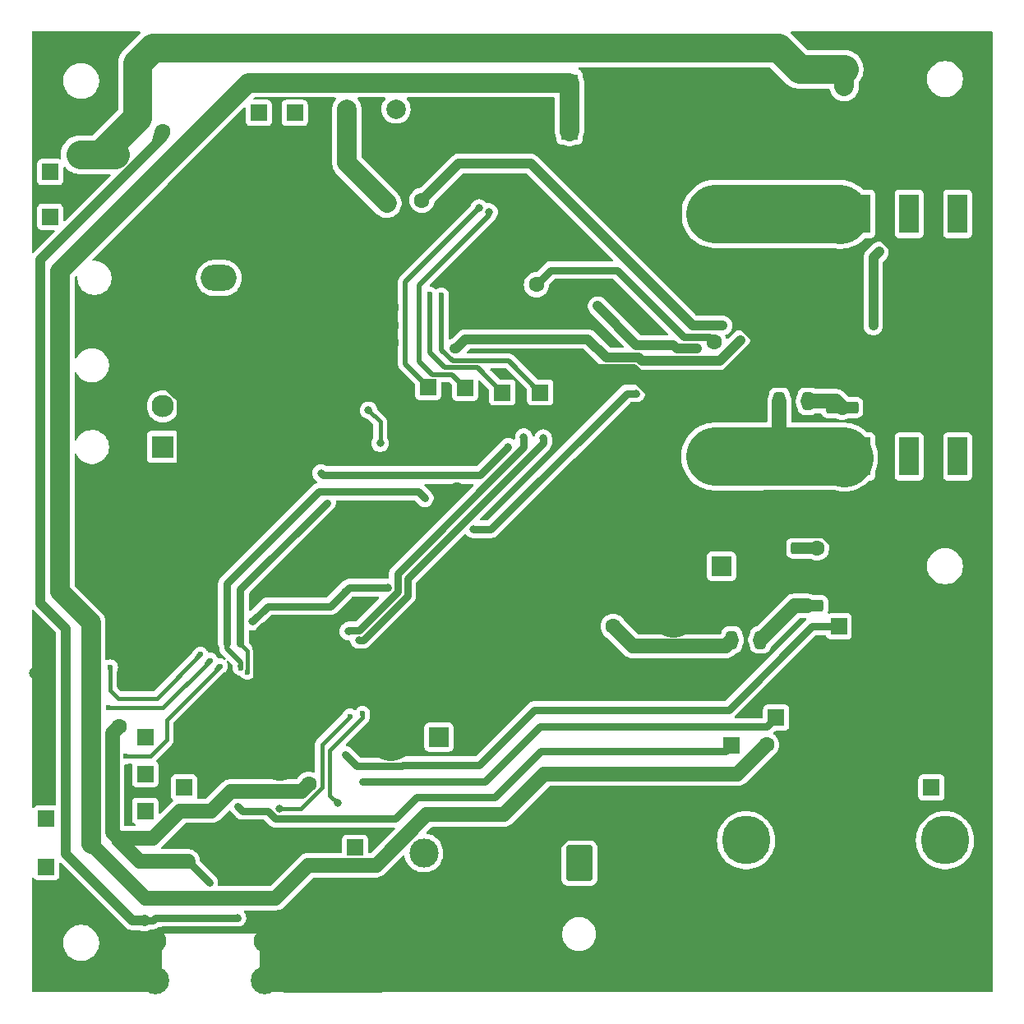
<source format=gbr>
%TF.GenerationSoftware,KiCad,Pcbnew,8.0.0*%
%TF.CreationDate,2024-03-30T16:18:17+01:00*%
%TF.ProjectId,schematic-main,73636865-6d61-4746-9963-2d6d61696e2e,rev?*%
%TF.SameCoordinates,Original*%
%TF.FileFunction,Copper,L2,Bot*%
%TF.FilePolarity,Positive*%
%FSLAX46Y46*%
G04 Gerber Fmt 4.6, Leading zero omitted, Abs format (unit mm)*
G04 Created by KiCad (PCBNEW 8.0.0) date 2024-03-30 16:18:17*
%MOMM*%
%LPD*%
G01*
G04 APERTURE LIST*
G04 Aperture macros list*
%AMRoundRect*
0 Rectangle with rounded corners*
0 $1 Rounding radius*
0 $2 $3 $4 $5 $6 $7 $8 $9 X,Y pos of 4 corners*
0 Add a 4 corners polygon primitive as box body*
4,1,4,$2,$3,$4,$5,$6,$7,$8,$9,$2,$3,0*
0 Add four circle primitives for the rounded corners*
1,1,$1+$1,$2,$3*
1,1,$1+$1,$4,$5*
1,1,$1+$1,$6,$7*
1,1,$1+$1,$8,$9*
0 Add four rect primitives between the rounded corners*
20,1,$1+$1,$2,$3,$4,$5,0*
20,1,$1+$1,$4,$5,$6,$7,0*
20,1,$1+$1,$6,$7,$8,$9,0*
20,1,$1+$1,$8,$9,$2,$3,0*%
G04 Aperture macros list end*
%TA.AperFunction,ComponentPad*%
%ADD10R,1.700000X1.700000*%
%TD*%
%TA.AperFunction,ComponentPad*%
%ADD11R,2.000000X2.000000*%
%TD*%
%TA.AperFunction,ComponentPad*%
%ADD12C,2.000000*%
%TD*%
%TA.AperFunction,ComponentPad*%
%ADD13C,5.000000*%
%TD*%
%TA.AperFunction,ComponentPad*%
%ADD14C,2.700000*%
%TD*%
%TA.AperFunction,ComponentPad*%
%ADD15R,2.300000X2.300000*%
%TD*%
%TA.AperFunction,ComponentPad*%
%ADD16C,2.300000*%
%TD*%
%TA.AperFunction,SMDPad,CuDef*%
%ADD17RoundRect,0.250000X-1.425000X0.362500X-1.425000X-0.362500X1.425000X-0.362500X1.425000X0.362500X0*%
%TD*%
%TA.AperFunction,ComponentPad*%
%ADD18C,2.280000*%
%TD*%
%TA.AperFunction,ComponentPad*%
%ADD19C,2.850000*%
%TD*%
%TA.AperFunction,ComponentPad*%
%ADD20RoundRect,0.250001X1.599999X-1.099999X1.599999X1.099999X-1.599999X1.099999X-1.599999X-1.099999X0*%
%TD*%
%TA.AperFunction,ComponentPad*%
%ADD21O,3.700000X2.700000*%
%TD*%
%TA.AperFunction,ComponentPad*%
%ADD22R,2.000000X4.000000*%
%TD*%
%TA.AperFunction,ComponentPad*%
%ADD23R,4.000000X4.000000*%
%TD*%
%TA.AperFunction,ComponentPad*%
%ADD24C,1.500000*%
%TD*%
%TA.AperFunction,ComponentPad*%
%ADD25C,3.000000*%
%TD*%
%TA.AperFunction,ComponentPad*%
%ADD26RoundRect,0.250001X1.099999X1.599999X-1.099999X1.599999X-1.099999X-1.599999X1.099999X-1.599999X0*%
%TD*%
%TA.AperFunction,ComponentPad*%
%ADD27O,2.700000X3.700000*%
%TD*%
%TA.AperFunction,SMDPad,CuDef*%
%ADD28RoundRect,0.250000X-0.325000X-0.650000X0.325000X-0.650000X0.325000X0.650000X-0.325000X0.650000X0*%
%TD*%
%TA.AperFunction,ViaPad*%
%ADD29C,1.600000*%
%TD*%
%TA.AperFunction,ViaPad*%
%ADD30C,1.200000*%
%TD*%
%TA.AperFunction,ViaPad*%
%ADD31C,0.800000*%
%TD*%
%TA.AperFunction,ViaPad*%
%ADD32C,0.600000*%
%TD*%
%TA.AperFunction,Conductor*%
%ADD33C,0.800000*%
%TD*%
%TA.AperFunction,Conductor*%
%ADD34C,1.500000*%
%TD*%
%TA.AperFunction,Conductor*%
%ADD35C,1.000000*%
%TD*%
%TA.AperFunction,Conductor*%
%ADD36C,5.000000*%
%TD*%
%TA.AperFunction,Conductor*%
%ADD37C,2.000000*%
%TD*%
%TA.AperFunction,Conductor*%
%ADD38C,3.000000*%
%TD*%
%TA.AperFunction,Conductor*%
%ADD39C,0.400000*%
%TD*%
%TA.AperFunction,Conductor*%
%ADD40C,0.500000*%
%TD*%
%TA.AperFunction,Conductor*%
%ADD41C,6.000000*%
%TD*%
G04 APERTURE END LIST*
D10*
%TO.P,TP3,1,1*%
%TO.N,+12V*%
X112600000Y-58900000D03*
%TD*%
%TO.P,D_P_W,1,1*%
%TO.N,Net-(R43-Pad1)*%
X87000000Y-131600000D03*
%TD*%
%TO.P,D_Pot_A,1,1*%
%TO.N,Net-(R52-Pad1)*%
X87000000Y-136600000D03*
%TD*%
D11*
%TO.P,C45,1*%
%TO.N,/Converter/SC_c1*%
X156567677Y-105600000D03*
D12*
%TO.P,C45,2*%
%TO.N,GND*%
X151567677Y-105600000D03*
%TD*%
D10*
%TO.P,TP5,1,1*%
%TO.N,+5V*%
X140900000Y-60800000D03*
%TD*%
%TO.P,I/O3,1,1*%
%TO.N,Net-(R22-Pad1)*%
X97200000Y-130800000D03*
%TD*%
%TO.P,TP_SC,1,1*%
%TO.N,/Converter/MC_c1*%
X178200000Y-128400000D03*
%TD*%
D13*
%TO.P,J6,1,Pin_1*%
%TO.N,/Converter/MC_c1*%
X179600000Y-133837500D03*
D14*
%TO.P,J6,2,Pin_2*%
%TO.N,GND*%
X182750000Y-139837500D03*
D13*
X172400000Y-133837500D03*
D14*
X169250000Y-139837500D03*
%TD*%
D12*
%TO.P,PS1,1,VIN+*%
%TO.N,+12V*%
X117960000Y-58500000D03*
%TO.P,PS1,2,GND*%
%TO.N,GND*%
X120500000Y-58500000D03*
%TO.P,PS1,3,VOUT+*%
%TO.N,+5V*%
X123040000Y-58500000D03*
%TD*%
D10*
%TO.P,TP22,1,1*%
%TO.N,Net-(IC7-IN)*%
X137900000Y-87700000D03*
%TD*%
%TO.P,I/O4,1,1*%
%TO.N,Net-(R23-Pad1)*%
X101200000Y-128400000D03*
%TD*%
%TO.P,TP17,1,1*%
%TO.N,Net-(IC6-EN)*%
X126350000Y-87150000D03*
%TD*%
D13*
%TO.P,J5,1,Pin_1*%
%TO.N,/Converter/MC_c2*%
X159100000Y-133837500D03*
D14*
%TO.P,J5,2,Pin_2*%
%TO.N,GND*%
X162250000Y-139837500D03*
D13*
X151900000Y-133837500D03*
D14*
X148750000Y-139837500D03*
%TD*%
D10*
%TO.P,5V,1,1*%
%TO.N,+5V*%
X140900000Y-55800000D03*
%TD*%
D15*
%TO.P,J2,1,Pin_1*%
%TO.N,/IO/CANH*%
X99012900Y-93315750D03*
D16*
%TO.P,J2,2,Pin_2*%
%TO.N,/IO/CANL*%
X99012900Y-89115750D03*
%TO.P,J2,3,Pin_3*%
%TO.N,GND*%
X99012900Y-84915750D03*
%TD*%
D10*
%TO.P,FC_C,1,1*%
%TO.N,/Converter/FC_c_MCU*%
X157600000Y-124075000D03*
%TD*%
%TO.P,TP1,1,1*%
%TO.N,GND*%
X97600000Y-102600000D03*
%TD*%
D17*
%TO.P,R35,1*%
%TO.N,/Converter/Bootstrap_B*%
X165400000Y-103737500D03*
%TO.P,R35,2*%
%TO.N,Net-(C43-Pad2)*%
X165400000Y-109662500D03*
%TD*%
D11*
%TO.P,C32,1*%
%TO.N,/Converter/FC_c1*%
X127467677Y-123200000D03*
D12*
%TO.P,C32,2*%
%TO.N,GND*%
X122467677Y-123200000D03*
%TD*%
D18*
%TO.P,P1,A1,GND*%
%TO.N,GND*%
X98280000Y-144240000D03*
D19*
X98280000Y-148240000D03*
D18*
X109520000Y-144240000D03*
D19*
X109520000Y-148240000D03*
%TD*%
D10*
%TO.P,TP8,1,1*%
%TO.N,+3.3V*%
X87400000Y-69600000D03*
%TD*%
%TO.P,TP18,1,1*%
%TO.N,Net-(IC6-IN)*%
X130150000Y-87200000D03*
%TD*%
%TO.P,MC_C,1,1*%
%TO.N,/Converter/MC_c_MCU*%
X168700000Y-111800000D03*
%TD*%
D20*
%TO.P,J1,1,Pin_1*%
%TO.N,GND*%
X99275000Y-75900000D03*
D21*
%TO.P,J1,2,Pin_2*%
%TO.N,/Power /Vin*%
X104775000Y-75900000D03*
%TD*%
D10*
%TO.P,3.3V,1,1*%
%TO.N,+3.3V*%
X87400000Y-65000000D03*
%TD*%
%TO.P,I/O2,1,1*%
%TO.N,Net-(R21-Pad1)*%
X97200000Y-127000000D03*
%TD*%
%TO.P,TP_FC,1,1*%
%TO.N,/Converter/FC+*%
X118800000Y-134600000D03*
%TD*%
D22*
%TO.P,L3,1,1*%
%TO.N,/Converter/Bootstrap_A*%
X180900000Y-69300000D03*
X175900000Y-69300000D03*
X170900000Y-69300000D03*
D23*
X165900000Y-69300000D03*
X160900000Y-69300000D03*
X155900000Y-69300000D03*
D22*
%TO.P,L3,2,2*%
%TO.N,/Converter/Bootstrap_B*%
X180900000Y-94300000D03*
X175900000Y-94300000D03*
X170900000Y-94300000D03*
D23*
X165900000Y-94300000D03*
X160900000Y-94300000D03*
X155900000Y-94300000D03*
%TD*%
D10*
%TO.P,12V,1,1*%
%TO.N,+12V*%
X108900000Y-58900000D03*
%TD*%
D24*
%TO.P,J3,1,Pin_1*%
%TO.N,GND*%
X133900000Y-140137500D03*
D25*
X130900000Y-135137500D03*
D24*
X122900000Y-140137500D03*
D25*
%TO.P,J3,2,Pin_2*%
%TO.N,/Converter/FC+*%
X125900000Y-135137500D03*
%TD*%
D10*
%TO.P,SC_C,1,1*%
%TO.N,/Converter/SC_c_MCU*%
X162200000Y-121200000D03*
%TD*%
D26*
%TO.P,J4,1,Pin_1*%
%TO.N,/Converter/MC_c1*%
X141912500Y-136200000D03*
D27*
%TO.P,J4,2,Pin_2*%
%TO.N,GND*%
X141912500Y-130700000D03*
%TD*%
D10*
%TO.P,TP21,1,1*%
%TO.N,Net-(IC7-EN)*%
X134000000Y-87700000D03*
%TD*%
%TO.P,I/O1,1,1*%
%TO.N,Net-(R20-Pad1)*%
X97200000Y-123200000D03*
%TD*%
%TO.P,TP2,1,1*%
%TO.N,GND*%
X101400000Y-102600000D03*
%TD*%
D28*
%TO.P,C43,1*%
%TO.N,/Converter/FC_c2*%
X157625000Y-113200000D03*
%TO.P,C43,2*%
%TO.N,Net-(C43-Pad2)*%
X160575000Y-113200000D03*
%TD*%
D17*
%TO.P,R36,1*%
%TO.N,GND*%
X169000000Y-83337500D03*
%TO.P,R36,2*%
%TO.N,Net-(C44-Pad2)*%
X169000000Y-89262500D03*
%TD*%
D28*
%TO.P,C44,1*%
%TO.N,/Converter/Bootstrap_B*%
X162525000Y-88600000D03*
%TO.P,C44,2*%
%TO.N,Net-(C44-Pad2)*%
X165475000Y-88600000D03*
%TD*%
D29*
%TO.N,GND*%
X137000000Y-61800000D03*
X131800000Y-61800000D03*
D30*
X87200000Y-127500000D03*
X86400000Y-122200000D03*
D29*
X129800000Y-139700000D03*
X128000000Y-139700000D03*
X182800000Y-148200000D03*
X182800000Y-146400000D03*
X156300000Y-115900000D03*
X154500000Y-115900000D03*
%TO.N,/Converter/FC_c2*%
X145400000Y-111800000D03*
%TO.N,/Converter/Bootstrap_B*%
X166389554Y-103710446D03*
%TO.N,/VBUS*%
X99000000Y-60800000D03*
D30*
X97100000Y-142100000D03*
D31*
X106700000Y-141840000D03*
D30*
%TO.N,GND*%
X119300000Y-139000000D03*
X108800000Y-135100000D03*
D29*
X156000000Y-139300000D03*
X179500000Y-98900000D03*
X177600000Y-77000000D03*
X158800000Y-63300000D03*
X175900000Y-100700000D03*
X87000000Y-148200000D03*
X177600000Y-84400000D03*
D30*
X108800000Y-136600000D03*
D29*
X170000000Y-61500000D03*
X110800000Y-126200000D03*
X98600000Y-79800000D03*
D30*
X115900000Y-139200000D03*
D29*
X122500000Y-80800000D03*
X91900000Y-51300000D03*
X181200000Y-86200000D03*
X133200000Y-108000000D03*
X136000000Y-136300000D03*
D31*
X104800000Y-119100000D03*
D29*
X123400000Y-62400000D03*
D30*
X113900000Y-115300000D03*
D29*
X137800000Y-138100000D03*
X96800000Y-81600000D03*
X86400000Y-51300000D03*
X91000000Y-148600000D03*
D31*
X104800000Y-120000000D03*
D29*
X145800000Y-131500000D03*
X93200000Y-81600000D03*
X95200000Y-112700000D03*
X86900000Y-146200000D03*
X174100000Y-98900000D03*
X91900000Y-53100000D03*
D30*
X110800000Y-116900000D03*
D29*
X181300000Y-100700000D03*
X131400000Y-106200000D03*
X172200000Y-59200000D03*
X98500000Y-99100000D03*
X181200000Y-78800000D03*
X179400000Y-75200000D03*
X164600000Y-61500000D03*
X183100000Y-98900000D03*
X172200000Y-57400000D03*
X122500000Y-82600000D03*
X176200000Y-63000000D03*
X179400000Y-78800000D03*
X160600000Y-61500000D03*
X102100000Y-97300000D03*
X94900000Y-97300000D03*
X86400000Y-59900000D03*
X105300000Y-105200000D03*
X149800000Y-110400000D03*
X133200000Y-109800000D03*
X102100000Y-99100000D03*
X179400000Y-88000000D03*
D30*
X110300000Y-135200000D03*
D29*
X121600000Y-62400000D03*
X105300000Y-103200000D03*
X164600000Y-63300000D03*
X103600000Y-72500000D03*
X93700000Y-51300000D03*
X131400000Y-108000000D03*
X137800000Y-136300000D03*
X174000000Y-55200000D03*
X100000000Y-70700000D03*
X172200000Y-61000000D03*
X94900000Y-99100000D03*
X174000000Y-61000000D03*
D31*
X104800000Y-118100000D03*
D29*
X172300000Y-100700000D03*
X179500000Y-100700000D03*
X86900000Y-144400000D03*
X101800000Y-72500000D03*
D30*
X87300000Y-117200000D03*
X110700000Y-115200000D03*
D29*
X162800000Y-61500000D03*
X183400000Y-63000000D03*
D30*
X114000000Y-117000000D03*
D32*
X143800000Y-81200000D03*
D29*
X99100000Y-115700000D03*
X114100000Y-70800000D03*
X100400000Y-81600000D03*
X121600000Y-64200000D03*
X181200000Y-82600000D03*
X158800000Y-61500000D03*
X181200000Y-75200000D03*
X179800000Y-61200000D03*
X97100000Y-115700000D03*
X179400000Y-80800000D03*
X181300000Y-98900000D03*
X120700000Y-80800000D03*
X177600000Y-88000000D03*
X136000000Y-138100000D03*
X100300000Y-97300000D03*
X94900000Y-148400000D03*
X123400000Y-87100000D03*
X178000000Y-63000000D03*
D31*
X101737500Y-132737500D03*
D29*
X125200000Y-64200000D03*
D30*
X117600000Y-139100000D03*
D29*
X162800000Y-63300000D03*
X98600000Y-81600000D03*
X96700000Y-97300000D03*
X87000000Y-142600000D03*
X88200000Y-58100000D03*
X122500000Y-78900000D03*
X103600000Y-70700000D03*
X96700000Y-99100000D03*
X177600000Y-86200000D03*
X123400000Y-64200000D03*
X174400000Y-121800000D03*
D30*
X112300000Y-115200000D03*
D29*
X101800000Y-70700000D03*
X115600000Y-104500000D03*
X168200000Y-63300000D03*
X96400000Y-72500000D03*
X155200000Y-61500000D03*
X179400000Y-84400000D03*
X147600000Y-129700000D03*
X172300000Y-98900000D03*
X136200000Y-66400000D03*
X181200000Y-84400000D03*
X96800000Y-79800000D03*
D30*
X110600000Y-113500000D03*
D29*
X110500000Y-70800000D03*
X174000000Y-57400000D03*
X125200000Y-62400000D03*
X100000000Y-72500000D03*
D30*
X113800000Y-113600000D03*
D29*
X115900000Y-70800000D03*
X181600000Y-63000000D03*
X174000000Y-59200000D03*
D30*
X112200000Y-113500000D03*
D29*
X179400000Y-82600000D03*
X181200000Y-88000000D03*
X174100000Y-100700000D03*
X174000000Y-51600000D03*
X95000000Y-79800000D03*
X157000000Y-63300000D03*
D30*
X85800000Y-116600000D03*
D29*
X177600000Y-80800000D03*
X181200000Y-80800000D03*
X136000000Y-134500000D03*
X166400000Y-61500000D03*
X98500000Y-97300000D03*
X121600000Y-85300000D03*
X112300000Y-70800000D03*
X172200000Y-51600000D03*
X183100000Y-100700000D03*
X138700000Y-85000000D03*
X160600000Y-63300000D03*
X177600000Y-75200000D03*
X181600000Y-61200000D03*
X88200000Y-59900000D03*
X97200000Y-112700000D03*
X154200000Y-139300000D03*
X115600000Y-102700000D03*
X88200000Y-53100000D03*
X133200000Y-106200000D03*
X166400000Y-63300000D03*
X95000000Y-81600000D03*
X179800000Y-63000000D03*
X93100000Y-148400000D03*
X100300000Y-99100000D03*
X177700000Y-100700000D03*
X151600000Y-108600000D03*
X86400000Y-53100000D03*
X86400000Y-58100000D03*
X147600000Y-131500000D03*
X177600000Y-82600000D03*
D30*
X112400000Y-116900000D03*
D29*
X177700000Y-98900000D03*
X174000000Y-53400000D03*
X151600000Y-110400000D03*
X89200000Y-148600000D03*
D31*
X105700000Y-119100000D03*
D29*
X129300000Y-97700000D03*
X170000000Y-63300000D03*
X176200000Y-61200000D03*
X178000000Y-61200000D03*
X93200000Y-79800000D03*
X177600000Y-78800000D03*
X179400000Y-77000000D03*
X120700000Y-79000000D03*
D31*
X105700000Y-120000000D03*
D29*
X121600000Y-87100000D03*
X130300000Y-80000000D03*
X155200000Y-63300000D03*
X108700000Y-70800000D03*
X175900000Y-98900000D03*
X98200000Y-72500000D03*
X181200000Y-77000000D03*
X137800000Y-134500000D03*
X172200000Y-53400000D03*
X96400000Y-70700000D03*
X88200000Y-51300000D03*
X179400000Y-86200000D03*
X149800000Y-108600000D03*
X93700000Y-53100000D03*
X183400000Y-61200000D03*
X172200000Y-55200000D03*
D31*
X105700000Y-118100000D03*
D29*
X157000000Y-61500000D03*
X100400000Y-79800000D03*
X145800000Y-129700000D03*
X131400000Y-109800000D03*
X168200000Y-61500000D03*
X98200000Y-70700000D03*
%TO.N,+12V*%
X122100000Y-68200000D03*
D31*
%TO.N,/Converter/SC_c1*%
X147800000Y-87800000D03*
X131000000Y-101800000D03*
%TO.N,+3.3V*%
X122200000Y-107800000D03*
D29*
X90500000Y-63200000D03*
D31*
X101600000Y-136000000D03*
X108207107Y-111307107D03*
D29*
X94100000Y-63200000D03*
X167200000Y-54400000D03*
X114051471Y-128051471D03*
D31*
X117800000Y-108200000D03*
D29*
X169200000Y-56200000D03*
D32*
X103800000Y-138200000D03*
D29*
X169200000Y-54400000D03*
X94500000Y-122100000D03*
D31*
X121400000Y-92930000D03*
X120200000Y-89530000D03*
D29*
X92300000Y-63200000D03*
D32*
%TO.N,/IO/SC_Voltage_MCU*%
X107014870Y-116094483D03*
X126000000Y-98600000D03*
%TO.N,/IO/FC_Voltage_MCU*%
X115950000Y-99050000D03*
X107714870Y-116516678D03*
%TO.N,/MCU/RESET*%
X102900000Y-114700000D03*
X93600000Y-116000000D03*
%TO.N,/MCU/BOOT*%
X93400000Y-120200000D03*
X103900000Y-115300000D03*
%TO.N,/MCU/MCU_TEST*%
X95200000Y-125200000D03*
X104900000Y-115900000D03*
D31*
%TO.N,/Converter/Low_mosfet_A*%
X156700000Y-80800000D03*
D29*
X125700000Y-67900000D03*
D31*
X172200000Y-80800000D03*
X172800000Y-73200000D03*
%TO.N,/Converter/FC_c2*%
X115300000Y-96000000D03*
X134600000Y-93300000D03*
%TO.N,/Converter/Converter_PWM_B_MCU*%
X138200000Y-92400000D03*
X119200000Y-113200000D03*
%TO.N,Net-(IC6-EN)*%
X131600000Y-68700000D03*
%TO.N,Net-(IC6-IN)*%
X132617902Y-69100000D03*
D29*
%TO.N,+5V*%
X161200000Y-124000000D03*
D31*
%TO.N,/Converter/High_mosfet_B*%
X143800000Y-78800000D03*
X154045406Y-83154594D03*
%TO.N,/Converter/Low_mosfet_B*%
X158500000Y-82300000D03*
X129050000Y-83150000D03*
D32*
%TO.N,Net-(IC7-EN)*%
X126500000Y-77600000D03*
%TO.N,Net-(IC7-IN)*%
X127700000Y-77700000D03*
D29*
%TO.N,/Converter/Bootstrap_B*%
X137500000Y-76600000D03*
X155800000Y-82500000D03*
D32*
%TO.N,/Converter/MC_c_MCU*%
X117800000Y-125000000D03*
D31*
%TO.N,/IO/SDA_D_Pot_i2c_MCU*%
X111000000Y-130600000D03*
D32*
X118283665Y-121073616D03*
D31*
%TO.N,/IO/SCL_D_Pot_i2c_MCU*%
X117000000Y-130000000D03*
D32*
X119600000Y-120800000D03*
%TO.N,/Converter/SC_c_MCU*%
X119600000Y-127800000D03*
%TO.N,/Converter/FC_c_MCU*%
X106700000Y-130300000D03*
D31*
%TO.N,/Converter/Converter_ON_B_MCU*%
X136200000Y-92300000D03*
X118100000Y-112300000D03*
%TD*%
D33*
%TO.N,/Converter/Bootstrap_B*%
X155300000Y-82000000D02*
X155800000Y-82500000D01*
X152700000Y-82000000D02*
X155300000Y-82000000D01*
X137500000Y-76600000D02*
X139000000Y-75100000D01*
X139000000Y-75100000D02*
X145800000Y-75100000D01*
X145800000Y-75100000D02*
X152700000Y-82000000D01*
D34*
%TO.N,+5V*%
X138300000Y-127000000D02*
X158200000Y-127000000D01*
X114000000Y-136400000D02*
X121000000Y-136400000D01*
X158200000Y-127000000D02*
X161200000Y-124000000D01*
X134100000Y-131200000D02*
X138300000Y-127000000D01*
X126200000Y-131200000D02*
X134100000Y-131200000D01*
X121000000Y-136400000D02*
X126200000Y-131200000D01*
X110600000Y-139800000D02*
X114000000Y-136400000D01*
X97200000Y-139800000D02*
X110600000Y-139800000D01*
X91600000Y-134200000D02*
X97200000Y-139800000D01*
D35*
%TO.N,/VBUS*%
X99000000Y-61425000D02*
X99000000Y-60800000D01*
X86400000Y-74025000D02*
X99000000Y-61425000D01*
X86400000Y-109400000D02*
X86400000Y-74025000D01*
X89000000Y-135200000D02*
X89000000Y-112000000D01*
X95900000Y-142100000D02*
X89000000Y-135200000D01*
X97100000Y-142100000D02*
X95900000Y-142100000D01*
D33*
X97959268Y-142100000D02*
X98219268Y-141840000D01*
X97100000Y-142100000D02*
X97959268Y-142100000D01*
D35*
X89000000Y-112000000D02*
X86400000Y-109400000D01*
D33*
X98219268Y-141840000D02*
X106700000Y-141840000D01*
D36*
%TO.N,GND*%
X172400000Y-104700000D02*
X172400000Y-133837500D01*
X167910446Y-100210446D02*
X172400000Y-104700000D01*
X161189554Y-100210446D02*
X167910446Y-100210446D01*
X160800000Y-100600000D02*
X161189554Y-100210446D01*
X151600000Y-100600000D02*
X160800000Y-100600000D01*
D34*
%TO.N,/Converter/FC_c2*%
X156975000Y-113850000D02*
X157625000Y-113200000D01*
X147450000Y-113850000D02*
X156975000Y-113850000D01*
X145400000Y-111800000D02*
X147450000Y-113850000D01*
%TO.N,Net-(C43-Pad2)*%
X164112500Y-109662500D02*
X160575000Y-113200000D01*
X165400000Y-109662500D02*
X164112500Y-109662500D01*
D33*
%TO.N,/Converter/Bootstrap_B*%
X166362500Y-103737500D02*
X166389554Y-103710446D01*
X165400000Y-103737500D02*
X166362500Y-103737500D01*
D36*
%TO.N,GND*%
X151567677Y-110367677D02*
X151600000Y-110400000D01*
X151567677Y-105600000D02*
X151567677Y-110367677D01*
D37*
X110000000Y-147200000D02*
X110000000Y-148240000D01*
D36*
X176000000Y-84600000D02*
X179400000Y-88000000D01*
X130900000Y-135137500D02*
X135862500Y-135137500D01*
X173600000Y-63000000D02*
X178400000Y-63000000D01*
X148800000Y-97800000D02*
X148800000Y-91800000D01*
X112300000Y-118550252D02*
X109850252Y-121000000D01*
X157800000Y-77000000D02*
X165400000Y-84600000D01*
X151600000Y-101600000D02*
X151567677Y-101632323D01*
X122800000Y-122767677D02*
X122467677Y-123100000D01*
D33*
X109520000Y-143787208D02*
X108772792Y-143040000D01*
D34*
X173400000Y-63200000D02*
X173600000Y-63000000D01*
D35*
X105700000Y-120000000D02*
X104800000Y-120000000D01*
X104800000Y-120000000D02*
X104800000Y-118100000D01*
D36*
X134400000Y-106200000D02*
X149000000Y-91600000D01*
X123600000Y-117000000D02*
X122800000Y-117800000D01*
X122800000Y-117800000D02*
X122800000Y-122767677D01*
X157500000Y-88000000D02*
X163150000Y-82350000D01*
D33*
X108772792Y-143040000D02*
X99027208Y-143040000D01*
D36*
X131400000Y-109200000D02*
X131400000Y-106200000D01*
X154800000Y-77000000D02*
X157800000Y-77000000D01*
D35*
X104800000Y-119100000D02*
X105700000Y-119100000D01*
D36*
X97428650Y-102600000D02*
X102862900Y-97165750D01*
D34*
X147459189Y-85550000D02*
X151150000Y-89240811D01*
D36*
X109850252Y-121000000D02*
X107000000Y-121000000D01*
X173300000Y-134737500D02*
X172400000Y-133837500D01*
X97100000Y-115700000D02*
X97100000Y-103100000D01*
X151600000Y-100600000D02*
X148800000Y-97800000D01*
D35*
X105600000Y-136600000D02*
X101737500Y-132737500D01*
D36*
X123600000Y-117000000D02*
X131400000Y-109200000D01*
X109850252Y-121000000D02*
X109850252Y-124050252D01*
X151900000Y-135215065D02*
X160572435Y-143887500D01*
X97100000Y-103100000D02*
X97600000Y-102600000D01*
X99275000Y-83933127D02*
X99275000Y-75900000D01*
D33*
X98280000Y-143787208D02*
X98280000Y-148240000D01*
D36*
X112300000Y-115200000D02*
X112300000Y-118550252D01*
X139775000Y-131225000D02*
X141500000Y-131225000D01*
X101400000Y-102600000D02*
X97428650Y-102600000D01*
D34*
X177050000Y-75200000D02*
X173400000Y-71550000D01*
D36*
X110600000Y-113500000D02*
X110800000Y-113700000D01*
X110800000Y-113700000D02*
X110800000Y-116900000D01*
X173600000Y-63000000D02*
X153800000Y-63000000D01*
X141500000Y-131225000D02*
X149287500Y-131225000D01*
X149287500Y-131225000D02*
X151900000Y-133837500D01*
X165400000Y-84600000D02*
X176000000Y-84600000D01*
X109850252Y-124050252D02*
X111000000Y-125200000D01*
D35*
X108800000Y-136600000D02*
X105600000Y-136600000D01*
D33*
X99027208Y-143040000D02*
X98280000Y-143787208D01*
D34*
X139250000Y-85550000D02*
X147459189Y-85550000D01*
X151150000Y-89240811D02*
X151150000Y-89450000D01*
D36*
X102862900Y-87521027D02*
X99275000Y-83933127D01*
X114000000Y-117000000D02*
X114000000Y-113800000D01*
X150000000Y-66800000D02*
X150000000Y-72200000D01*
D35*
X105700000Y-120000000D02*
X105700000Y-118100000D01*
D36*
X97600000Y-102600000D02*
X101400000Y-102600000D01*
X160572435Y-143887500D02*
X170927565Y-143887500D01*
X151900000Y-133837500D02*
X151900000Y-135215065D01*
X153800000Y-63000000D02*
X150000000Y-66800000D01*
X130900000Y-137258820D02*
X121158820Y-147000000D01*
X102862900Y-97165750D02*
X102862900Y-87521027D01*
X114000000Y-117000000D02*
X123600000Y-117000000D01*
X152600000Y-88000000D02*
X157500000Y-88000000D01*
D33*
X109520000Y-148240000D02*
X109520000Y-143787208D01*
D36*
X135862500Y-135137500D02*
X139775000Y-131225000D01*
X173300000Y-141515065D02*
X173300000Y-134737500D01*
X130900000Y-135137500D02*
X130900000Y-137258820D01*
D37*
X110200000Y-147000000D02*
X110000000Y-147200000D01*
D34*
X177600000Y-75200000D02*
X177050000Y-75200000D01*
D36*
X150000000Y-72200000D02*
X154800000Y-77000000D01*
D34*
X173400000Y-71550000D02*
X173400000Y-63200000D01*
D36*
X151567677Y-101632323D02*
X151567677Y-105600000D01*
X170927565Y-143887500D02*
X173300000Y-141515065D01*
D34*
X138700000Y-85000000D02*
X139250000Y-85550000D01*
D36*
X121158820Y-147000000D02*
X111800000Y-147000000D01*
X149000000Y-91600000D02*
X152600000Y-88000000D01*
D37*
X111800000Y-147000000D02*
X110200000Y-147000000D01*
D34*
X179400000Y-75200000D02*
X179400000Y-75000000D01*
D36*
X131400000Y-106200000D02*
X134400000Y-106200000D01*
X151600000Y-100600000D02*
X151600000Y-101600000D01*
D35*
X105700000Y-119100000D02*
X105700000Y-120000000D01*
D36*
X178400000Y-63000000D02*
X181600000Y-63000000D01*
X148800000Y-91800000D02*
X149000000Y-91600000D01*
D37*
%TO.N,+12V*%
X117960000Y-64060000D02*
X117960000Y-58500000D01*
X122100000Y-68200000D02*
X117960000Y-64060000D01*
D33*
%TO.N,/Converter/SC_c1*%
X146800000Y-87800000D02*
X147800000Y-87800000D01*
X132800000Y-101800000D02*
X146800000Y-87800000D01*
X131000000Y-101800000D02*
X132800000Y-101800000D01*
D34*
%TO.N,+3.3V*%
X94400000Y-133800000D02*
X96600000Y-136000000D01*
D38*
X164600000Y-54400000D02*
X162420000Y-52220000D01*
D34*
X114051471Y-128051471D02*
X113302942Y-128800000D01*
D33*
X109799894Y-109714320D02*
X108207107Y-111307107D01*
D34*
X93800000Y-133000000D02*
X94400000Y-133600000D01*
D38*
X167200000Y-54400000D02*
X164600000Y-54400000D01*
D34*
X98000000Y-133600000D02*
X94400000Y-133600000D01*
D38*
X94100000Y-63200000D02*
X90500000Y-63200000D01*
D39*
X121400000Y-92930000D02*
X121400000Y-90730000D01*
D33*
X117800000Y-108200000D02*
X116285680Y-109714320D01*
D34*
X94400000Y-133600000D02*
X94400000Y-133800000D01*
X100800000Y-130800000D02*
X98000000Y-133600000D01*
X104000000Y-130800000D02*
X100800000Y-130800000D01*
D37*
X169200000Y-56200000D02*
X169200000Y-54400000D01*
D38*
X91700000Y-63200000D02*
X91100000Y-63200000D01*
D33*
X118200000Y-107800000D02*
X117800000Y-108200000D01*
X122200000Y-107800000D02*
X118200000Y-107800000D01*
D39*
X121400000Y-90730000D02*
X120200000Y-89530000D01*
D38*
X97980000Y-52220000D02*
X96400000Y-53800000D01*
X162420000Y-52220000D02*
X97980000Y-52220000D01*
D34*
X96600000Y-136000000D02*
X101600000Y-136000000D01*
D38*
X169200000Y-54400000D02*
X167200000Y-54400000D01*
D33*
X116285680Y-109714320D02*
X109799894Y-109714320D01*
D34*
X106000000Y-128800000D02*
X104000000Y-130800000D01*
D38*
X96400000Y-53800000D02*
X96400000Y-59400000D01*
X96400000Y-59400000D02*
X92600000Y-63200000D01*
D34*
X94500000Y-122100000D02*
X93800000Y-122800000D01*
X113302942Y-128800000D02*
X106000000Y-128800000D01*
D38*
X92600000Y-63200000D02*
X92300000Y-63200000D01*
D33*
X101600000Y-136000000D02*
X103800000Y-138200000D01*
D34*
X93800000Y-122800000D02*
X93800000Y-133000000D01*
D40*
%TO.N,/IO/SC_Voltage_MCU*%
X107014870Y-115514870D02*
X105600000Y-114100000D01*
D33*
X115100000Y-97900000D02*
X125300000Y-97900000D01*
D40*
X107014870Y-116094483D02*
X107014870Y-115514870D01*
D33*
X105600000Y-107400000D02*
X115100000Y-97900000D01*
D40*
X105600000Y-114100000D02*
X105600000Y-113585786D01*
D33*
X125300000Y-97900000D02*
X126000000Y-98600000D01*
X105600000Y-113585786D02*
X105600000Y-107400000D01*
D39*
%TO.N,/IO/FC_Voltage_MCU*%
X107714870Y-114314870D02*
X107000000Y-113600000D01*
X107714870Y-116516678D02*
X107714870Y-114314870D01*
D33*
X115950000Y-99050000D02*
X107000000Y-108000000D01*
X107000000Y-108000000D02*
X107000000Y-113600000D01*
D39*
%TO.N,/MCU/RESET*%
X93600000Y-116000000D02*
X93600000Y-118400000D01*
X94400000Y-119200000D02*
X98400000Y-119200000D01*
X98400000Y-119200000D02*
X102900000Y-114700000D01*
X93600000Y-118400000D02*
X94400000Y-119200000D01*
%TO.N,/MCU/BOOT*%
X103900000Y-115300000D02*
X99000000Y-120200000D01*
X99000000Y-120200000D02*
X93400000Y-120200000D01*
%TO.N,/MCU/MCU_TEST*%
X95200000Y-125200000D02*
X97700000Y-125200000D01*
X97700000Y-125200000D02*
X99400000Y-123500000D01*
X99400000Y-123500000D02*
X99400000Y-121400000D01*
X99400000Y-121400000D02*
X104900000Y-115900000D01*
D35*
%TO.N,/Converter/Low_mosfet_A*%
X129500000Y-64100000D02*
X136900000Y-64100000D01*
X172800000Y-73200000D02*
X172200000Y-73800000D01*
X172200000Y-73800000D02*
X172200000Y-80800000D01*
X153600000Y-80800000D02*
X156700000Y-80800000D01*
X136900000Y-64100000D02*
X153600000Y-80800000D01*
X125700000Y-67900000D02*
X129500000Y-64100000D01*
D33*
%TO.N,/Converter/FC_c2*%
X134600000Y-93300000D02*
X131700000Y-96200000D01*
X115500000Y-96200000D02*
X115300000Y-96000000D01*
X131700000Y-96200000D02*
X115500000Y-96200000D01*
%TO.N,/Converter/Converter_PWM_B_MCU*%
X124200001Y-108628427D02*
X119628428Y-113200000D01*
X124200001Y-106899999D02*
X124200001Y-108628427D01*
X138200000Y-92900000D02*
X124200001Y-106899999D01*
X138200000Y-92400000D02*
X138200000Y-92900000D01*
X119628428Y-113200000D02*
X119200000Y-113200000D01*
D40*
%TO.N,Net-(IC6-EN)*%
X126350000Y-87150000D02*
X126400000Y-87100000D01*
X124000000Y-76300000D02*
X124000000Y-84800000D01*
X131600000Y-68700000D02*
X124000000Y-76300000D01*
X126400000Y-87100000D02*
X126400000Y-86900000D01*
X124000000Y-84800000D02*
X126350000Y-87150000D01*
%TO.N,Net-(IC6-IN)*%
X132617902Y-69100000D02*
X132617902Y-69442806D01*
X132617902Y-69442806D02*
X125400000Y-76660708D01*
X128800000Y-85850000D02*
X130150000Y-87200000D01*
X125400000Y-76660708D02*
X125400000Y-84500000D01*
X126750000Y-85850000D02*
X128800000Y-85850000D01*
X125400000Y-84500000D02*
X126750000Y-85850000D01*
D37*
%TO.N,+5V*%
X107800000Y-55800000D02*
X140900000Y-55800000D01*
X88400000Y-75200000D02*
X107800000Y-55800000D01*
X91600000Y-134200000D02*
X91600000Y-111400000D01*
X88400000Y-108200000D02*
X88400000Y-75200000D01*
X91600000Y-111400000D02*
X88400000Y-108200000D01*
X140900000Y-55800000D02*
X140900000Y-60800000D01*
D35*
%TO.N,/Converter/High_mosfet_B*%
X151600000Y-82800000D02*
X152000000Y-83200000D01*
X147800000Y-82800000D02*
X151600000Y-82800000D01*
X143800000Y-78800000D02*
X147800000Y-82800000D01*
X154000000Y-83200000D02*
X154045406Y-83154594D01*
X152000000Y-83200000D02*
X154000000Y-83200000D01*
%TO.N,/Converter/Low_mosfet_B*%
X130200000Y-82200000D02*
X142800000Y-82200000D01*
X129050000Y-83150000D02*
X129250000Y-83150000D01*
X144700000Y-84100000D02*
X148059799Y-84100000D01*
X142800000Y-82200000D02*
X144700000Y-84100000D01*
X148059799Y-84100000D02*
X148359799Y-84400000D01*
X156400000Y-84400000D02*
X158500000Y-82300000D01*
X129250000Y-83150000D02*
X130200000Y-82200000D01*
X148359799Y-84400000D02*
X156400000Y-84400000D01*
D40*
%TO.N,Net-(IC7-EN)*%
X126500000Y-83600000D02*
X128050000Y-85150000D01*
X128050000Y-85150000D02*
X131450000Y-85150000D01*
X131450000Y-85150000D02*
X134000000Y-87700000D01*
X126500000Y-77600000D02*
X126500000Y-83600000D01*
%TO.N,Net-(IC7-IN)*%
X134650000Y-84450000D02*
X128850000Y-84450000D01*
X137900000Y-87700000D02*
X134650000Y-84450000D01*
X128850000Y-84450000D02*
X127700000Y-83300000D01*
X127700000Y-83300000D02*
X127700000Y-77700000D01*
D34*
%TO.N,/Converter/Bootstrap_B*%
X162525000Y-88600000D02*
X162525000Y-92675000D01*
D41*
X155900000Y-94300000D02*
X169100000Y-94300000D01*
X169100000Y-94300000D02*
X169200000Y-94400000D01*
D34*
X162525000Y-92675000D02*
X160900000Y-94300000D01*
D41*
%TO.N,/Converter/Bootstrap_A*%
X155900000Y-69300000D02*
X168700000Y-69300000D01*
X168700000Y-69300000D02*
X168800000Y-69400000D01*
D33*
%TO.N,/Converter/MC_c_MCU*%
X117800000Y-125000000D02*
X119000000Y-126200000D01*
X123600000Y-126200000D02*
X123700000Y-126100000D01*
X137300000Y-120400000D02*
X157300000Y-120400000D01*
X157300000Y-120400000D02*
X165900000Y-111800000D01*
X119000000Y-126200000D02*
X123600000Y-126200000D01*
X131600000Y-126100000D02*
X137300000Y-120400000D01*
X165900000Y-111800000D02*
X168700000Y-111800000D01*
X123700000Y-126100000D02*
X131600000Y-126100000D01*
D39*
%TO.N,/IO/SDA_D_Pot_i2c_MCU*%
X118283665Y-121073616D02*
X115400000Y-123957281D01*
X115400000Y-123957281D02*
X115400000Y-128400000D01*
X115400000Y-128400000D02*
X113200000Y-130600000D01*
X113200000Y-130600000D02*
X111000000Y-130600000D01*
%TO.N,/IO/SCL_D_Pot_i2c_MCU*%
X119600000Y-120800000D02*
X119600000Y-121200000D01*
X116200000Y-124600000D02*
X116200000Y-129200000D01*
X116200000Y-129200000D02*
X117000000Y-130000000D01*
X119600000Y-121200000D02*
X116200000Y-124600000D01*
D33*
%TO.N,/Converter/SC_c_MCU*%
X161250000Y-122150000D02*
X162200000Y-121200000D01*
X137850000Y-122150000D02*
X161250000Y-122150000D01*
X119600000Y-127800000D02*
X132200000Y-127800000D01*
X132200000Y-127800000D02*
X137850000Y-122150000D01*
%TO.N,/Converter/FC_c_MCU*%
X133200000Y-129400000D02*
X137925000Y-124675000D01*
X106700000Y-130300000D02*
X107214214Y-130814214D01*
X125200000Y-129400000D02*
X133200000Y-129400000D01*
X107214214Y-130814214D02*
X109800000Y-130814214D01*
X157000000Y-124675000D02*
X157600000Y-124075000D01*
X110585786Y-131600000D02*
X123000000Y-131600000D01*
X137925000Y-124675000D02*
X157000000Y-124675000D01*
X123000000Y-131600000D02*
X125200000Y-129400000D01*
X109800000Y-130814214D02*
X110585786Y-131600000D01*
%TO.N,/Converter/Converter_ON_B_MCU*%
X119214214Y-112200000D02*
X118200000Y-112200000D01*
X136200000Y-93350000D02*
X123200000Y-106350000D01*
X136200000Y-92300000D02*
X136200000Y-93350000D01*
X118200000Y-112200000D02*
X118100000Y-112300000D01*
X123200000Y-108214214D02*
X119214214Y-112200000D01*
X123200000Y-106350000D02*
X123200000Y-108214214D01*
D34*
%TO.N,Net-(C44-Pad2)*%
X165475000Y-88600000D02*
X168337500Y-88600000D01*
X168337500Y-88600000D02*
X169000000Y-89262500D01*
%TD*%
%TA.AperFunction,Conductor*%
%TO.N,GND*%
G36*
X184442539Y-50520185D02*
G01*
X184488294Y-50572989D01*
X184499500Y-50624500D01*
X184499500Y-149375500D01*
X184479815Y-149442539D01*
X184427011Y-149488294D01*
X184375500Y-149499500D01*
X109124500Y-149499500D01*
X109057461Y-149479815D01*
X109011706Y-149427011D01*
X109000500Y-149375500D01*
X109000500Y-143834110D01*
X109000500Y-143834108D01*
X108966392Y-143706814D01*
X108913233Y-143614741D01*
X140162000Y-143614741D01*
X140186904Y-143803895D01*
X140191952Y-143842238D01*
X140191953Y-143842240D01*
X140251342Y-144063887D01*
X140339150Y-144275876D01*
X140339157Y-144275890D01*
X140453892Y-144474617D01*
X140593581Y-144656661D01*
X140593589Y-144656670D01*
X140755830Y-144818911D01*
X140755838Y-144818918D01*
X140937882Y-144958607D01*
X140937885Y-144958608D01*
X140937888Y-144958611D01*
X141136612Y-145073344D01*
X141136617Y-145073346D01*
X141136623Y-145073349D01*
X141227980Y-145111190D01*
X141348613Y-145161158D01*
X141570262Y-145220548D01*
X141797766Y-145250500D01*
X141797773Y-145250500D01*
X142027227Y-145250500D01*
X142027234Y-145250500D01*
X142254738Y-145220548D01*
X142476387Y-145161158D01*
X142688388Y-145073344D01*
X142887112Y-144958611D01*
X143069161Y-144818919D01*
X143069165Y-144818914D01*
X143069170Y-144818911D01*
X143231411Y-144656670D01*
X143231414Y-144656665D01*
X143231419Y-144656661D01*
X143371111Y-144474612D01*
X143485844Y-144275888D01*
X143573658Y-144063887D01*
X143633048Y-143842238D01*
X143663000Y-143614734D01*
X143663000Y-143385266D01*
X143633048Y-143157762D01*
X143573658Y-142936113D01*
X143493806Y-142743334D01*
X143485849Y-142724123D01*
X143485846Y-142724117D01*
X143485844Y-142724112D01*
X143371111Y-142525388D01*
X143371108Y-142525385D01*
X143371107Y-142525382D01*
X143231418Y-142343338D01*
X143231411Y-142343330D01*
X143069170Y-142181089D01*
X143069161Y-142181081D01*
X142887117Y-142041392D01*
X142688390Y-141926657D01*
X142688376Y-141926650D01*
X142476387Y-141838842D01*
X142254738Y-141779452D01*
X142216715Y-141774446D01*
X142027241Y-141749500D01*
X142027234Y-141749500D01*
X141797766Y-141749500D01*
X141797758Y-141749500D01*
X141581215Y-141778009D01*
X141570262Y-141779452D01*
X141520420Y-141792807D01*
X141348612Y-141838842D01*
X141136623Y-141926650D01*
X141136609Y-141926657D01*
X140937882Y-142041392D01*
X140755838Y-142181081D01*
X140593581Y-142343338D01*
X140453892Y-142525382D01*
X140339157Y-142724109D01*
X140339150Y-142724123D01*
X140251342Y-142936112D01*
X140232687Y-143005735D01*
X140191952Y-143157762D01*
X140191259Y-143163024D01*
X140162000Y-143385258D01*
X140162000Y-143614741D01*
X108913233Y-143614741D01*
X108900500Y-143592686D01*
X108807314Y-143499500D01*
X108750250Y-143466554D01*
X108693187Y-143433608D01*
X108629539Y-143416554D01*
X108565892Y-143399500D01*
X99465892Y-143399500D01*
X99334108Y-143399500D01*
X99206812Y-143433608D01*
X99092686Y-143499500D01*
X99092683Y-143499502D01*
X98999502Y-143592683D01*
X98999500Y-143592686D01*
X98933608Y-143706812D01*
X98899500Y-143834108D01*
X98899500Y-149375500D01*
X98879815Y-149442539D01*
X98827011Y-149488294D01*
X98775500Y-149499500D01*
X85624500Y-149499500D01*
X85557461Y-149479815D01*
X85511706Y-149427011D01*
X85500500Y-149375500D01*
X85500500Y-144521288D01*
X88749500Y-144521288D01*
X88781161Y-144761785D01*
X88843947Y-144996104D01*
X88912315Y-145161158D01*
X88936776Y-145220212D01*
X89058064Y-145430289D01*
X89058066Y-145430292D01*
X89058067Y-145430293D01*
X89205733Y-145622736D01*
X89205739Y-145622743D01*
X89377256Y-145794260D01*
X89377262Y-145794265D01*
X89569711Y-145941936D01*
X89779788Y-146063224D01*
X90003900Y-146156054D01*
X90238211Y-146218838D01*
X90418586Y-146242584D01*
X90478711Y-146250500D01*
X90478712Y-146250500D01*
X90721289Y-146250500D01*
X90769388Y-146244167D01*
X90961789Y-146218838D01*
X91196100Y-146156054D01*
X91420212Y-146063224D01*
X91630289Y-145941936D01*
X91822738Y-145794265D01*
X91994265Y-145622738D01*
X92141936Y-145430289D01*
X92263224Y-145220212D01*
X92356054Y-144996100D01*
X92418838Y-144761789D01*
X92450500Y-144521288D01*
X92450500Y-144278712D01*
X92450128Y-144275890D01*
X92418838Y-144038214D01*
X92418838Y-144038211D01*
X92356054Y-143803900D01*
X92263224Y-143579788D01*
X92141936Y-143369711D01*
X91994265Y-143177262D01*
X91994260Y-143177256D01*
X91822743Y-143005739D01*
X91822736Y-143005733D01*
X91630293Y-142858067D01*
X91630292Y-142858066D01*
X91630289Y-142858064D01*
X91420212Y-142736776D01*
X91389665Y-142724123D01*
X91196104Y-142643947D01*
X90961785Y-142581161D01*
X90721289Y-142549500D01*
X90721288Y-142549500D01*
X90478712Y-142549500D01*
X90478711Y-142549500D01*
X90238214Y-142581161D01*
X90003895Y-142643947D01*
X89779794Y-142736773D01*
X89779785Y-142736777D01*
X89569706Y-142858067D01*
X89377263Y-143005733D01*
X89377256Y-143005739D01*
X89205739Y-143177256D01*
X89205733Y-143177263D01*
X89058067Y-143369706D01*
X88936777Y-143579785D01*
X88936773Y-143579794D01*
X88843947Y-143803895D01*
X88781161Y-144038214D01*
X88749500Y-144278711D01*
X88749500Y-144521288D01*
X85500500Y-144521288D01*
X85500500Y-137790102D01*
X85520185Y-137723063D01*
X85572989Y-137677308D01*
X85642147Y-137667364D01*
X85705703Y-137696389D01*
X85723762Y-137715786D01*
X85792454Y-137807546D01*
X85838643Y-137842123D01*
X85907664Y-137893793D01*
X85907671Y-137893797D01*
X86042517Y-137944091D01*
X86042516Y-137944091D01*
X86049444Y-137944835D01*
X86102127Y-137950500D01*
X87897872Y-137950499D01*
X87957483Y-137944091D01*
X88092331Y-137893796D01*
X88207546Y-137807546D01*
X88293796Y-137692331D01*
X88344091Y-137557483D01*
X88350500Y-137497873D01*
X88350499Y-136264780D01*
X88370184Y-136197742D01*
X88422987Y-136151987D01*
X88492146Y-136142043D01*
X88555702Y-136171068D01*
X88562180Y-136177100D01*
X95262215Y-142877137D01*
X95262219Y-142877140D01*
X95426079Y-142986628D01*
X95426085Y-142986631D01*
X95426086Y-142986632D01*
X95608165Y-143062052D01*
X95801455Y-143100500D01*
X95801458Y-143100501D01*
X95801460Y-143100501D01*
X96004655Y-143100501D01*
X96004675Y-143100500D01*
X96612969Y-143100500D01*
X96657763Y-143108873D01*
X96797544Y-143163024D01*
X96998024Y-143200500D01*
X96998026Y-143200500D01*
X97201974Y-143200500D01*
X97201976Y-143200500D01*
X97402456Y-143163024D01*
X97592637Y-143089348D01*
X97675473Y-143038057D01*
X97706136Y-143019073D01*
X97771413Y-143000500D01*
X98047961Y-143000500D01*
X98047962Y-143000499D01*
X98221934Y-142965895D01*
X98303874Y-142931953D01*
X98385815Y-142898013D01*
X98493905Y-142825789D01*
X98533304Y-142799464D01*
X98533309Y-142799459D01*
X98555950Y-142776819D01*
X98617273Y-142743334D01*
X98643631Y-142740500D01*
X106794645Y-142740500D01*
X106794646Y-142740500D01*
X106880746Y-142722198D01*
X106882180Y-142721902D01*
X106962666Y-142705894D01*
X106962669Y-142705892D01*
X106962672Y-142705892D01*
X106968496Y-142704126D01*
X106968631Y-142704573D01*
X106979315Y-142701247D01*
X106979803Y-142701144D01*
X107054057Y-142668082D01*
X107056955Y-142666837D01*
X107126547Y-142638013D01*
X107127633Y-142637287D01*
X107146095Y-142627104D01*
X107152730Y-142624151D01*
X107213054Y-142580322D01*
X107216952Y-142577605D01*
X107274035Y-142539464D01*
X107279739Y-142533758D01*
X107294531Y-142521126D01*
X107305871Y-142512888D01*
X107351274Y-142462461D01*
X107355687Y-142457810D01*
X107399464Y-142414035D01*
X107407687Y-142401727D01*
X107418642Y-142387643D01*
X107432531Y-142372218D01*
X107432530Y-142372218D01*
X107432533Y-142372216D01*
X107463091Y-142319284D01*
X107467368Y-142312408D01*
X107498012Y-142266548D01*
X107498013Y-142266547D01*
X107506259Y-142246637D01*
X107513433Y-142232091D01*
X107527177Y-142208287D01*
X107527178Y-142208286D01*
X107527179Y-142208284D01*
X107543995Y-142156528D01*
X107547351Y-142147431D01*
X107565894Y-142102666D01*
X107571411Y-142074927D01*
X107575094Y-142060813D01*
X107585674Y-142028256D01*
X107590656Y-141980837D01*
X107592361Y-141969604D01*
X107600500Y-141928695D01*
X107600500Y-141893692D01*
X107601179Y-141880731D01*
X107605460Y-141840000D01*
X107601179Y-141799266D01*
X107600500Y-141786306D01*
X107600500Y-141751309D01*
X107592360Y-141710393D01*
X107590656Y-141699156D01*
X107585674Y-141651744D01*
X107575094Y-141619183D01*
X107571409Y-141605059D01*
X107565895Y-141577339D01*
X107565894Y-141577338D01*
X107565894Y-141577334D01*
X107547352Y-141532569D01*
X107543990Y-141523455D01*
X107527181Y-141471720D01*
X107527179Y-141471716D01*
X107513424Y-141447892D01*
X107506256Y-141433355D01*
X107498014Y-141413456D01*
X107498013Y-141413454D01*
X107498013Y-141413453D01*
X107467359Y-141367577D01*
X107463088Y-141360708D01*
X107432534Y-141307785D01*
X107432530Y-141307780D01*
X107418637Y-141292350D01*
X107407684Y-141278268D01*
X107399464Y-141265965D01*
X107395680Y-141262181D01*
X107362195Y-141200858D01*
X107367179Y-141131166D01*
X107409051Y-141075233D01*
X107474515Y-141050816D01*
X107483361Y-141050500D01*
X110698422Y-141050500D01*
X110892826Y-141019709D01*
X110899132Y-141017660D01*
X111080026Y-140958884D01*
X111255405Y-140869524D01*
X111414646Y-140753828D01*
X114318459Y-137850015D01*
X140062000Y-137850015D01*
X140072500Y-137952795D01*
X140072501Y-137952796D01*
X140127686Y-138119335D01*
X140127687Y-138119337D01*
X140219786Y-138268651D01*
X140219789Y-138268655D01*
X140343844Y-138392710D01*
X140343848Y-138392713D01*
X140493162Y-138484812D01*
X140493164Y-138484813D01*
X140493166Y-138484814D01*
X140659703Y-138539999D01*
X140762492Y-138550500D01*
X140762497Y-138550500D01*
X143062503Y-138550500D01*
X143062508Y-138550500D01*
X143165297Y-138539999D01*
X143331834Y-138484814D01*
X143481155Y-138392711D01*
X143605211Y-138268655D01*
X143697314Y-138119334D01*
X143752499Y-137952797D01*
X143763000Y-137850008D01*
X143763000Y-134549992D01*
X143752499Y-134447203D01*
X143697314Y-134280666D01*
X143639186Y-134186427D01*
X143605213Y-134131348D01*
X143605210Y-134131344D01*
X143481155Y-134007289D01*
X143481151Y-134007286D01*
X143331837Y-133915187D01*
X143331835Y-133915186D01*
X143248565Y-133887593D01*
X143165297Y-133860001D01*
X143165295Y-133860000D01*
X143062515Y-133849500D01*
X143062508Y-133849500D01*
X140762492Y-133849500D01*
X140762484Y-133849500D01*
X140659704Y-133860000D01*
X140659703Y-133860001D01*
X140493164Y-133915186D01*
X140493162Y-133915187D01*
X140343848Y-134007286D01*
X140343844Y-134007289D01*
X140219789Y-134131344D01*
X140219786Y-134131348D01*
X140127687Y-134280662D01*
X140127686Y-134280664D01*
X140072501Y-134447203D01*
X140072500Y-134447204D01*
X140062000Y-134549984D01*
X140062000Y-137850015D01*
X114318459Y-137850015D01*
X114481655Y-137686819D01*
X114542978Y-137653334D01*
X114569336Y-137650500D01*
X121098422Y-137650500D01*
X121292826Y-137619709D01*
X121480026Y-137558884D01*
X121655405Y-137469524D01*
X121814646Y-137353828D01*
X123723988Y-135444484D01*
X123785309Y-135411001D01*
X123855000Y-135415985D01*
X123910934Y-135457857D01*
X123932833Y-135505809D01*
X123975628Y-135702537D01*
X123975630Y-135702543D01*
X123975631Y-135702546D01*
X123981991Y-135719597D01*
X124075635Y-135970666D01*
X124212770Y-136221809D01*
X124212775Y-136221817D01*
X124384254Y-136450887D01*
X124384270Y-136450905D01*
X124586594Y-136653229D01*
X124586612Y-136653245D01*
X124815682Y-136824724D01*
X124815690Y-136824729D01*
X125066833Y-136961864D01*
X125066832Y-136961864D01*
X125066836Y-136961865D01*
X125066839Y-136961867D01*
X125334954Y-137061869D01*
X125334960Y-137061870D01*
X125334962Y-137061871D01*
X125614566Y-137122695D01*
X125614568Y-137122695D01*
X125614572Y-137122696D01*
X125868220Y-137140837D01*
X125899999Y-137143110D01*
X125900000Y-137143110D01*
X125900001Y-137143110D01*
X125928595Y-137141064D01*
X126185428Y-137122696D01*
X126465046Y-137061869D01*
X126733161Y-136961867D01*
X126984315Y-136824726D01*
X127213395Y-136653239D01*
X127415739Y-136450895D01*
X127587226Y-136221815D01*
X127724367Y-135970661D01*
X127824369Y-135702546D01*
X127836887Y-135645000D01*
X127885195Y-135422933D01*
X127885195Y-135422932D01*
X127885196Y-135422928D01*
X127905610Y-135137500D01*
X127885196Y-134852072D01*
X127870731Y-134785579D01*
X127824371Y-134572462D01*
X127824370Y-134572460D01*
X127824369Y-134572454D01*
X127724367Y-134304339D01*
X127711439Y-134280664D01*
X127587229Y-134053190D01*
X127587224Y-134053182D01*
X127425769Y-133837503D01*
X156094415Y-133837503D01*
X156114738Y-134186427D01*
X156114739Y-134186438D01*
X156175428Y-134530627D01*
X156175430Y-134530634D01*
X156275674Y-134865472D01*
X156414107Y-135186395D01*
X156414113Y-135186408D01*
X156588870Y-135489097D01*
X156797584Y-135769449D01*
X156797589Y-135769455D01*
X156921463Y-135900753D01*
X157037442Y-136023683D01*
X157178498Y-136142043D01*
X157305186Y-136248347D01*
X157305194Y-136248353D01*
X157597203Y-136440411D01*
X157597207Y-136440413D01*
X157909549Y-136597277D01*
X158237989Y-136716819D01*
X158578086Y-136797423D01*
X158925241Y-136838000D01*
X158925248Y-136838000D01*
X159274752Y-136838000D01*
X159274759Y-136838000D01*
X159621914Y-136797423D01*
X159962011Y-136716819D01*
X160290451Y-136597277D01*
X160602793Y-136440413D01*
X160700132Y-136376391D01*
X160894805Y-136248353D01*
X160894805Y-136248352D01*
X160894811Y-136248349D01*
X161162558Y-136023683D01*
X161402412Y-135769453D01*
X161611130Y-135489096D01*
X161785889Y-135186404D01*
X161924326Y-134865471D01*
X162024569Y-134530636D01*
X162039281Y-134447204D01*
X162085260Y-134186438D01*
X162085259Y-134186438D01*
X162085262Y-134186427D01*
X162102561Y-133889402D01*
X162105585Y-133837503D01*
X176594415Y-133837503D01*
X176614738Y-134186427D01*
X176614739Y-134186438D01*
X176675428Y-134530627D01*
X176675430Y-134530634D01*
X176775674Y-134865472D01*
X176914107Y-135186395D01*
X176914113Y-135186408D01*
X177088870Y-135489097D01*
X177297584Y-135769449D01*
X177297589Y-135769455D01*
X177421463Y-135900753D01*
X177537442Y-136023683D01*
X177678498Y-136142043D01*
X177805186Y-136248347D01*
X177805194Y-136248353D01*
X178097203Y-136440411D01*
X178097207Y-136440413D01*
X178409549Y-136597277D01*
X178737989Y-136716819D01*
X179078086Y-136797423D01*
X179425241Y-136838000D01*
X179425248Y-136838000D01*
X179774752Y-136838000D01*
X179774759Y-136838000D01*
X180121914Y-136797423D01*
X180462011Y-136716819D01*
X180790451Y-136597277D01*
X181102793Y-136440413D01*
X181200132Y-136376391D01*
X181394805Y-136248353D01*
X181394805Y-136248352D01*
X181394811Y-136248349D01*
X181662558Y-136023683D01*
X181902412Y-135769453D01*
X182111130Y-135489096D01*
X182285889Y-135186404D01*
X182424326Y-134865471D01*
X182524569Y-134530636D01*
X182539281Y-134447204D01*
X182585260Y-134186438D01*
X182585259Y-134186438D01*
X182585262Y-134186427D01*
X182602561Y-133889402D01*
X182605585Y-133837503D01*
X182605585Y-133837496D01*
X182597700Y-133702123D01*
X182585262Y-133488573D01*
X182568314Y-133392454D01*
X182524571Y-133144372D01*
X182524569Y-133144365D01*
X182524569Y-133144364D01*
X182424326Y-132809529D01*
X182285889Y-132488596D01*
X182111130Y-132185904D01*
X182111129Y-132185902D01*
X181902415Y-131905550D01*
X181902410Y-131905544D01*
X181786433Y-131782617D01*
X181662558Y-131651317D01*
X181498526Y-131513678D01*
X181394813Y-131426652D01*
X181394805Y-131426646D01*
X181102796Y-131234588D01*
X180790458Y-131077726D01*
X180790452Y-131077723D01*
X180462012Y-130958181D01*
X180462009Y-130958180D01*
X180121915Y-130877577D01*
X180078519Y-130872504D01*
X179774759Y-130837000D01*
X179425241Y-130837000D01*
X179121480Y-130872504D01*
X179078085Y-130877577D01*
X179078083Y-130877577D01*
X178737990Y-130958180D01*
X178737987Y-130958181D01*
X178409547Y-131077723D01*
X178409541Y-131077726D01*
X178097203Y-131234588D01*
X177805194Y-131426646D01*
X177805186Y-131426652D01*
X177537442Y-131651317D01*
X177537440Y-131651319D01*
X177297589Y-131905544D01*
X177297584Y-131905550D01*
X177088870Y-132185902D01*
X176914113Y-132488591D01*
X176914107Y-132488604D01*
X176775674Y-132809527D01*
X176675430Y-133144365D01*
X176675428Y-133144372D01*
X176614739Y-133488561D01*
X176614738Y-133488572D01*
X176594415Y-133837496D01*
X176594415Y-133837503D01*
X162105585Y-133837503D01*
X162105585Y-133837496D01*
X162097700Y-133702123D01*
X162085262Y-133488573D01*
X162068314Y-133392454D01*
X162024571Y-133144372D01*
X162024569Y-133144365D01*
X162024569Y-133144364D01*
X161924326Y-132809529D01*
X161785889Y-132488596D01*
X161611130Y-132185904D01*
X161611129Y-132185902D01*
X161402415Y-131905550D01*
X161402410Y-131905544D01*
X161286433Y-131782617D01*
X161162558Y-131651317D01*
X160998526Y-131513678D01*
X160894813Y-131426652D01*
X160894805Y-131426646D01*
X160602796Y-131234588D01*
X160290458Y-131077726D01*
X160290452Y-131077723D01*
X159962012Y-130958181D01*
X159962009Y-130958180D01*
X159621915Y-130877577D01*
X159578519Y-130872504D01*
X159274759Y-130837000D01*
X158925241Y-130837000D01*
X158621480Y-130872504D01*
X158578085Y-130877577D01*
X158578083Y-130877577D01*
X158237990Y-130958180D01*
X158237987Y-130958181D01*
X157909547Y-131077723D01*
X157909541Y-131077726D01*
X157597203Y-131234588D01*
X157305194Y-131426646D01*
X157305186Y-131426652D01*
X157037442Y-131651317D01*
X157037440Y-131651319D01*
X156797589Y-131905544D01*
X156797584Y-131905550D01*
X156588870Y-132185902D01*
X156414113Y-132488591D01*
X156414107Y-132488604D01*
X156275674Y-132809527D01*
X156175430Y-133144365D01*
X156175428Y-133144372D01*
X156114739Y-133488561D01*
X156114738Y-133488572D01*
X156094415Y-133837496D01*
X156094415Y-133837503D01*
X127425769Y-133837503D01*
X127415745Y-133824112D01*
X127415729Y-133824094D01*
X127213405Y-133621770D01*
X127213387Y-133621754D01*
X126984317Y-133450275D01*
X126984309Y-133450270D01*
X126733166Y-133313135D01*
X126733167Y-133313135D01*
X126562557Y-133249501D01*
X126465046Y-133213131D01*
X126465043Y-133213130D01*
X126465037Y-133213128D01*
X126268310Y-133170333D01*
X126206987Y-133136848D01*
X126173502Y-133075525D01*
X126178486Y-133005833D01*
X126206987Y-132961486D01*
X126378372Y-132790102D01*
X126681655Y-132486819D01*
X126742978Y-132453334D01*
X126769336Y-132450500D01*
X134198422Y-132450500D01*
X134392826Y-132419709D01*
X134459599Y-132398013D01*
X134580026Y-132358884D01*
X134755405Y-132269524D01*
X134914646Y-132153828D01*
X137770604Y-129297870D01*
X176849500Y-129297870D01*
X176849501Y-129297876D01*
X176855908Y-129357483D01*
X176906202Y-129492328D01*
X176906206Y-129492335D01*
X176992452Y-129607544D01*
X176992455Y-129607547D01*
X177107664Y-129693793D01*
X177107671Y-129693797D01*
X177242517Y-129744091D01*
X177242516Y-129744091D01*
X177249444Y-129744835D01*
X177302127Y-129750500D01*
X179097872Y-129750499D01*
X179157483Y-129744091D01*
X179292331Y-129693796D01*
X179407546Y-129607546D01*
X179493796Y-129492331D01*
X179544091Y-129357483D01*
X179550500Y-129297873D01*
X179550499Y-127502128D01*
X179544091Y-127442517D01*
X179518329Y-127373446D01*
X179493797Y-127307671D01*
X179493793Y-127307664D01*
X179407547Y-127192455D01*
X179407544Y-127192452D01*
X179292335Y-127106206D01*
X179292328Y-127106202D01*
X179157482Y-127055908D01*
X179157483Y-127055908D01*
X179097883Y-127049501D01*
X179097881Y-127049500D01*
X179097873Y-127049500D01*
X179097864Y-127049500D01*
X177302129Y-127049500D01*
X177302123Y-127049501D01*
X177242516Y-127055908D01*
X177107671Y-127106202D01*
X177107664Y-127106206D01*
X176992455Y-127192452D01*
X176992452Y-127192455D01*
X176906206Y-127307664D01*
X176906202Y-127307671D01*
X176855908Y-127442517D01*
X176849501Y-127502116D01*
X176849501Y-127502123D01*
X176849500Y-127502135D01*
X176849500Y-129297870D01*
X137770604Y-129297870D01*
X138781655Y-128286819D01*
X138842978Y-128253334D01*
X138869336Y-128250500D01*
X158298422Y-128250500D01*
X158492826Y-128219709D01*
X158680026Y-128158884D01*
X158855405Y-128069524D01*
X159014646Y-127953828D01*
X161809490Y-125158982D01*
X161844762Y-125134285D01*
X161852734Y-125130568D01*
X162039139Y-125000047D01*
X162200047Y-124839139D01*
X162330568Y-124652734D01*
X162426739Y-124446496D01*
X162485635Y-124226692D01*
X162505468Y-124000000D01*
X162485635Y-123773308D01*
X162426739Y-123553504D01*
X162330568Y-123347266D01*
X162232839Y-123207693D01*
X162200045Y-123160858D01*
X162039140Y-122999953D01*
X161945163Y-122934150D01*
X161901538Y-122879573D01*
X161894344Y-122810075D01*
X161925867Y-122747720D01*
X161928584Y-122744914D01*
X162086681Y-122586817D01*
X162148004Y-122553333D01*
X162174362Y-122550499D01*
X163097871Y-122550499D01*
X163097872Y-122550499D01*
X163157483Y-122544091D01*
X163292331Y-122493796D01*
X163407546Y-122407546D01*
X163493796Y-122292331D01*
X163544091Y-122157483D01*
X163550500Y-122097873D01*
X163550499Y-120302128D01*
X163544091Y-120242517D01*
X163493796Y-120107669D01*
X163493795Y-120107668D01*
X163493793Y-120107664D01*
X163407547Y-119992455D01*
X163407544Y-119992452D01*
X163292335Y-119906206D01*
X163292328Y-119906202D01*
X163157482Y-119855908D01*
X163157483Y-119855908D01*
X163097883Y-119849501D01*
X163097881Y-119849500D01*
X163097873Y-119849500D01*
X163097864Y-119849500D01*
X161302129Y-119849500D01*
X161302123Y-119849501D01*
X161242516Y-119855908D01*
X161107671Y-119906202D01*
X161107664Y-119906206D01*
X160992455Y-119992452D01*
X160992452Y-119992455D01*
X160906206Y-120107664D01*
X160906202Y-120107671D01*
X160855908Y-120242517D01*
X160850992Y-120288246D01*
X160849500Y-120302127D01*
X160849500Y-120724094D01*
X160849501Y-121125500D01*
X160829817Y-121192539D01*
X160777013Y-121238294D01*
X160725501Y-121249500D01*
X158023362Y-121249500D01*
X157956323Y-121229815D01*
X157910568Y-121177011D01*
X157900624Y-121107853D01*
X157929649Y-121044297D01*
X157935681Y-121037819D01*
X166236680Y-112736819D01*
X166298003Y-112703334D01*
X166324361Y-112700500D01*
X167248560Y-112700500D01*
X167315599Y-112720185D01*
X167361354Y-112772989D01*
X167364742Y-112781167D01*
X167406202Y-112892328D01*
X167406206Y-112892335D01*
X167492452Y-113007544D01*
X167492455Y-113007547D01*
X167607664Y-113093793D01*
X167607671Y-113093797D01*
X167742517Y-113144091D01*
X167742516Y-113144091D01*
X167749444Y-113144835D01*
X167802127Y-113150500D01*
X169597872Y-113150499D01*
X169657483Y-113144091D01*
X169792331Y-113093796D01*
X169907546Y-113007546D01*
X169993796Y-112892331D01*
X170044091Y-112757483D01*
X170050500Y-112697873D01*
X170050499Y-110902128D01*
X170044091Y-110842517D01*
X170019095Y-110775500D01*
X169993797Y-110707671D01*
X169993793Y-110707664D01*
X169907547Y-110592455D01*
X169907544Y-110592452D01*
X169792335Y-110506206D01*
X169792328Y-110506202D01*
X169657482Y-110455908D01*
X169657483Y-110455908D01*
X169597883Y-110449501D01*
X169597881Y-110449500D01*
X169597873Y-110449500D01*
X169597864Y-110449500D01*
X167802129Y-110449500D01*
X167802123Y-110449501D01*
X167742516Y-110455908D01*
X167677235Y-110480257D01*
X167607543Y-110485241D01*
X167546220Y-110451755D01*
X167512736Y-110390432D01*
X167516195Y-110325075D01*
X167564999Y-110177797D01*
X167575500Y-110075009D01*
X167575499Y-109249992D01*
X167564999Y-109147203D01*
X167509814Y-108980666D01*
X167417712Y-108831344D01*
X167293656Y-108707288D01*
X167144334Y-108615186D01*
X166977797Y-108560001D01*
X166977795Y-108560000D01*
X166875016Y-108549500D01*
X166875009Y-108549500D01*
X165999848Y-108549500D01*
X165943553Y-108535985D01*
X165880029Y-108503617D01*
X165692826Y-108442790D01*
X165498422Y-108412000D01*
X165498417Y-108412000D01*
X164210916Y-108412000D01*
X164014083Y-108412000D01*
X164014078Y-108412000D01*
X163819676Y-108442790D01*
X163819675Y-108442790D01*
X163767356Y-108459789D01*
X163767357Y-108459790D01*
X163632470Y-108503617D01*
X163457094Y-108592976D01*
X163391325Y-108640761D01*
X163297852Y-108708673D01*
X163297851Y-108708674D01*
X160239017Y-111767507D01*
X160177694Y-111800992D01*
X160163937Y-111803184D01*
X160097203Y-111810000D01*
X160097200Y-111810001D01*
X159930668Y-111865185D01*
X159930663Y-111865187D01*
X159781342Y-111957289D01*
X159657289Y-112081342D01*
X159565187Y-112230663D01*
X159565185Y-112230668D01*
X159557849Y-112252807D01*
X159510001Y-112397203D01*
X159510001Y-112397204D01*
X159510000Y-112397204D01*
X159499500Y-112499983D01*
X159499500Y-112526552D01*
X159485985Y-112582846D01*
X159416118Y-112719966D01*
X159355290Y-112907173D01*
X159324500Y-113101577D01*
X159324500Y-113298422D01*
X159355291Y-113492827D01*
X159355291Y-113492830D01*
X159416115Y-113680025D01*
X159416115Y-113680026D01*
X159485985Y-113817154D01*
X159499500Y-113873444D01*
X159499500Y-113900000D01*
X159499501Y-113900018D01*
X159510001Y-114002797D01*
X159510001Y-114002799D01*
X159565185Y-114169331D01*
X159565187Y-114169336D01*
X159582704Y-114197735D01*
X159657288Y-114318656D01*
X159781344Y-114442712D01*
X159930666Y-114534814D01*
X160097203Y-114589999D01*
X160199991Y-114600500D01*
X160950008Y-114600499D01*
X160950016Y-114600498D01*
X160950019Y-114600498D01*
X161006302Y-114594748D01*
X161052797Y-114589999D01*
X161219334Y-114534814D01*
X161368656Y-114442712D01*
X161492712Y-114318656D01*
X161584814Y-114169334D01*
X161639999Y-114002797D01*
X161646817Y-113936056D01*
X161673213Y-113871365D01*
X161682485Y-113860987D01*
X164594155Y-110949319D01*
X164655478Y-110915834D01*
X164681836Y-110913000D01*
X165214138Y-110913000D01*
X165281177Y-110932685D01*
X165326932Y-110985489D01*
X165336876Y-111054647D01*
X165307851Y-111118203D01*
X165301819Y-111124681D01*
X156963319Y-119463181D01*
X156901996Y-119496666D01*
X156875638Y-119499500D01*
X137211306Y-119499500D01*
X137075974Y-119526420D01*
X137046927Y-119532197D01*
X137037333Y-119534106D01*
X137037332Y-119534106D01*
X136873459Y-119601983D01*
X136873446Y-119601990D01*
X136725966Y-119700534D01*
X136725964Y-119700537D01*
X131263319Y-125163181D01*
X131201996Y-125196666D01*
X131175638Y-125199500D01*
X123611306Y-125199500D01*
X123504353Y-125220775D01*
X123504352Y-125220775D01*
X123437341Y-125234103D01*
X123437332Y-125234106D01*
X123302245Y-125290061D01*
X123254793Y-125299500D01*
X119424361Y-125299500D01*
X119357322Y-125279815D01*
X119336680Y-125263181D01*
X118374041Y-124300540D01*
X118374034Y-124300534D01*
X118295216Y-124247870D01*
X125967177Y-124247870D01*
X125967178Y-124247876D01*
X125973585Y-124307483D01*
X126023879Y-124442328D01*
X126023883Y-124442335D01*
X126110129Y-124557544D01*
X126110132Y-124557547D01*
X126225341Y-124643793D01*
X126225348Y-124643797D01*
X126360194Y-124694091D01*
X126360193Y-124694091D01*
X126367121Y-124694835D01*
X126419804Y-124700500D01*
X128515549Y-124700499D01*
X128575160Y-124694091D01*
X128710008Y-124643796D01*
X128825223Y-124557546D01*
X128911473Y-124442331D01*
X128961768Y-124307483D01*
X128968177Y-124247873D01*
X128968176Y-122152128D01*
X128961768Y-122092517D01*
X128924447Y-121992455D01*
X128911474Y-121957671D01*
X128911470Y-121957664D01*
X128825224Y-121842455D01*
X128825221Y-121842452D01*
X128710012Y-121756206D01*
X128710005Y-121756202D01*
X128575159Y-121705908D01*
X128575160Y-121705908D01*
X128515560Y-121699501D01*
X128515558Y-121699500D01*
X128515550Y-121699500D01*
X128515541Y-121699500D01*
X126419806Y-121699500D01*
X126419800Y-121699501D01*
X126360193Y-121705908D01*
X126225348Y-121756202D01*
X126225341Y-121756206D01*
X126110132Y-121842452D01*
X126110129Y-121842455D01*
X126023883Y-121957664D01*
X126023879Y-121957671D01*
X125973585Y-122092517D01*
X125967178Y-122152116D01*
X125967178Y-122152123D01*
X125967177Y-122152135D01*
X125967177Y-124247870D01*
X118295216Y-124247870D01*
X118226548Y-124201988D01*
X118062666Y-124134105D01*
X118062658Y-124134103D01*
X117951459Y-124111984D01*
X117889548Y-124079599D01*
X117854974Y-124018884D01*
X117858713Y-123949114D01*
X117887967Y-123902688D01*
X120144114Y-121646543D01*
X120220775Y-121531811D01*
X120225940Y-121519343D01*
X120255794Y-121447267D01*
X120273580Y-121404328D01*
X120286518Y-121339283D01*
X120300500Y-121268993D01*
X120300500Y-121225493D01*
X120319508Y-121159519D01*
X120325787Y-121149525D01*
X120325786Y-121149525D01*
X120325789Y-121149522D01*
X120385368Y-120979255D01*
X120394206Y-120900816D01*
X120405565Y-120800003D01*
X120405565Y-120799996D01*
X120385369Y-120620750D01*
X120385368Y-120620745D01*
X120325788Y-120450476D01*
X120261289Y-120347827D01*
X120229816Y-120297738D01*
X120102262Y-120170184D01*
X119949523Y-120074211D01*
X119779254Y-120014631D01*
X119779249Y-120014630D01*
X119600004Y-119994435D01*
X119599996Y-119994435D01*
X119420750Y-120014630D01*
X119420745Y-120014631D01*
X119250476Y-120074211D01*
X119097737Y-120170184D01*
X118970184Y-120297737D01*
X118918202Y-120380467D01*
X118865867Y-120426758D01*
X118796814Y-120437406D01*
X118747236Y-120419489D01*
X118633187Y-120347827D01*
X118462919Y-120288247D01*
X118462914Y-120288246D01*
X118283669Y-120268051D01*
X118283661Y-120268051D01*
X118104415Y-120288246D01*
X118104410Y-120288247D01*
X117934141Y-120347827D01*
X117781402Y-120443800D01*
X117653849Y-120571353D01*
X117557877Y-120724091D01*
X117557876Y-120724092D01*
X117521657Y-120827600D01*
X117492297Y-120874325D01*
X114855887Y-123510735D01*
X114816961Y-123568994D01*
X114779228Y-123625464D01*
X114779221Y-123625476D01*
X114726421Y-123752948D01*
X114726418Y-123752958D01*
X114699500Y-123888285D01*
X114699500Y-126724067D01*
X114679815Y-126791106D01*
X114627011Y-126836861D01*
X114557853Y-126846805D01*
X114523097Y-126836450D01*
X114497969Y-126824733D01*
X114497959Y-126824729D01*
X114278168Y-126765837D01*
X114278164Y-126765836D01*
X114278163Y-126765836D01*
X114278162Y-126765835D01*
X114278157Y-126765835D01*
X114051473Y-126746003D01*
X114051469Y-126746003D01*
X113824784Y-126765835D01*
X113824773Y-126765837D01*
X113604982Y-126824729D01*
X113604973Y-126824732D01*
X113398738Y-126920902D01*
X113398736Y-126920903D01*
X113212331Y-127051424D01*
X113051425Y-127212329D01*
X112920903Y-127398736D01*
X112920902Y-127398738D01*
X112917184Y-127406710D01*
X112892488Y-127441977D01*
X112821287Y-127513180D01*
X112759965Y-127546666D01*
X112733605Y-127549500D01*
X105901578Y-127549500D01*
X105707173Y-127580290D01*
X105519969Y-127641117D01*
X105344594Y-127730476D01*
X105253741Y-127796485D01*
X105185354Y-127846172D01*
X105185352Y-127846174D01*
X105185351Y-127846174D01*
X103518345Y-129513181D01*
X103457022Y-129546666D01*
X103430664Y-129549500D01*
X102651067Y-129549500D01*
X102584028Y-129529815D01*
X102538273Y-129477011D01*
X102528329Y-129407853D01*
X102534885Y-129382168D01*
X102544090Y-129357485D01*
X102544091Y-129357483D01*
X102547356Y-129327111D01*
X102550500Y-129297873D01*
X102550499Y-127502128D01*
X102544091Y-127442517D01*
X102518329Y-127373446D01*
X102493797Y-127307671D01*
X102493793Y-127307664D01*
X102407547Y-127192455D01*
X102407544Y-127192452D01*
X102292335Y-127106206D01*
X102292328Y-127106202D01*
X102157482Y-127055908D01*
X102157483Y-127055908D01*
X102097883Y-127049501D01*
X102097881Y-127049500D01*
X102097873Y-127049500D01*
X102097864Y-127049500D01*
X100302129Y-127049500D01*
X100302123Y-127049501D01*
X100242516Y-127055908D01*
X100107671Y-127106202D01*
X100107664Y-127106206D01*
X99992455Y-127192452D01*
X99992452Y-127192455D01*
X99906206Y-127307664D01*
X99906202Y-127307671D01*
X99855908Y-127442517D01*
X99849501Y-127502116D01*
X99849501Y-127502123D01*
X99849500Y-127502135D01*
X99849500Y-129297870D01*
X99849501Y-129297876D01*
X99855908Y-129357483D01*
X99906202Y-129492328D01*
X99906206Y-129492335D01*
X99992452Y-129607544D01*
X99992453Y-129607545D01*
X99992454Y-129607546D01*
X99992455Y-129607547D01*
X100016124Y-129625265D01*
X100057996Y-129681198D01*
X100062980Y-129750890D01*
X100029495Y-129812213D01*
X100014702Y-129824848D01*
X99985357Y-129846169D01*
X99985351Y-129846174D01*
X98762180Y-131069345D01*
X98700857Y-131102830D01*
X98631165Y-131097846D01*
X98575232Y-131055974D01*
X98550815Y-130990510D01*
X98550499Y-130981664D01*
X98550499Y-129902129D01*
X98550498Y-129902123D01*
X98550497Y-129902116D01*
X98544091Y-129842517D01*
X98532788Y-129812213D01*
X98493797Y-129707671D01*
X98493793Y-129707664D01*
X98407547Y-129592455D01*
X98407544Y-129592452D01*
X98292335Y-129506206D01*
X98292328Y-129506202D01*
X98157482Y-129455908D01*
X98157483Y-129455908D01*
X98097883Y-129449501D01*
X98097881Y-129449500D01*
X98097873Y-129449500D01*
X98097864Y-129449500D01*
X96302129Y-129449500D01*
X96302123Y-129449501D01*
X96242516Y-129455908D01*
X96107671Y-129506202D01*
X96107664Y-129506206D01*
X95992455Y-129592452D01*
X95992452Y-129592455D01*
X95906206Y-129707664D01*
X95906202Y-129707671D01*
X95855908Y-129842517D01*
X95849501Y-129902116D01*
X95849501Y-129902123D01*
X95849500Y-129902135D01*
X95849500Y-131697870D01*
X95849501Y-131697876D01*
X95855908Y-131757483D01*
X95906202Y-131892328D01*
X95906206Y-131892335D01*
X95992452Y-132007544D01*
X95992455Y-132007547D01*
X96107664Y-132093793D01*
X96107671Y-132093797D01*
X96149285Y-132109318D01*
X96205219Y-132151189D01*
X96229636Y-132216653D01*
X96214785Y-132284926D01*
X96165380Y-132334332D01*
X96105952Y-132349500D01*
X95174500Y-132349500D01*
X95107461Y-132329815D01*
X95061706Y-132277011D01*
X95050500Y-132225500D01*
X95050500Y-126127476D01*
X95070185Y-126060437D01*
X95122989Y-126014682D01*
X95188385Y-126004256D01*
X95200000Y-126005565D01*
X95200001Y-126005564D01*
X95200002Y-126005565D01*
X95200004Y-126005565D01*
X95379249Y-125985369D01*
X95379252Y-125985368D01*
X95379255Y-125985368D01*
X95549522Y-125925789D01*
X95550488Y-125925181D01*
X95559523Y-125919506D01*
X95625494Y-125900500D01*
X95733132Y-125900500D01*
X95800171Y-125920185D01*
X95845926Y-125972989D01*
X95856421Y-126037756D01*
X95849500Y-126102118D01*
X95849500Y-127897870D01*
X95849501Y-127897876D01*
X95855908Y-127957483D01*
X95906202Y-128092328D01*
X95906206Y-128092335D01*
X95992452Y-128207544D01*
X95992455Y-128207547D01*
X96107664Y-128293793D01*
X96107671Y-128293797D01*
X96242517Y-128344091D01*
X96242516Y-128344091D01*
X96249444Y-128344835D01*
X96302127Y-128350500D01*
X98097872Y-128350499D01*
X98157483Y-128344091D01*
X98292331Y-128293796D01*
X98407546Y-128207546D01*
X98493796Y-128092331D01*
X98544091Y-127957483D01*
X98550500Y-127897873D01*
X98550499Y-126102128D01*
X98544091Y-126042517D01*
X98542315Y-126037756D01*
X98493797Y-125907671D01*
X98493793Y-125907664D01*
X98407547Y-125792455D01*
X98345194Y-125745777D01*
X98303324Y-125689843D01*
X98298340Y-125620151D01*
X98331823Y-125558832D01*
X99944114Y-123946543D01*
X100020775Y-123831811D01*
X100073580Y-123704328D01*
X100100500Y-123568994D01*
X100100500Y-123431006D01*
X100100500Y-121741518D01*
X100120185Y-121674479D01*
X100136814Y-121653842D01*
X104913021Y-116877634D01*
X104928617Y-116864422D01*
X105356109Y-116559071D01*
X105362199Y-116554989D01*
X105374331Y-116547365D01*
X105402262Y-116529816D01*
X105415515Y-116516561D01*
X105425035Y-116508165D01*
X105424987Y-116508108D01*
X105426903Y-116506491D01*
X105428349Y-116505271D01*
X105428353Y-116505267D01*
X105500106Y-116432119D01*
X105500121Y-116432134D01*
X105501406Y-116430670D01*
X105529816Y-116402262D01*
X105625789Y-116249522D01*
X105685368Y-116079255D01*
X105685369Y-116079249D01*
X105705565Y-115900003D01*
X105705565Y-115899996D01*
X105685369Y-115720750D01*
X105685368Y-115720745D01*
X105625788Y-115550475D01*
X105597060Y-115504756D01*
X105578059Y-115437519D01*
X105598426Y-115370684D01*
X105651694Y-115325470D01*
X105720950Y-115316231D01*
X105784207Y-115345902D01*
X105789734Y-115351102D01*
X106206643Y-115768010D01*
X106240128Y-115829333D01*
X106236004Y-115896644D01*
X106229501Y-115915228D01*
X106229501Y-115915229D01*
X106209305Y-116094479D01*
X106209305Y-116094486D01*
X106229500Y-116273732D01*
X106229501Y-116273737D01*
X106289081Y-116444006D01*
X106358817Y-116554989D01*
X106385054Y-116596745D01*
X106512608Y-116724299D01*
X106665348Y-116820272D01*
X106791510Y-116864418D01*
X106835615Y-116879851D01*
X106835620Y-116879852D01*
X106933624Y-116890893D01*
X106950662Y-116892813D01*
X107015076Y-116919879D01*
X107041773Y-116950060D01*
X107085052Y-117018938D01*
X107085054Y-117018940D01*
X107212608Y-117146494D01*
X107365348Y-117242467D01*
X107535615Y-117302046D01*
X107535620Y-117302047D01*
X107714866Y-117322243D01*
X107714870Y-117322243D01*
X107714874Y-117322243D01*
X107894119Y-117302047D01*
X107894122Y-117302046D01*
X107894125Y-117302046D01*
X108064392Y-117242467D01*
X108217132Y-117146494D01*
X108344686Y-117018940D01*
X108440659Y-116866200D01*
X108500238Y-116695933D01*
X108511414Y-116596745D01*
X108520435Y-116516681D01*
X108520435Y-116516674D01*
X108500239Y-116337428D01*
X108500236Y-116337415D01*
X108440660Y-116167157D01*
X108434376Y-116157156D01*
X108415370Y-116091185D01*
X108415370Y-114245875D01*
X108405794Y-114197738D01*
X108405794Y-114197736D01*
X108390541Y-114121055D01*
X108388450Y-114110542D01*
X108335645Y-113983059D01*
X108258984Y-113868327D01*
X108258982Y-113868324D01*
X107936819Y-113546161D01*
X107903334Y-113484838D01*
X107900500Y-113458480D01*
X107900500Y-112315680D01*
X107920185Y-112248641D01*
X107972989Y-112202886D01*
X108042147Y-112192942D01*
X108050278Y-112194389D01*
X108112461Y-112207607D01*
X108301752Y-112207607D01*
X108301753Y-112207607D01*
X108387806Y-112189315D01*
X108389241Y-112189019D01*
X108469773Y-112173002D01*
X108469778Y-112173000D01*
X108475602Y-112171234D01*
X108475735Y-112171675D01*
X108486426Y-112168354D01*
X108486511Y-112168335D01*
X108486910Y-112168251D01*
X108561203Y-112135172D01*
X108564049Y-112133950D01*
X108633654Y-112105119D01*
X108634744Y-112104390D01*
X108653195Y-112094214D01*
X108659837Y-112091258D01*
X108720146Y-112047440D01*
X108724073Y-112044702D01*
X108781143Y-112006571D01*
X108786842Y-112000870D01*
X108801640Y-111988231D01*
X108812978Y-111979995D01*
X108858372Y-111929578D01*
X108862804Y-111924908D01*
X110136575Y-110651139D01*
X110197898Y-110617654D01*
X110224256Y-110614820D01*
X116374373Y-110614820D01*
X116374374Y-110614819D01*
X116548346Y-110580215D01*
X116630286Y-110546273D01*
X116712227Y-110512333D01*
X116846686Y-110422490D01*
X116846686Y-110422489D01*
X116846688Y-110422489D01*
X116853156Y-110418166D01*
X116859716Y-110413784D01*
X118379742Y-108893756D01*
X118394525Y-108881130D01*
X118405871Y-108872888D01*
X118451265Y-108822471D01*
X118455698Y-108817800D01*
X118499464Y-108774036D01*
X118499464Y-108774035D01*
X118500510Y-108772989D01*
X118516896Y-108756604D01*
X118516900Y-108756598D01*
X118536686Y-108736814D01*
X118598011Y-108703332D01*
X118624363Y-108700500D01*
X121140853Y-108700500D01*
X121207892Y-108720185D01*
X121253647Y-108772989D01*
X121263591Y-108842147D01*
X121234566Y-108905703D01*
X121228535Y-108912179D01*
X120048669Y-110092045D01*
X118877533Y-111263181D01*
X118816210Y-111296666D01*
X118789852Y-111299500D01*
X118111306Y-111299500D01*
X117977653Y-111326086D01*
X117950711Y-111331445D01*
X117937332Y-111334106D01*
X117773459Y-111401983D01*
X117773452Y-111401987D01*
X117717477Y-111439388D01*
X117633707Y-111495363D01*
X117633706Y-111495363D01*
X117625968Y-111500533D01*
X117625959Y-111500541D01*
X117520259Y-111606239D01*
X117505470Y-111618871D01*
X117494130Y-111627110D01*
X117494127Y-111627113D01*
X117448749Y-111677509D01*
X117444284Y-111682214D01*
X117400539Y-111725960D01*
X117400532Y-111725968D01*
X117392308Y-111738277D01*
X117381361Y-111752352D01*
X117367468Y-111767782D01*
X117367467Y-111767783D01*
X117336907Y-111820713D01*
X117332626Y-111827597D01*
X117301987Y-111873454D01*
X117293742Y-111893357D01*
X117286575Y-111907890D01*
X117272820Y-111931716D01*
X117272818Y-111931721D01*
X117256010Y-111983449D01*
X117252642Y-111992580D01*
X117234105Y-112037333D01*
X117234103Y-112037341D01*
X117228588Y-112065067D01*
X117224902Y-112079193D01*
X117214326Y-112111743D01*
X117214325Y-112111746D01*
X117209341Y-112159160D01*
X117207639Y-112170384D01*
X117199500Y-112211307D01*
X117199500Y-112246306D01*
X117198821Y-112259266D01*
X117194540Y-112299999D01*
X117198821Y-112340731D01*
X117199500Y-112353692D01*
X117199500Y-112388692D01*
X117207639Y-112429614D01*
X117209341Y-112440839D01*
X117214325Y-112488249D01*
X117214326Y-112488256D01*
X117220424Y-112507025D01*
X117224903Y-112520807D01*
X117228587Y-112534927D01*
X117234105Y-112562665D01*
X117234106Y-112562670D01*
X117252641Y-112607417D01*
X117256011Y-112616550D01*
X117272820Y-112668282D01*
X117286571Y-112692100D01*
X117293743Y-112706644D01*
X117301986Y-112726544D01*
X117301988Y-112726547D01*
X117332626Y-112772402D01*
X117336910Y-112779290D01*
X117367467Y-112832216D01*
X117381355Y-112847640D01*
X117392307Y-112861721D01*
X117400535Y-112874035D01*
X117444283Y-112917783D01*
X117448752Y-112922492D01*
X117494129Y-112972888D01*
X117499821Y-112977024D01*
X117505463Y-112981123D01*
X117520259Y-112993760D01*
X117525960Y-112999461D01*
X117525965Y-112999465D01*
X117582981Y-113037561D01*
X117586956Y-113040330D01*
X117647270Y-113084151D01*
X117653907Y-113087106D01*
X117672353Y-113097277D01*
X117673453Y-113098012D01*
X117743027Y-113126831D01*
X117745930Y-113128077D01*
X117820195Y-113161143D01*
X117820197Y-113161144D01*
X117820691Y-113161249D01*
X117831373Y-113164567D01*
X117831507Y-113164127D01*
X117837330Y-113165893D01*
X117837334Y-113165895D01*
X117917904Y-113181920D01*
X117919283Y-113182204D01*
X118005354Y-113200500D01*
X118005355Y-113200500D01*
X118180193Y-113200500D01*
X118247232Y-113220185D01*
X118292987Y-113272989D01*
X118301810Y-113300308D01*
X118307637Y-113329601D01*
X118309341Y-113340831D01*
X118314325Y-113388253D01*
X118314325Y-113388254D01*
X118324904Y-113420811D01*
X118328590Y-113434938D01*
X118334104Y-113462662D01*
X118334105Y-113462664D01*
X118352644Y-113507423D01*
X118356012Y-113516554D01*
X118372819Y-113568279D01*
X118372822Y-113568286D01*
X118386569Y-113592097D01*
X118393742Y-113606643D01*
X118401984Y-113626542D01*
X118432634Y-113672413D01*
X118436912Y-113679294D01*
X118437336Y-113680027D01*
X118467468Y-113732218D01*
X118467469Y-113732219D01*
X118481357Y-113747643D01*
X118492307Y-113761721D01*
X118500534Y-113774033D01*
X118544274Y-113817773D01*
X118548744Y-113822483D01*
X118594129Y-113872888D01*
X118594131Y-113872890D01*
X118605467Y-113881126D01*
X118620263Y-113893763D01*
X118625961Y-113899461D01*
X118625965Y-113899464D01*
X118682994Y-113937570D01*
X118686967Y-113940339D01*
X118747270Y-113984151D01*
X118753902Y-113987104D01*
X118772361Y-113997283D01*
X118773453Y-113998013D01*
X118843042Y-114026836D01*
X118845987Y-114028102D01*
X118920197Y-114061144D01*
X118920696Y-114061250D01*
X118931370Y-114064562D01*
X118931503Y-114064125D01*
X118937330Y-114065892D01*
X118937334Y-114065894D01*
X119017816Y-114081902D01*
X119019282Y-114082204D01*
X119105354Y-114100500D01*
X119105355Y-114100500D01*
X119717121Y-114100500D01*
X119717122Y-114100499D01*
X119891094Y-114065895D01*
X119986087Y-114026547D01*
X120054975Y-113998013D01*
X120179763Y-113914632D01*
X120202464Y-113899464D01*
X122301927Y-111800001D01*
X144094532Y-111800001D01*
X144114364Y-112026686D01*
X144114366Y-112026697D01*
X144173258Y-112246488D01*
X144173261Y-112246497D01*
X144269431Y-112452732D01*
X144269432Y-112452734D01*
X144399954Y-112639141D01*
X144560858Y-112800045D01*
X144747262Y-112930566D01*
X144747264Y-112930566D01*
X144747266Y-112930568D01*
X144754563Y-112933970D01*
X144755233Y-112934283D01*
X144790511Y-112958985D01*
X146635354Y-114803828D01*
X146794595Y-114919524D01*
X146855346Y-114950478D01*
X146969969Y-115008882D01*
X146969971Y-115008882D01*
X146969974Y-115008884D01*
X147020682Y-115025360D01*
X147157173Y-115069709D01*
X147351578Y-115100500D01*
X147351583Y-115100500D01*
X157073422Y-115100500D01*
X157267826Y-115069709D01*
X157455026Y-115008884D01*
X157630405Y-114919524D01*
X157789646Y-114803828D01*
X157960982Y-114632490D01*
X158022301Y-114599008D01*
X158036052Y-114596816D01*
X158102797Y-114589999D01*
X158269334Y-114534814D01*
X158418656Y-114442712D01*
X158542712Y-114318656D01*
X158634814Y-114169334D01*
X158689999Y-114002797D01*
X158700500Y-113900009D01*
X158700499Y-113873444D01*
X158714013Y-113817152D01*
X158783884Y-113680026D01*
X158844709Y-113492826D01*
X158849486Y-113462664D01*
X158875500Y-113298421D01*
X158875500Y-113101577D01*
X158844709Y-112907173D01*
X158802015Y-112775775D01*
X158783884Y-112719974D01*
X158783882Y-112719971D01*
X158783881Y-112719966D01*
X158714014Y-112582844D01*
X158700499Y-112526550D01*
X158700499Y-112499998D01*
X158700498Y-112499981D01*
X158689999Y-112397203D01*
X158689998Y-112397200D01*
X158657789Y-112300000D01*
X158634814Y-112230666D01*
X158542712Y-112081344D01*
X158418656Y-111957288D01*
X158269334Y-111865186D01*
X158102797Y-111810001D01*
X158102795Y-111810000D01*
X158000010Y-111799500D01*
X157249998Y-111799500D01*
X157249980Y-111799501D01*
X157147203Y-111810000D01*
X157147200Y-111810001D01*
X156980668Y-111865185D01*
X156980663Y-111865187D01*
X156831342Y-111957289D01*
X156707289Y-112081342D01*
X156615187Y-112230663D01*
X156615185Y-112230668D01*
X156607849Y-112252807D01*
X156560001Y-112397203D01*
X156560001Y-112397204D01*
X156560000Y-112397204D01*
X156553182Y-112463941D01*
X156526785Y-112528633D01*
X156517509Y-112539015D01*
X156493348Y-112563178D01*
X156432026Y-112596665D01*
X156405663Y-112599500D01*
X148019336Y-112599500D01*
X147952297Y-112579815D01*
X147931655Y-112563181D01*
X146558985Y-111190511D01*
X146534283Y-111155233D01*
X146530568Y-111147267D01*
X146530568Y-111147266D01*
X146530566Y-111147264D01*
X146530566Y-111147262D01*
X146400045Y-110960858D01*
X146239141Y-110799954D01*
X146052734Y-110669432D01*
X146052732Y-110669431D01*
X145846497Y-110573261D01*
X145846488Y-110573258D01*
X145626697Y-110514366D01*
X145626693Y-110514365D01*
X145626692Y-110514365D01*
X145626691Y-110514364D01*
X145626686Y-110514364D01*
X145400002Y-110494532D01*
X145399998Y-110494532D01*
X145173313Y-110514364D01*
X145173302Y-110514366D01*
X144953511Y-110573258D01*
X144953502Y-110573261D01*
X144747267Y-110669431D01*
X144747265Y-110669432D01*
X144560858Y-110799954D01*
X144399954Y-110960858D01*
X144269432Y-111147265D01*
X144269431Y-111147267D01*
X144173261Y-111353502D01*
X144173258Y-111353511D01*
X144114366Y-111573302D01*
X144114364Y-111573313D01*
X144094532Y-111799998D01*
X144094532Y-111800001D01*
X122301927Y-111800001D01*
X124899465Y-109202462D01*
X124912820Y-109182475D01*
X124998014Y-109054974D01*
X125017735Y-109007361D01*
X125051401Y-108926087D01*
X125064790Y-108893762D01*
X125065896Y-108891093D01*
X125100501Y-108717118D01*
X125100501Y-108539735D01*
X125100501Y-107324360D01*
X125120186Y-107257321D01*
X125136820Y-107236679D01*
X125725629Y-106647870D01*
X155067177Y-106647870D01*
X155067178Y-106647876D01*
X155073585Y-106707483D01*
X155123879Y-106842328D01*
X155123883Y-106842335D01*
X155210129Y-106957544D01*
X155210132Y-106957547D01*
X155325341Y-107043793D01*
X155325348Y-107043797D01*
X155460194Y-107094091D01*
X155460193Y-107094091D01*
X155467121Y-107094835D01*
X155519804Y-107100500D01*
X157615549Y-107100499D01*
X157675160Y-107094091D01*
X157810008Y-107043796D01*
X157925223Y-106957546D01*
X158011473Y-106842331D01*
X158061768Y-106707483D01*
X158068177Y-106647873D01*
X158068177Y-105721288D01*
X177749500Y-105721288D01*
X177781161Y-105961785D01*
X177843947Y-106196104D01*
X177870955Y-106261306D01*
X177936776Y-106420212D01*
X178058064Y-106630289D01*
X178058066Y-106630292D01*
X178058067Y-106630293D01*
X178205733Y-106822736D01*
X178205739Y-106822743D01*
X178377256Y-106994260D01*
X178377263Y-106994266D01*
X178387329Y-107001990D01*
X178569711Y-107141936D01*
X178779788Y-107263224D01*
X179003900Y-107356054D01*
X179238211Y-107418838D01*
X179418586Y-107442584D01*
X179478711Y-107450500D01*
X179478712Y-107450500D01*
X179721289Y-107450500D01*
X179769388Y-107444167D01*
X179961789Y-107418838D01*
X180196100Y-107356054D01*
X180420212Y-107263224D01*
X180630289Y-107141936D01*
X180822738Y-106994265D01*
X180994265Y-106822738D01*
X181141936Y-106630289D01*
X181263224Y-106420212D01*
X181356054Y-106196100D01*
X181418838Y-105961789D01*
X181450500Y-105721288D01*
X181450500Y-105478712D01*
X181418838Y-105238211D01*
X181356054Y-105003900D01*
X181263224Y-104779788D01*
X181141936Y-104569711D01*
X181081018Y-104490321D01*
X180994266Y-104377263D01*
X180994260Y-104377256D01*
X180822743Y-104205739D01*
X180822736Y-104205733D01*
X180630293Y-104058067D01*
X180630292Y-104058066D01*
X180630289Y-104058064D01*
X180420212Y-103936776D01*
X180420205Y-103936773D01*
X180196104Y-103843947D01*
X179961785Y-103781161D01*
X179721289Y-103749500D01*
X179721288Y-103749500D01*
X179478712Y-103749500D01*
X179478711Y-103749500D01*
X179238214Y-103781161D01*
X179003895Y-103843947D01*
X178779794Y-103936773D01*
X178779785Y-103936777D01*
X178569706Y-104058067D01*
X178377263Y-104205733D01*
X178377256Y-104205739D01*
X178205739Y-104377256D01*
X178205733Y-104377263D01*
X178058067Y-104569706D01*
X177936777Y-104779785D01*
X177936773Y-104779794D01*
X177843947Y-105003895D01*
X177781161Y-105238214D01*
X177749500Y-105478711D01*
X177749500Y-105721288D01*
X158068177Y-105721288D01*
X158068176Y-104552128D01*
X158061768Y-104492517D01*
X158034473Y-104419336D01*
X158011474Y-104357671D01*
X158011470Y-104357664D01*
X157925224Y-104242455D01*
X157925221Y-104242452D01*
X157810012Y-104156206D01*
X157810005Y-104156202D01*
X157793379Y-104150001D01*
X163224500Y-104150001D01*
X163224501Y-104150019D01*
X163235000Y-104252796D01*
X163235001Y-104252799D01*
X163269752Y-104357669D01*
X163290186Y-104419334D01*
X163382288Y-104568656D01*
X163506344Y-104692712D01*
X163655666Y-104784814D01*
X163822203Y-104839999D01*
X163924991Y-104850500D01*
X165729670Y-104850499D01*
X165782075Y-104862117D01*
X165817676Y-104878718D01*
X165943058Y-104937185D01*
X166162862Y-104996081D01*
X166324784Y-105010247D01*
X166389552Y-105015914D01*
X166389554Y-105015914D01*
X166389556Y-105015914D01*
X166446227Y-105010955D01*
X166616246Y-104996081D01*
X166836050Y-104937185D01*
X167042288Y-104841014D01*
X167088100Y-104808935D01*
X167120224Y-104792803D01*
X167144334Y-104784814D01*
X167293656Y-104692712D01*
X167417712Y-104568656D01*
X167509814Y-104419334D01*
X167546532Y-104308522D01*
X167551854Y-104295129D01*
X167616293Y-104156942D01*
X167675189Y-103937138D01*
X167695022Y-103710446D01*
X167675189Y-103483754D01*
X167616293Y-103263950D01*
X167520122Y-103057712D01*
X167446244Y-102952202D01*
X167442280Y-102946176D01*
X167417712Y-102906344D01*
X167413449Y-102902081D01*
X167399554Y-102885521D01*
X167389600Y-102871305D01*
X167228695Y-102710400D01*
X167042288Y-102579878D01*
X167042286Y-102579877D01*
X166836051Y-102483707D01*
X166836042Y-102483704D01*
X166616251Y-102424812D01*
X166616247Y-102424811D01*
X166616246Y-102424811D01*
X166616245Y-102424810D01*
X166616240Y-102424810D01*
X166389556Y-102404978D01*
X166389552Y-102404978D01*
X166162867Y-102424810D01*
X166162856Y-102424812D01*
X165943065Y-102483704D01*
X165943056Y-102483707D01*
X165736816Y-102579880D01*
X165705118Y-102602075D01*
X165638911Y-102624402D01*
X165633995Y-102624500D01*
X163924998Y-102624500D01*
X163924981Y-102624501D01*
X163822203Y-102635000D01*
X163822200Y-102635001D01*
X163655668Y-102690185D01*
X163655663Y-102690187D01*
X163506342Y-102782289D01*
X163382289Y-102906342D01*
X163290187Y-103055663D01*
X163290185Y-103055668D01*
X163262349Y-103139670D01*
X163235001Y-103222203D01*
X163235001Y-103222204D01*
X163235000Y-103222204D01*
X163224500Y-103324983D01*
X163224500Y-104150001D01*
X157793379Y-104150001D01*
X157675159Y-104105908D01*
X157675160Y-104105908D01*
X157615560Y-104099501D01*
X157615558Y-104099500D01*
X157615550Y-104099500D01*
X157615541Y-104099500D01*
X155519806Y-104099500D01*
X155519800Y-104099501D01*
X155460193Y-104105908D01*
X155325348Y-104156202D01*
X155325341Y-104156206D01*
X155210132Y-104242452D01*
X155210129Y-104242455D01*
X155123883Y-104357664D01*
X155123879Y-104357671D01*
X155073585Y-104492517D01*
X155067178Y-104552116D01*
X155067178Y-104552123D01*
X155067177Y-104552135D01*
X155067177Y-106647870D01*
X125725629Y-106647870D01*
X127593714Y-104779785D01*
X130070411Y-102303087D01*
X130131732Y-102269604D01*
X130201424Y-102274588D01*
X130257357Y-102316460D01*
X130265477Y-102328769D01*
X130267468Y-102332218D01*
X130267469Y-102332219D01*
X130281357Y-102347643D01*
X130292307Y-102361721D01*
X130300534Y-102374033D01*
X130344274Y-102417773D01*
X130348744Y-102422483D01*
X130394129Y-102472888D01*
X130394131Y-102472890D01*
X130405467Y-102481126D01*
X130420263Y-102493763D01*
X130425961Y-102499461D01*
X130425965Y-102499464D01*
X130482994Y-102537570D01*
X130486967Y-102540339D01*
X130547270Y-102584151D01*
X130553902Y-102587104D01*
X130572361Y-102597283D01*
X130573453Y-102598013D01*
X130643042Y-102626836D01*
X130645987Y-102628102D01*
X130720197Y-102661144D01*
X130720696Y-102661250D01*
X130731370Y-102664562D01*
X130731503Y-102664125D01*
X130737330Y-102665892D01*
X130737334Y-102665894D01*
X130817816Y-102681902D01*
X130819282Y-102682204D01*
X130905354Y-102700500D01*
X130905355Y-102700500D01*
X132888693Y-102700500D01*
X132888694Y-102700499D01*
X133062666Y-102665895D01*
X133144606Y-102631953D01*
X133226547Y-102598013D01*
X133226549Y-102598011D01*
X133226552Y-102598010D01*
X133314955Y-102538939D01*
X133314955Y-102538938D01*
X133314959Y-102538936D01*
X133374036Y-102499464D01*
X141401531Y-94471969D01*
X152399500Y-94471969D01*
X152409349Y-94571965D01*
X152433210Y-94814249D01*
X152500308Y-95151572D01*
X152600150Y-95480706D01*
X152731770Y-95798464D01*
X152731772Y-95798469D01*
X152893893Y-96101775D01*
X152893904Y-96101793D01*
X153084975Y-96387751D01*
X153084985Y-96387765D01*
X153303176Y-96653632D01*
X153546367Y-96896823D01*
X153546372Y-96896827D01*
X153546373Y-96896828D01*
X153812240Y-97115019D01*
X154098213Y-97306100D01*
X154098222Y-97306105D01*
X154098224Y-97306106D01*
X154401530Y-97468227D01*
X154401532Y-97468227D01*
X154401538Y-97468231D01*
X154719295Y-97599850D01*
X155048422Y-97699690D01*
X155385750Y-97766789D01*
X155728031Y-97800500D01*
X168340288Y-97800500D01*
X168364479Y-97802883D01*
X168685750Y-97866788D01*
X169028031Y-97900500D01*
X169028034Y-97900500D01*
X169371966Y-97900500D01*
X169371969Y-97900500D01*
X169714250Y-97866788D01*
X169881219Y-97833575D01*
X170051557Y-97799694D01*
X170051568Y-97799691D01*
X170051568Y-97799690D01*
X170051578Y-97799689D01*
X170380705Y-97699850D01*
X170698462Y-97568231D01*
X171001787Y-97406100D01*
X171287760Y-97215019D01*
X171553627Y-96996827D01*
X171713636Y-96836816D01*
X171774957Y-96803333D01*
X171801316Y-96800499D01*
X171947871Y-96800499D01*
X171947872Y-96800499D01*
X172007483Y-96794091D01*
X172142331Y-96743796D01*
X172257546Y-96657546D01*
X172343796Y-96542331D01*
X172394091Y-96407483D01*
X172400500Y-96347873D01*
X172400500Y-96347870D01*
X174399500Y-96347870D01*
X174399501Y-96347876D01*
X174405908Y-96407483D01*
X174456202Y-96542328D01*
X174456206Y-96542335D01*
X174542452Y-96657544D01*
X174542455Y-96657547D01*
X174657664Y-96743793D01*
X174657671Y-96743797D01*
X174792517Y-96794091D01*
X174792516Y-96794091D01*
X174799444Y-96794835D01*
X174852127Y-96800500D01*
X176947872Y-96800499D01*
X177007483Y-96794091D01*
X177142331Y-96743796D01*
X177257546Y-96657546D01*
X177343796Y-96542331D01*
X177394091Y-96407483D01*
X177400500Y-96347873D01*
X177400500Y-96347870D01*
X179399500Y-96347870D01*
X179399501Y-96347876D01*
X179405908Y-96407483D01*
X179456202Y-96542328D01*
X179456206Y-96542335D01*
X179542452Y-96657544D01*
X179542455Y-96657547D01*
X179657664Y-96743793D01*
X179657671Y-96743797D01*
X179792517Y-96794091D01*
X179792516Y-96794091D01*
X179799444Y-96794835D01*
X179852127Y-96800500D01*
X181947872Y-96800499D01*
X182007483Y-96794091D01*
X182142331Y-96743796D01*
X182257546Y-96657546D01*
X182343796Y-96542331D01*
X182394091Y-96407483D01*
X182400500Y-96347873D01*
X182400499Y-92252128D01*
X182395299Y-92203757D01*
X182394091Y-92192516D01*
X182343797Y-92057671D01*
X182343793Y-92057664D01*
X182257547Y-91942455D01*
X182257544Y-91942452D01*
X182142335Y-91856206D01*
X182142328Y-91856202D01*
X182007482Y-91805908D01*
X182007483Y-91805908D01*
X181947883Y-91799501D01*
X181947881Y-91799500D01*
X181947873Y-91799500D01*
X181947864Y-91799500D01*
X179852129Y-91799500D01*
X179852123Y-91799501D01*
X179792516Y-91805908D01*
X179657671Y-91856202D01*
X179657664Y-91856206D01*
X179542455Y-91942452D01*
X179542452Y-91942455D01*
X179456206Y-92057664D01*
X179456202Y-92057671D01*
X179405908Y-92192517D01*
X179401169Y-92236603D01*
X179399501Y-92252123D01*
X179399500Y-92252135D01*
X179399500Y-96347870D01*
X177400500Y-96347870D01*
X177400499Y-92252128D01*
X177395299Y-92203757D01*
X177394091Y-92192516D01*
X177343797Y-92057671D01*
X177343793Y-92057664D01*
X177257547Y-91942455D01*
X177257544Y-91942452D01*
X177142335Y-91856206D01*
X177142328Y-91856202D01*
X177007482Y-91805908D01*
X177007483Y-91805908D01*
X176947883Y-91799501D01*
X176947881Y-91799500D01*
X176947873Y-91799500D01*
X176947864Y-91799500D01*
X174852129Y-91799500D01*
X174852123Y-91799501D01*
X174792516Y-91805908D01*
X174657671Y-91856202D01*
X174657664Y-91856206D01*
X174542455Y-91942452D01*
X174542452Y-91942455D01*
X174456206Y-92057664D01*
X174456202Y-92057671D01*
X174405908Y-92192517D01*
X174401169Y-92236603D01*
X174399501Y-92252123D01*
X174399500Y-92252135D01*
X174399500Y-96347870D01*
X172400500Y-96347870D01*
X172400499Y-95845221D01*
X172409938Y-95797769D01*
X172420514Y-95772238D01*
X172478720Y-95631716D01*
X172499848Y-95580710D01*
X172499850Y-95580705D01*
X172599689Y-95251578D01*
X172599691Y-95251568D01*
X172599694Y-95251557D01*
X172654324Y-94976908D01*
X172666788Y-94914250D01*
X172700500Y-94571969D01*
X172700500Y-94228031D01*
X172666788Y-93885750D01*
X172621484Y-93657990D01*
X172599694Y-93548442D01*
X172599691Y-93548431D01*
X172599690Y-93548428D01*
X172599689Y-93548422D01*
X172499850Y-93219295D01*
X172499848Y-93219289D01*
X172409938Y-93002226D01*
X172400499Y-92954774D01*
X172400499Y-92252129D01*
X172400498Y-92252123D01*
X172400497Y-92252116D01*
X172395299Y-92203757D01*
X172394091Y-92192516D01*
X172343797Y-92057671D01*
X172343793Y-92057664D01*
X172257547Y-91942455D01*
X172257544Y-91942452D01*
X172142335Y-91856206D01*
X172142328Y-91856202D01*
X172007482Y-91805908D01*
X172007483Y-91805908D01*
X171947883Y-91799501D01*
X171947881Y-91799500D01*
X171947873Y-91799500D01*
X171947865Y-91799500D01*
X171601317Y-91799500D01*
X171534278Y-91779815D01*
X171513640Y-91763185D01*
X171453627Y-91703172D01*
X171450422Y-91700542D01*
X171394432Y-91654592D01*
X171187765Y-91484984D01*
X171187761Y-91484981D01*
X171187760Y-91484980D01*
X171170107Y-91473185D01*
X170901800Y-91293908D01*
X170901782Y-91293897D01*
X170598469Y-91131772D01*
X170598464Y-91131770D01*
X170280706Y-91000150D01*
X169951572Y-90900308D01*
X169614248Y-90833210D01*
X169614249Y-90833210D01*
X169356456Y-90807821D01*
X169271969Y-90799500D01*
X169271966Y-90799500D01*
X163899500Y-90799500D01*
X163832461Y-90779815D01*
X163786706Y-90727011D01*
X163775500Y-90675500D01*
X163775500Y-88698422D01*
X164224500Y-88698422D01*
X164255290Y-88892826D01*
X164316116Y-89080025D01*
X164316119Y-89080032D01*
X164385985Y-89217153D01*
X164399500Y-89273443D01*
X164399500Y-89300000D01*
X164399501Y-89300018D01*
X164410001Y-89402797D01*
X164410001Y-89402799D01*
X164430893Y-89465846D01*
X164465186Y-89569334D01*
X164557288Y-89718656D01*
X164681344Y-89842712D01*
X164830666Y-89934814D01*
X164997203Y-89989999D01*
X165099991Y-90000500D01*
X165850008Y-90000499D01*
X165850016Y-90000498D01*
X165850019Y-90000498D01*
X165906302Y-89994748D01*
X165952797Y-89989999D01*
X166119334Y-89934814D01*
X166183803Y-89895049D01*
X166226100Y-89868961D01*
X166291196Y-89850500D01*
X166769551Y-89850500D01*
X166836590Y-89870185D01*
X166882345Y-89922989D01*
X166887256Y-89935493D01*
X166890186Y-89944334D01*
X166982288Y-90093656D01*
X167106344Y-90217712D01*
X167255666Y-90309814D01*
X167422203Y-90364999D01*
X167524991Y-90375500D01*
X168400152Y-90375499D01*
X168456446Y-90389014D01*
X168460623Y-90391142D01*
X168519974Y-90421383D01*
X168707173Y-90482209D01*
X168804378Y-90497604D01*
X168901578Y-90513000D01*
X168901583Y-90513000D01*
X169098421Y-90513000D01*
X169186784Y-90499004D01*
X169292826Y-90482209D01*
X169480025Y-90421383D01*
X169539376Y-90391142D01*
X169543553Y-90389014D01*
X169599847Y-90375499D01*
X170475002Y-90375499D01*
X170475008Y-90375499D01*
X170577797Y-90364999D01*
X170744334Y-90309814D01*
X170893656Y-90217712D01*
X171017712Y-90093656D01*
X171109814Y-89944334D01*
X171164999Y-89777797D01*
X171175500Y-89675009D01*
X171175499Y-88849992D01*
X171164999Y-88747203D01*
X171109814Y-88580666D01*
X171017712Y-88431344D01*
X170893656Y-88307288D01*
X170788343Y-88242331D01*
X170744336Y-88215187D01*
X170744331Y-88215185D01*
X170695892Y-88199134D01*
X170577797Y-88160001D01*
X170577795Y-88160000D01*
X170475016Y-88149500D01*
X170475009Y-88149500D01*
X169706836Y-88149500D01*
X169639797Y-88129815D01*
X169619155Y-88113181D01*
X169152148Y-87646174D01*
X169152146Y-87646172D01*
X168992905Y-87530476D01*
X168817530Y-87441117D01*
X168630326Y-87380290D01*
X168435922Y-87349500D01*
X168435917Y-87349500D01*
X166291196Y-87349500D01*
X166226100Y-87331039D01*
X166119340Y-87265189D01*
X166119335Y-87265187D01*
X166119334Y-87265186D01*
X165952797Y-87210001D01*
X165952795Y-87210000D01*
X165850010Y-87199500D01*
X165099998Y-87199500D01*
X165099980Y-87199501D01*
X164997203Y-87210000D01*
X164997200Y-87210001D01*
X164830668Y-87265185D01*
X164830663Y-87265187D01*
X164681342Y-87357289D01*
X164557289Y-87481342D01*
X164465187Y-87630663D01*
X164465185Y-87630668D01*
X164437349Y-87714670D01*
X164410001Y-87797203D01*
X164410001Y-87797204D01*
X164410000Y-87797204D01*
X164399500Y-87899983D01*
X164399500Y-87926553D01*
X164385985Y-87982847D01*
X164316118Y-88119968D01*
X164255290Y-88307173D01*
X164224500Y-88501577D01*
X164224500Y-88698422D01*
X163775500Y-88698422D01*
X163775500Y-88501577D01*
X163744709Y-88307173D01*
X163707316Y-88192091D01*
X163683884Y-88119975D01*
X163683882Y-88119972D01*
X163683881Y-88119967D01*
X163614014Y-87982845D01*
X163600499Y-87926551D01*
X163600499Y-87899998D01*
X163600498Y-87899981D01*
X163589999Y-87797203D01*
X163589998Y-87797200D01*
X163577428Y-87759266D01*
X163534814Y-87630666D01*
X163442712Y-87481344D01*
X163318656Y-87357288D01*
X163169334Y-87265186D01*
X163002797Y-87210001D01*
X163002795Y-87210000D01*
X162900010Y-87199500D01*
X162149998Y-87199500D01*
X162149980Y-87199501D01*
X162047203Y-87210000D01*
X162047200Y-87210001D01*
X161880668Y-87265185D01*
X161880663Y-87265187D01*
X161731342Y-87357289D01*
X161607289Y-87481342D01*
X161515187Y-87630663D01*
X161515185Y-87630668D01*
X161487349Y-87714670D01*
X161460001Y-87797203D01*
X161460001Y-87797204D01*
X161460000Y-87797204D01*
X161449500Y-87899983D01*
X161449500Y-87926553D01*
X161435985Y-87982847D01*
X161366118Y-88119968D01*
X161305290Y-88307173D01*
X161274500Y-88501577D01*
X161274500Y-90675500D01*
X161254815Y-90742539D01*
X161202011Y-90788294D01*
X161150500Y-90799500D01*
X155728031Y-90799500D01*
X155649966Y-90807188D01*
X155385750Y-90833210D01*
X155048427Y-90900308D01*
X154719293Y-91000150D01*
X154401535Y-91131770D01*
X154401530Y-91131772D01*
X154098224Y-91293893D01*
X154098206Y-91293904D01*
X153812248Y-91484975D01*
X153812234Y-91484985D01*
X153546367Y-91703176D01*
X153303176Y-91946367D01*
X153084985Y-92212234D01*
X153084975Y-92212248D01*
X152893904Y-92498206D01*
X152893893Y-92498224D01*
X152731772Y-92801530D01*
X152731770Y-92801535D01*
X152600150Y-93119293D01*
X152500308Y-93448427D01*
X152433210Y-93785750D01*
X152410617Y-94015158D01*
X152399500Y-94128031D01*
X152399500Y-94471969D01*
X141401531Y-94471969D01*
X147136681Y-88736819D01*
X147198004Y-88703334D01*
X147224362Y-88700500D01*
X147894645Y-88700500D01*
X147894646Y-88700500D01*
X147980746Y-88682198D01*
X147982180Y-88681902D01*
X148062666Y-88665894D01*
X148062669Y-88665892D01*
X148062672Y-88665892D01*
X148068496Y-88664126D01*
X148068631Y-88664573D01*
X148079315Y-88661247D01*
X148079803Y-88661144D01*
X148154057Y-88628082D01*
X148156955Y-88626837D01*
X148226547Y-88598013D01*
X148227633Y-88597287D01*
X148246095Y-88587104D01*
X148252730Y-88584151D01*
X148313054Y-88540322D01*
X148316952Y-88537605D01*
X148374035Y-88499464D01*
X148379739Y-88493758D01*
X148394531Y-88481126D01*
X148405871Y-88472888D01*
X148451274Y-88422461D01*
X148455687Y-88417810D01*
X148499464Y-88374035D01*
X148507687Y-88361727D01*
X148518642Y-88347643D01*
X148532531Y-88332218D01*
X148532530Y-88332218D01*
X148532533Y-88332216D01*
X148563091Y-88279284D01*
X148567368Y-88272408D01*
X148598012Y-88226548D01*
X148598013Y-88226547D01*
X148606259Y-88206637D01*
X148613433Y-88192091D01*
X148627177Y-88168287D01*
X148627178Y-88168286D01*
X148629870Y-88160001D01*
X148643995Y-88116528D01*
X148647351Y-88107431D01*
X148665894Y-88062666D01*
X148671411Y-88034927D01*
X148675094Y-88020813D01*
X148685674Y-87988256D01*
X148690656Y-87940837D01*
X148692361Y-87929604D01*
X148700500Y-87888695D01*
X148700500Y-87853692D01*
X148701179Y-87840731D01*
X148705460Y-87800000D01*
X148701179Y-87759266D01*
X148700500Y-87746306D01*
X148700500Y-87711309D01*
X148692360Y-87670393D01*
X148690656Y-87659156D01*
X148688706Y-87640596D01*
X148685674Y-87611744D01*
X148675094Y-87579183D01*
X148671409Y-87565059D01*
X148665895Y-87537339D01*
X148665894Y-87537338D01*
X148665894Y-87537334D01*
X148647352Y-87492569D01*
X148643990Y-87483455D01*
X148643303Y-87481342D01*
X148637094Y-87462230D01*
X148627181Y-87431720D01*
X148627179Y-87431716D01*
X148613424Y-87407892D01*
X148606256Y-87393355D01*
X148598466Y-87374548D01*
X148598013Y-87373453D01*
X148567359Y-87327577D01*
X148563088Y-87320708D01*
X148532534Y-87267785D01*
X148532530Y-87267780D01*
X148518637Y-87252350D01*
X148507684Y-87238268D01*
X148499464Y-87225965D01*
X148455724Y-87182225D01*
X148451255Y-87177516D01*
X148405871Y-87127112D01*
X148394528Y-87118871D01*
X148379737Y-87106238D01*
X148374035Y-87100536D01*
X148317008Y-87062431D01*
X148313016Y-87059649D01*
X148252730Y-87015849D01*
X148246092Y-87012893D01*
X148227643Y-87002719D01*
X148226551Y-87001989D01*
X148226546Y-87001986D01*
X148156993Y-86973177D01*
X148154010Y-86971895D01*
X148079806Y-86938856D01*
X148079797Y-86938853D01*
X148079285Y-86938745D01*
X148068626Y-86935438D01*
X148068494Y-86935874D01*
X148062667Y-86934106D01*
X148062666Y-86934106D01*
X148062663Y-86934105D01*
X148062662Y-86934105D01*
X147982268Y-86918113D01*
X147980715Y-86917794D01*
X147894646Y-86899500D01*
X147888691Y-86899500D01*
X146888692Y-86899500D01*
X146711308Y-86899500D01*
X146711303Y-86899500D01*
X146537341Y-86934103D01*
X146537333Y-86934105D01*
X146373455Y-87001985D01*
X146373446Y-87001990D01*
X146225964Y-87100535D01*
X146225960Y-87100538D01*
X132463319Y-100863181D01*
X132401996Y-100896666D01*
X132375638Y-100899500D01*
X131773362Y-100899500D01*
X131706323Y-100879815D01*
X131660568Y-100827011D01*
X131650624Y-100757853D01*
X131679649Y-100694297D01*
X131685681Y-100687819D01*
X138899463Y-93474036D01*
X138899465Y-93474033D01*
X138907363Y-93462214D01*
X138998013Y-93326547D01*
X139065894Y-93162666D01*
X139074522Y-93119293D01*
X139100499Y-92988695D01*
X139100500Y-92988693D01*
X139100500Y-92453692D01*
X139101179Y-92440731D01*
X139101636Y-92436380D01*
X139105460Y-92400000D01*
X139101179Y-92359266D01*
X139100500Y-92346306D01*
X139100500Y-92311309D01*
X139092360Y-92270393D01*
X139090656Y-92259156D01*
X139089918Y-92252129D01*
X139085674Y-92211744D01*
X139075094Y-92179183D01*
X139071409Y-92165059D01*
X139065895Y-92137339D01*
X139065894Y-92137336D01*
X139065894Y-92137334D01*
X139047352Y-92092569D01*
X139043990Y-92083455D01*
X139027181Y-92031720D01*
X139027178Y-92031715D01*
X139013424Y-92007892D01*
X139006256Y-91993355D01*
X139005940Y-91992593D01*
X138998013Y-91973453D01*
X138967359Y-91927577D01*
X138963088Y-91920708D01*
X138932534Y-91867785D01*
X138932530Y-91867780D01*
X138918637Y-91852350D01*
X138907684Y-91838268D01*
X138900550Y-91827591D01*
X138899464Y-91825965D01*
X138855721Y-91782222D01*
X138851255Y-91777516D01*
X138805871Y-91727112D01*
X138804292Y-91725965D01*
X138794527Y-91718870D01*
X138779737Y-91706238D01*
X138774035Y-91700536D01*
X138717008Y-91662431D01*
X138713016Y-91659649D01*
X138652730Y-91615849D01*
X138646092Y-91612893D01*
X138627643Y-91602719D01*
X138626551Y-91601989D01*
X138626546Y-91601986D01*
X138556993Y-91573177D01*
X138554010Y-91571895D01*
X138479806Y-91538856D01*
X138479797Y-91538853D01*
X138479285Y-91538745D01*
X138468626Y-91535438D01*
X138468494Y-91535874D01*
X138462667Y-91534106D01*
X138462666Y-91534106D01*
X138462663Y-91534105D01*
X138462662Y-91534105D01*
X138382268Y-91518113D01*
X138380715Y-91517794D01*
X138294646Y-91499500D01*
X138105354Y-91499500D01*
X138105350Y-91499500D01*
X138019334Y-91517783D01*
X138017745Y-91518110D01*
X137937336Y-91534105D01*
X137931514Y-91535871D01*
X137931382Y-91535437D01*
X137920720Y-91538744D01*
X137920200Y-91538854D01*
X137920199Y-91538854D01*
X137845969Y-91571904D01*
X137842986Y-91573185D01*
X137773457Y-91601984D01*
X137773450Y-91601988D01*
X137772346Y-91602726D01*
X137753912Y-91612891D01*
X137749865Y-91614693D01*
X137747272Y-91615848D01*
X137747264Y-91615853D01*
X137686976Y-91659653D01*
X137682986Y-91662434D01*
X137625968Y-91700533D01*
X137625958Y-91700542D01*
X137620253Y-91706246D01*
X137605472Y-91718870D01*
X137594129Y-91727111D01*
X137594126Y-91727114D01*
X137548742Y-91777517D01*
X137544277Y-91782222D01*
X137500539Y-91825961D01*
X137500532Y-91825969D01*
X137492310Y-91838275D01*
X137481362Y-91852350D01*
X137467472Y-91867776D01*
X137467467Y-91867784D01*
X137436914Y-91920703D01*
X137432630Y-91927591D01*
X137401988Y-91973450D01*
X137393741Y-91993360D01*
X137386569Y-92007902D01*
X137372824Y-92031710D01*
X137372821Y-92031715D01*
X137356010Y-92083451D01*
X137352643Y-92092578D01*
X137334105Y-92137336D01*
X137334103Y-92137341D01*
X137332804Y-92143872D01*
X137300413Y-92205780D01*
X137239694Y-92240349D01*
X137169925Y-92236603D01*
X137113257Y-92195731D01*
X137087868Y-92132625D01*
X137085675Y-92111750D01*
X137085674Y-92111747D01*
X137085674Y-92111744D01*
X137075094Y-92079183D01*
X137071409Y-92065059D01*
X137065895Y-92037339D01*
X137065894Y-92037338D01*
X137065894Y-92037334D01*
X137047352Y-91992569D01*
X137043990Y-91983455D01*
X137027181Y-91931720D01*
X137027178Y-91931715D01*
X137013424Y-91907892D01*
X137006256Y-91893355D01*
X136998014Y-91873456D01*
X136998013Y-91873454D01*
X136998013Y-91873453D01*
X136967359Y-91827577D01*
X136963088Y-91820708D01*
X136932534Y-91767785D01*
X136932530Y-91767780D01*
X136918637Y-91752350D01*
X136907684Y-91738268D01*
X136899464Y-91725965D01*
X136855721Y-91682222D01*
X136851255Y-91677516D01*
X136805871Y-91627112D01*
X136805870Y-91627111D01*
X136794527Y-91618870D01*
X136779737Y-91606238D01*
X136774035Y-91600536D01*
X136717008Y-91562431D01*
X136713016Y-91559649D01*
X136652730Y-91515849D01*
X136646092Y-91512893D01*
X136627643Y-91502719D01*
X136626551Y-91501989D01*
X136626546Y-91501986D01*
X136556993Y-91473177D01*
X136554010Y-91471895D01*
X136479806Y-91438856D01*
X136479797Y-91438853D01*
X136479285Y-91438745D01*
X136468626Y-91435438D01*
X136468494Y-91435874D01*
X136462667Y-91434106D01*
X136462666Y-91434106D01*
X136462663Y-91434105D01*
X136462662Y-91434105D01*
X136382268Y-91418113D01*
X136380715Y-91417794D01*
X136294646Y-91399500D01*
X136105354Y-91399500D01*
X136105350Y-91399500D01*
X136019334Y-91417783D01*
X136017745Y-91418110D01*
X135937336Y-91434105D01*
X135931514Y-91435871D01*
X135931382Y-91435437D01*
X135920720Y-91438744D01*
X135920200Y-91438854D01*
X135920199Y-91438854D01*
X135845969Y-91471904D01*
X135842986Y-91473185D01*
X135773457Y-91501984D01*
X135773450Y-91501988D01*
X135772346Y-91502726D01*
X135753911Y-91512892D01*
X135747272Y-91515848D01*
X135747264Y-91515853D01*
X135686976Y-91559653D01*
X135682986Y-91562434D01*
X135625968Y-91600533D01*
X135625958Y-91600542D01*
X135620253Y-91606246D01*
X135605472Y-91618870D01*
X135594129Y-91627111D01*
X135594126Y-91627114D01*
X135548742Y-91677517D01*
X135544277Y-91682222D01*
X135500539Y-91725961D01*
X135500532Y-91725969D01*
X135492310Y-91738275D01*
X135481362Y-91752350D01*
X135467472Y-91767776D01*
X135467467Y-91767784D01*
X135444132Y-91808202D01*
X135436914Y-91820703D01*
X135432630Y-91827591D01*
X135401988Y-91873450D01*
X135393741Y-91893360D01*
X135386569Y-91907902D01*
X135372824Y-91931710D01*
X135372821Y-91931715D01*
X135356010Y-91983451D01*
X135352643Y-91992578D01*
X135334106Y-92037333D01*
X135328589Y-92065066D01*
X135324905Y-92079183D01*
X135314325Y-92111747D01*
X135309340Y-92159171D01*
X135307638Y-92170396D01*
X135299500Y-92211310D01*
X135299500Y-92246306D01*
X135298821Y-92259266D01*
X135294540Y-92300000D01*
X135298821Y-92340731D01*
X135299500Y-92353692D01*
X135299500Y-92451774D01*
X135279815Y-92518813D01*
X135227011Y-92564568D01*
X135157853Y-92574512D01*
X135102615Y-92552092D01*
X135052729Y-92515848D01*
X135052728Y-92515847D01*
X135046076Y-92512885D01*
X135027647Y-92502723D01*
X135026549Y-92501989D01*
X135026539Y-92501984D01*
X134957009Y-92473183D01*
X134954028Y-92471903D01*
X134879799Y-92438854D01*
X134879795Y-92438853D01*
X134879285Y-92438745D01*
X134868626Y-92435438D01*
X134868494Y-92435874D01*
X134862667Y-92434106D01*
X134862666Y-92434106D01*
X134862663Y-92434105D01*
X134862662Y-92434105D01*
X134782268Y-92418113D01*
X134780715Y-92417794D01*
X134694646Y-92399500D01*
X134505354Y-92399500D01*
X134419280Y-92417794D01*
X134417695Y-92418120D01*
X134337327Y-92434107D01*
X134331507Y-92435873D01*
X134331375Y-92435440D01*
X134320720Y-92438744D01*
X134320200Y-92438854D01*
X134320195Y-92438856D01*
X134245949Y-92471912D01*
X134242968Y-92473193D01*
X134173451Y-92501988D01*
X134173443Y-92501992D01*
X134172347Y-92502725D01*
X134153918Y-92512888D01*
X134147270Y-92515848D01*
X134086966Y-92559660D01*
X134082976Y-92562441D01*
X134025967Y-92600534D01*
X134025957Y-92600543D01*
X134020253Y-92606246D01*
X134005472Y-92618870D01*
X133994129Y-92627111D01*
X133994126Y-92627114D01*
X133948743Y-92677516D01*
X133944276Y-92682223D01*
X131363319Y-95263181D01*
X131301996Y-95296666D01*
X131275638Y-95299500D01*
X115910100Y-95299500D01*
X115843061Y-95279815D01*
X115841270Y-95278642D01*
X115816993Y-95262421D01*
X115813039Y-95259665D01*
X115790244Y-95243104D01*
X115752730Y-95215849D01*
X115746081Y-95212888D01*
X115727636Y-95202716D01*
X115727022Y-95202305D01*
X115726546Y-95201987D01*
X115690459Y-95187039D01*
X115656984Y-95173173D01*
X115654039Y-95171907D01*
X115579804Y-95138856D01*
X115579618Y-95138816D01*
X115579294Y-95138747D01*
X115568632Y-95135437D01*
X115568500Y-95135874D01*
X115562667Y-95134105D01*
X115482222Y-95118103D01*
X115480633Y-95117776D01*
X115394650Y-95099500D01*
X115394646Y-95099500D01*
X115205354Y-95099500D01*
X115119306Y-95117789D01*
X115117717Y-95118115D01*
X115037333Y-95134104D01*
X115031508Y-95135871D01*
X115031378Y-95135443D01*
X115020726Y-95138743D01*
X115020202Y-95138854D01*
X115020198Y-95138855D01*
X114945971Y-95171902D01*
X114942994Y-95173181D01*
X114873453Y-95201988D01*
X114873450Y-95201989D01*
X114872342Y-95202730D01*
X114853921Y-95212886D01*
X114847279Y-95215843D01*
X114847273Y-95215847D01*
X114786993Y-95259641D01*
X114783004Y-95262421D01*
X114725967Y-95300533D01*
X114725955Y-95300543D01*
X114720251Y-95306247D01*
X114705468Y-95318872D01*
X114694136Y-95327105D01*
X114694126Y-95327114D01*
X114648751Y-95377507D01*
X114644286Y-95382212D01*
X114600539Y-95425960D01*
X114600532Y-95425968D01*
X114592308Y-95438277D01*
X114581361Y-95452352D01*
X114567468Y-95467782D01*
X114567467Y-95467783D01*
X114536907Y-95520713D01*
X114532626Y-95527597D01*
X114501987Y-95573454D01*
X114493742Y-95593357D01*
X114486575Y-95607890D01*
X114472820Y-95631716D01*
X114472818Y-95631721D01*
X114456010Y-95683449D01*
X114452642Y-95692580D01*
X114434105Y-95737333D01*
X114434103Y-95737341D01*
X114428588Y-95765067D01*
X114424902Y-95779193D01*
X114414326Y-95811743D01*
X114414325Y-95811746D01*
X114409341Y-95859160D01*
X114407639Y-95870384D01*
X114399500Y-95911307D01*
X114399500Y-95946306D01*
X114398821Y-95959266D01*
X114394540Y-95999999D01*
X114398821Y-96040731D01*
X114399500Y-96053692D01*
X114399500Y-96088692D01*
X114407639Y-96129614D01*
X114409341Y-96140839D01*
X114414325Y-96188249D01*
X114414326Y-96188256D01*
X114424903Y-96220807D01*
X114428587Y-96234927D01*
X114434105Y-96262665D01*
X114434106Y-96262670D01*
X114452641Y-96307417D01*
X114456011Y-96316550D01*
X114472820Y-96368282D01*
X114486571Y-96392100D01*
X114493743Y-96406644D01*
X114501986Y-96426544D01*
X114501988Y-96426547D01*
X114532626Y-96472402D01*
X114536910Y-96479290D01*
X114567467Y-96532216D01*
X114581355Y-96547640D01*
X114592307Y-96561721D01*
X114600533Y-96574033D01*
X114600536Y-96574036D01*
X114644272Y-96617771D01*
X114648742Y-96622481D01*
X114694128Y-96672887D01*
X114705466Y-96681125D01*
X114720260Y-96693760D01*
X114800536Y-96774035D01*
X114863986Y-96837485D01*
X114897471Y-96898808D01*
X114892487Y-96968500D01*
X114850615Y-97024433D01*
X114823758Y-97039727D01*
X114721453Y-97082102D01*
X114721454Y-97082103D01*
X114673453Y-97101987D01*
X114599708Y-97151262D01*
X114525963Y-97200535D01*
X114525960Y-97200538D01*
X104900540Y-106825959D01*
X104900537Y-106825961D01*
X104861064Y-106885039D01*
X104861063Y-106885040D01*
X104801990Y-106973447D01*
X104801983Y-106973459D01*
X104772850Y-107043795D01*
X104772850Y-107043796D01*
X104734105Y-107137333D01*
X104726096Y-107177597D01*
X104701849Y-107299500D01*
X104699500Y-107311309D01*
X104699500Y-107311310D01*
X104699500Y-113674481D01*
X104734103Y-113848444D01*
X104734106Y-113848453D01*
X104801984Y-114012328D01*
X104801985Y-114012329D01*
X104801987Y-114012333D01*
X104812526Y-114028105D01*
X104828602Y-114052164D01*
X104849480Y-114118841D01*
X104849500Y-114121055D01*
X104849500Y-114173918D01*
X104849500Y-114173920D01*
X104849499Y-114173920D01*
X104878340Y-114318907D01*
X104878343Y-114318917D01*
X104934912Y-114455488D01*
X104934916Y-114455495D01*
X104955488Y-114486283D01*
X104955489Y-114486286D01*
X104955490Y-114486286D01*
X105014238Y-114574211D01*
X105017051Y-114578420D01*
X105017052Y-114578421D01*
X105448896Y-115010264D01*
X105482381Y-115071587D01*
X105477397Y-115141278D01*
X105435526Y-115197212D01*
X105370061Y-115221629D01*
X105301788Y-115206777D01*
X105295243Y-115202939D01*
X105249523Y-115174211D01*
X105079254Y-115114631D01*
X105079249Y-115114630D01*
X104900004Y-115094435D01*
X104899996Y-115094435D01*
X104782916Y-115107626D01*
X104714094Y-115095571D01*
X104662715Y-115048222D01*
X104651991Y-115025360D01*
X104625789Y-114950478D01*
X104606339Y-114919523D01*
X104529816Y-114797738D01*
X104402262Y-114670184D01*
X104249523Y-114574211D01*
X104079254Y-114514631D01*
X104079249Y-114514630D01*
X103900004Y-114494435D01*
X103899996Y-114494435D01*
X103782916Y-114507626D01*
X103714094Y-114495571D01*
X103662715Y-114448222D01*
X103651991Y-114425360D01*
X103625789Y-114350478D01*
X103605955Y-114318913D01*
X103529816Y-114197738D01*
X103402262Y-114070184D01*
X103387873Y-114061143D01*
X103249523Y-113974211D01*
X103079254Y-113914631D01*
X103079249Y-113914630D01*
X102900004Y-113894435D01*
X102899996Y-113894435D01*
X102720750Y-113914630D01*
X102720745Y-113914631D01*
X102550476Y-113974211D01*
X102397737Y-114070184D01*
X102270186Y-114197735D01*
X102245028Y-114237772D01*
X102240939Y-114243870D01*
X101935571Y-114671385D01*
X101922349Y-114686992D01*
X98146162Y-118463181D01*
X98084839Y-118496666D01*
X98058481Y-118499500D01*
X94741519Y-118499500D01*
X94674480Y-118479815D01*
X94653838Y-118463181D01*
X94336819Y-118146162D01*
X94303334Y-118084839D01*
X94300500Y-118058481D01*
X94300500Y-116425493D01*
X94319508Y-116359519D01*
X94325787Y-116349525D01*
X94325786Y-116349525D01*
X94325789Y-116349522D01*
X94385368Y-116179255D01*
X94386731Y-116167157D01*
X94405565Y-116000003D01*
X94405565Y-115999996D01*
X94385369Y-115820750D01*
X94385368Y-115820745D01*
X94325788Y-115650476D01*
X94262953Y-115550475D01*
X94229816Y-115497738D01*
X94102262Y-115370184D01*
X94071893Y-115351102D01*
X93949523Y-115274211D01*
X93779254Y-115214631D01*
X93779249Y-115214630D01*
X93600004Y-115194435D01*
X93599996Y-115194435D01*
X93420750Y-115214630D01*
X93420742Y-115214632D01*
X93265454Y-115268970D01*
X93195676Y-115272531D01*
X93135048Y-115237802D01*
X93102821Y-115175809D01*
X93100500Y-115151928D01*
X93100500Y-111281902D01*
X93063553Y-111048631D01*
X92996582Y-110842517D01*
X92990568Y-110824008D01*
X92990566Y-110824005D01*
X92990566Y-110824003D01*
X92965852Y-110775500D01*
X92965851Y-110775499D01*
X92883343Y-110613566D01*
X92744517Y-110422490D01*
X89936819Y-107614792D01*
X89903334Y-107553469D01*
X89900500Y-107527111D01*
X89900500Y-94137896D01*
X89920185Y-94070857D01*
X89972989Y-94025102D01*
X90042147Y-94015158D01*
X90105703Y-94044183D01*
X90137413Y-94088161D01*
X90137758Y-94087992D01*
X90138768Y-94090039D01*
X90139063Y-94090449D01*
X90139551Y-94091628D01*
X90139557Y-94091640D01*
X90254292Y-94290367D01*
X90393981Y-94472411D01*
X90393989Y-94472420D01*
X90556230Y-94634661D01*
X90556238Y-94634668D01*
X90738282Y-94774357D01*
X90738285Y-94774358D01*
X90738288Y-94774361D01*
X90937012Y-94889094D01*
X90937017Y-94889096D01*
X90937023Y-94889099D01*
X90997758Y-94914256D01*
X91149013Y-94976908D01*
X91370662Y-95036298D01*
X91598166Y-95066250D01*
X91598173Y-95066250D01*
X91827627Y-95066250D01*
X91827634Y-95066250D01*
X92055138Y-95036298D01*
X92276787Y-94976908D01*
X92488788Y-94889094D01*
X92687512Y-94774361D01*
X92869561Y-94634669D01*
X92869565Y-94634664D01*
X92869570Y-94634661D01*
X92990611Y-94513620D01*
X97362400Y-94513620D01*
X97362401Y-94513626D01*
X97368808Y-94573233D01*
X97419102Y-94708078D01*
X97419106Y-94708085D01*
X97505352Y-94823294D01*
X97505355Y-94823297D01*
X97620564Y-94909543D01*
X97620571Y-94909547D01*
X97755417Y-94959841D01*
X97755416Y-94959841D01*
X97762344Y-94960585D01*
X97815027Y-94966250D01*
X100210772Y-94966249D01*
X100270383Y-94959841D01*
X100405231Y-94909546D01*
X100520446Y-94823296D01*
X100606696Y-94708081D01*
X100656991Y-94573233D01*
X100663400Y-94513623D01*
X100663399Y-92117878D01*
X100656991Y-92058267D01*
X100649185Y-92037339D01*
X100606697Y-91923421D01*
X100606693Y-91923414D01*
X100520447Y-91808205D01*
X100520444Y-91808202D01*
X100405235Y-91721956D01*
X100405228Y-91721952D01*
X100270382Y-91671658D01*
X100270383Y-91671658D01*
X100210783Y-91665251D01*
X100210781Y-91665250D01*
X100210773Y-91665250D01*
X100210764Y-91665250D01*
X97815029Y-91665250D01*
X97815023Y-91665251D01*
X97755416Y-91671658D01*
X97620571Y-91721952D01*
X97620564Y-91721956D01*
X97505355Y-91808202D01*
X97505352Y-91808205D01*
X97419106Y-91923414D01*
X97419102Y-91923421D01*
X97368808Y-92058267D01*
X97362401Y-92117866D01*
X97362401Y-92117873D01*
X97362400Y-92117885D01*
X97362400Y-94513620D01*
X92990611Y-94513620D01*
X93031811Y-94472420D01*
X93031814Y-94472415D01*
X93031819Y-94472411D01*
X93171511Y-94290362D01*
X93286244Y-94091638D01*
X93374058Y-93879637D01*
X93433448Y-93657988D01*
X93463400Y-93430484D01*
X93463400Y-93201016D01*
X93433448Y-92973512D01*
X93374058Y-92751863D01*
X93311379Y-92600543D01*
X93286249Y-92539873D01*
X93286246Y-92539867D01*
X93286244Y-92539862D01*
X93171511Y-92341138D01*
X93171508Y-92341135D01*
X93171507Y-92341132D01*
X93036400Y-92165059D01*
X93031819Y-92159089D01*
X93031818Y-92159088D01*
X93031811Y-92159080D01*
X92869570Y-91996839D01*
X92869561Y-91996831D01*
X92687517Y-91857142D01*
X92685892Y-91856204D01*
X92553775Y-91779926D01*
X92488790Y-91742407D01*
X92488776Y-91742400D01*
X92276787Y-91654592D01*
X92055138Y-91595202D01*
X92017115Y-91590196D01*
X91827641Y-91565250D01*
X91827634Y-91565250D01*
X91598166Y-91565250D01*
X91598158Y-91565250D01*
X91381615Y-91593759D01*
X91370662Y-91595202D01*
X91293591Y-91615853D01*
X91149012Y-91654592D01*
X90937023Y-91742400D01*
X90937009Y-91742407D01*
X90738282Y-91857142D01*
X90556238Y-91996831D01*
X90393981Y-92159088D01*
X90254292Y-92341132D01*
X90139557Y-92539859D01*
X90139551Y-92539871D01*
X90139060Y-92541058D01*
X90138818Y-92541357D01*
X90137758Y-92543508D01*
X90137276Y-92543270D01*
X90095218Y-92595461D01*
X90028923Y-92617524D01*
X89961224Y-92600243D01*
X89913615Y-92549105D01*
X89900500Y-92493603D01*
X89900500Y-89115750D01*
X97357296Y-89115750D01*
X97377678Y-89374740D01*
X97438327Y-89627360D01*
X97537743Y-89867373D01*
X97537745Y-89867377D01*
X97537746Y-89867378D01*
X97673488Y-90088890D01*
X97842211Y-90286439D01*
X98039760Y-90455162D01*
X98261272Y-90590904D01*
X98261274Y-90590904D01*
X98261276Y-90590906D01*
X98322593Y-90616304D01*
X98501290Y-90690323D01*
X98753906Y-90750971D01*
X99012900Y-90771354D01*
X99271894Y-90750971D01*
X99524510Y-90690323D01*
X99764528Y-90590904D01*
X99986040Y-90455162D01*
X100183589Y-90286439D01*
X100352312Y-90088890D01*
X100488054Y-89867378D01*
X100587473Y-89627360D01*
X100610847Y-89530000D01*
X119294540Y-89530000D01*
X119314326Y-89718256D01*
X119314327Y-89718259D01*
X119372818Y-89898277D01*
X119372821Y-89898284D01*
X119467467Y-90062216D01*
X119495776Y-90093656D01*
X119594129Y-90202888D01*
X119747265Y-90314148D01*
X119747270Y-90314151D01*
X119920191Y-90391142D01*
X119920193Y-90391142D01*
X119920197Y-90391144D01*
X120075130Y-90424075D01*
X120136607Y-90457266D01*
X120137026Y-90457683D01*
X120663181Y-90983838D01*
X120696666Y-91045161D01*
X120699500Y-91071519D01*
X120699500Y-92314608D01*
X120679815Y-92381647D01*
X120667656Y-92397574D01*
X120667468Y-92397782D01*
X120667464Y-92397787D01*
X120572821Y-92561715D01*
X120572818Y-92561722D01*
X120519435Y-92726020D01*
X120514326Y-92741744D01*
X120494540Y-92930000D01*
X120514326Y-93118256D01*
X120514327Y-93118259D01*
X120572818Y-93298277D01*
X120572821Y-93298284D01*
X120667467Y-93462216D01*
X120794129Y-93602888D01*
X120947265Y-93714148D01*
X120947270Y-93714151D01*
X121120192Y-93791142D01*
X121120197Y-93791144D01*
X121305354Y-93830500D01*
X121305355Y-93830500D01*
X121494644Y-93830500D01*
X121494646Y-93830500D01*
X121679803Y-93791144D01*
X121852730Y-93714151D01*
X122005871Y-93602888D01*
X122132533Y-93462216D01*
X122227179Y-93298284D01*
X122285674Y-93118256D01*
X122305460Y-92930000D01*
X122285674Y-92741744D01*
X122227179Y-92561716D01*
X122161059Y-92447192D01*
X122132535Y-92397787D01*
X122132531Y-92397782D01*
X122132344Y-92397574D01*
X122132273Y-92397427D01*
X122128714Y-92392528D01*
X122129610Y-92391876D01*
X122102119Y-92334580D01*
X122100500Y-92314608D01*
X122100500Y-90661004D01*
X122100499Y-90661002D01*
X122073582Y-90525679D01*
X122073580Y-90525674D01*
X122073580Y-90525672D01*
X122069677Y-90516250D01*
X122020775Y-90398189D01*
X121944114Y-90283457D01*
X121944112Y-90283454D01*
X121944111Y-90283453D01*
X121126503Y-89465846D01*
X121093018Y-89404523D01*
X121090865Y-89391143D01*
X121085674Y-89341744D01*
X121072116Y-89300018D01*
X121027181Y-89161722D01*
X121027180Y-89161721D01*
X121027179Y-89161716D01*
X120932533Y-88997784D01*
X120805871Y-88857112D01*
X120805870Y-88857111D01*
X120652734Y-88745851D01*
X120652729Y-88745848D01*
X120479807Y-88668857D01*
X120479802Y-88668855D01*
X120334001Y-88637865D01*
X120294646Y-88629500D01*
X120105354Y-88629500D01*
X120072897Y-88636398D01*
X119920197Y-88668855D01*
X119920192Y-88668857D01*
X119747270Y-88745848D01*
X119747265Y-88745851D01*
X119594129Y-88857111D01*
X119467466Y-88997785D01*
X119372821Y-89161715D01*
X119372818Y-89161722D01*
X119314327Y-89341740D01*
X119314326Y-89341744D01*
X119294540Y-89530000D01*
X100610847Y-89530000D01*
X100648121Y-89374744D01*
X100668504Y-89115750D01*
X100648121Y-88856756D01*
X100587473Y-88604140D01*
X100488054Y-88364122D01*
X100352312Y-88142610D01*
X100183589Y-87945061D01*
X99986040Y-87776338D01*
X99764528Y-87640596D01*
X99764527Y-87640595D01*
X99764523Y-87640593D01*
X99582166Y-87565059D01*
X99524510Y-87541177D01*
X99524511Y-87541177D01*
X99386821Y-87508120D01*
X99271894Y-87480529D01*
X99271892Y-87480528D01*
X99271891Y-87480528D01*
X99012900Y-87460146D01*
X98753909Y-87480528D01*
X98501289Y-87541177D01*
X98261276Y-87640593D01*
X98039759Y-87776338D01*
X97842211Y-87945061D01*
X97673488Y-88142609D01*
X97537743Y-88364126D01*
X97438327Y-88604139D01*
X97377678Y-88856759D01*
X97357296Y-89115750D01*
X89900500Y-89115750D01*
X89900500Y-85737896D01*
X89920185Y-85670857D01*
X89972989Y-85625102D01*
X90042147Y-85615158D01*
X90105703Y-85644183D01*
X90137413Y-85688161D01*
X90137758Y-85687992D01*
X90138768Y-85690039D01*
X90139063Y-85690449D01*
X90139551Y-85691628D01*
X90139557Y-85691640D01*
X90254292Y-85890367D01*
X90393981Y-86072411D01*
X90393989Y-86072420D01*
X90556230Y-86234661D01*
X90556238Y-86234668D01*
X90738282Y-86374357D01*
X90738285Y-86374358D01*
X90738288Y-86374361D01*
X90937012Y-86489094D01*
X90937017Y-86489096D01*
X90937023Y-86489099D01*
X91028380Y-86526940D01*
X91149013Y-86576908D01*
X91370662Y-86636298D01*
X91598166Y-86666250D01*
X91598173Y-86666250D01*
X91827627Y-86666250D01*
X91827634Y-86666250D01*
X92055138Y-86636298D01*
X92276787Y-86576908D01*
X92488788Y-86489094D01*
X92687512Y-86374361D01*
X92869561Y-86234669D01*
X92869565Y-86234664D01*
X92869570Y-86234661D01*
X93031811Y-86072420D01*
X93031814Y-86072415D01*
X93031819Y-86072411D01*
X93171511Y-85890362D01*
X93286244Y-85691638D01*
X93374058Y-85479637D01*
X93433448Y-85257988D01*
X93463400Y-85030484D01*
X93463400Y-84873920D01*
X123249499Y-84873920D01*
X123278340Y-85018907D01*
X123278343Y-85018917D01*
X123334914Y-85155491D01*
X123334916Y-85155495D01*
X123349376Y-85177136D01*
X123364986Y-85200499D01*
X123417049Y-85278418D01*
X123417052Y-85278421D01*
X124963181Y-86824549D01*
X124996666Y-86885872D01*
X124999500Y-86912230D01*
X124999500Y-88047870D01*
X124999501Y-88047876D01*
X125005908Y-88107483D01*
X125056202Y-88242328D01*
X125056206Y-88242335D01*
X125142452Y-88357544D01*
X125142455Y-88357547D01*
X125257664Y-88443793D01*
X125257671Y-88443797D01*
X125392517Y-88494091D01*
X125392516Y-88494091D01*
X125399444Y-88494835D01*
X125452127Y-88500500D01*
X127247872Y-88500499D01*
X127307483Y-88494091D01*
X127442331Y-88443796D01*
X127557546Y-88357546D01*
X127643796Y-88242331D01*
X127694091Y-88107483D01*
X127700500Y-88047873D01*
X127700499Y-86724499D01*
X127720184Y-86657461D01*
X127772987Y-86611706D01*
X127824499Y-86600500D01*
X128437770Y-86600500D01*
X128504809Y-86620185D01*
X128525451Y-86636819D01*
X128763181Y-86874548D01*
X128796666Y-86935871D01*
X128799500Y-86962229D01*
X128799500Y-88097870D01*
X128799501Y-88097876D01*
X128805908Y-88157483D01*
X128856202Y-88292328D01*
X128856206Y-88292335D01*
X128942452Y-88407544D01*
X128942455Y-88407547D01*
X129057664Y-88493793D01*
X129057671Y-88493797D01*
X129192517Y-88544091D01*
X129192516Y-88544091D01*
X129199444Y-88544835D01*
X129252127Y-88550500D01*
X131047872Y-88550499D01*
X131107483Y-88544091D01*
X131242331Y-88493796D01*
X131357546Y-88407546D01*
X131443796Y-88292331D01*
X131494091Y-88157483D01*
X131500500Y-88097873D01*
X131500499Y-86561227D01*
X131520184Y-86494189D01*
X131572987Y-86448434D01*
X131642146Y-86438490D01*
X131705702Y-86467515D01*
X131712168Y-86473536D01*
X132099501Y-86860868D01*
X132613181Y-87374548D01*
X132646666Y-87435871D01*
X132649500Y-87462229D01*
X132649500Y-88597870D01*
X132649501Y-88597876D01*
X132655908Y-88657483D01*
X132706202Y-88792328D01*
X132706206Y-88792335D01*
X132792452Y-88907544D01*
X132792455Y-88907547D01*
X132907664Y-88993793D01*
X132907671Y-88993797D01*
X133042517Y-89044091D01*
X133042516Y-89044091D01*
X133049444Y-89044835D01*
X133102127Y-89050500D01*
X134897872Y-89050499D01*
X134957483Y-89044091D01*
X135092331Y-88993796D01*
X135207546Y-88907546D01*
X135293796Y-88792331D01*
X135344091Y-88657483D01*
X135350500Y-88597873D01*
X135350499Y-86802128D01*
X135344091Y-86742517D01*
X135315645Y-86666250D01*
X135293797Y-86607671D01*
X135293793Y-86607664D01*
X135207547Y-86492455D01*
X135207544Y-86492452D01*
X135092335Y-86406206D01*
X135092328Y-86406202D01*
X134957482Y-86355908D01*
X134957483Y-86355908D01*
X134897883Y-86349501D01*
X134897881Y-86349500D01*
X134897873Y-86349500D01*
X134897865Y-86349500D01*
X133762229Y-86349500D01*
X133695190Y-86329815D01*
X133674548Y-86313181D01*
X132773549Y-85412181D01*
X132740064Y-85350858D01*
X132745048Y-85281166D01*
X132786920Y-85225233D01*
X132852384Y-85200816D01*
X132861230Y-85200500D01*
X134287770Y-85200500D01*
X134354809Y-85220185D01*
X134375451Y-85236819D01*
X136513181Y-87374549D01*
X136546666Y-87435872D01*
X136549500Y-87462230D01*
X136549500Y-88597870D01*
X136549501Y-88597876D01*
X136555908Y-88657483D01*
X136606202Y-88792328D01*
X136606206Y-88792335D01*
X136692452Y-88907544D01*
X136692455Y-88907547D01*
X136807664Y-88993793D01*
X136807671Y-88993797D01*
X136942517Y-89044091D01*
X136942516Y-89044091D01*
X136949444Y-89044835D01*
X137002127Y-89050500D01*
X138797872Y-89050499D01*
X138857483Y-89044091D01*
X138992331Y-88993796D01*
X139107546Y-88907546D01*
X139193796Y-88792331D01*
X139244091Y-88657483D01*
X139250500Y-88597873D01*
X139250499Y-86802128D01*
X139244091Y-86742517D01*
X139215645Y-86666250D01*
X139193797Y-86607671D01*
X139193793Y-86607664D01*
X139107547Y-86492455D01*
X139107544Y-86492452D01*
X138992335Y-86406206D01*
X138992328Y-86406202D01*
X138857482Y-86355908D01*
X138857483Y-86355908D01*
X138797883Y-86349501D01*
X138797881Y-86349500D01*
X138797873Y-86349500D01*
X138797865Y-86349500D01*
X137662230Y-86349500D01*
X137595191Y-86329815D01*
X137574549Y-86313181D01*
X135128421Y-83867052D01*
X135128420Y-83867051D01*
X135049597Y-83814384D01*
X135049596Y-83814383D01*
X135005501Y-83784919D01*
X135005488Y-83784912D01*
X134868917Y-83728343D01*
X134868907Y-83728340D01*
X134723920Y-83699500D01*
X134723918Y-83699500D01*
X130414782Y-83699500D01*
X130347743Y-83679815D01*
X130301988Y-83627011D01*
X130292044Y-83557853D01*
X130321069Y-83494297D01*
X130327101Y-83487819D01*
X130578101Y-83236819D01*
X130639424Y-83203334D01*
X130665782Y-83200500D01*
X142334218Y-83200500D01*
X142401257Y-83220185D01*
X142421898Y-83236818D01*
X143922860Y-84737781D01*
X143922861Y-84737782D01*
X144062218Y-84877139D01*
X144226086Y-84986632D01*
X144226088Y-84986633D01*
X144226092Y-84986635D01*
X144283845Y-85010556D01*
X144349572Y-85037781D01*
X144408164Y-85062051D01*
X144478703Y-85076082D01*
X144509392Y-85082186D01*
X144601456Y-85100500D01*
X144601459Y-85100500D01*
X144601460Y-85100500D01*
X144798540Y-85100500D01*
X147594016Y-85100500D01*
X147661055Y-85120185D01*
X147681698Y-85136820D01*
X147722013Y-85177136D01*
X147722017Y-85177139D01*
X147885878Y-85286628D01*
X147885891Y-85286635D01*
X148014632Y-85339961D01*
X148067958Y-85362049D01*
X148067963Y-85362051D01*
X148102456Y-85368912D01*
X148142156Y-85376809D01*
X148261255Y-85400500D01*
X148261258Y-85400500D01*
X156498543Y-85400500D01*
X156604409Y-85379441D01*
X156657343Y-85368912D01*
X156691836Y-85362051D01*
X156745165Y-85339961D01*
X156873914Y-85286632D01*
X157037782Y-85177139D01*
X157177139Y-85037782D01*
X157177139Y-85037780D01*
X157187347Y-85027573D01*
X157187348Y-85027570D01*
X159277139Y-82937782D01*
X159386631Y-82773915D01*
X159462051Y-82591836D01*
X159500500Y-82398541D01*
X159500500Y-82201460D01*
X159500500Y-82201457D01*
X159500499Y-82201455D01*
X159471072Y-82053516D01*
X159462051Y-82008165D01*
X159386631Y-81826086D01*
X159386630Y-81826085D01*
X159386627Y-81826079D01*
X159277139Y-81662219D01*
X159277136Y-81662215D01*
X159137784Y-81522863D01*
X159137780Y-81522860D01*
X158973920Y-81413372D01*
X158973911Y-81413367D01*
X158791835Y-81337949D01*
X158791827Y-81337947D01*
X158598543Y-81299500D01*
X158598540Y-81299500D01*
X158401459Y-81299500D01*
X158401456Y-81299500D01*
X158208171Y-81337947D01*
X158208163Y-81337949D01*
X158026087Y-81413367D01*
X158026078Y-81413372D01*
X157862218Y-81522860D01*
X157862214Y-81522863D01*
X157243026Y-82142051D01*
X157181703Y-82175536D01*
X157112011Y-82170552D01*
X157056078Y-82128680D01*
X157035570Y-82086461D01*
X157026743Y-82053516D01*
X157026740Y-82053511D01*
X157026739Y-82053504D01*
X156961924Y-81914510D01*
X156951433Y-81845433D01*
X156979953Y-81781649D01*
X157026853Y-81747545D01*
X157096171Y-81718834D01*
X157173908Y-81686635D01*
X157173911Y-81686633D01*
X157173914Y-81686632D01*
X157337782Y-81577139D01*
X157477139Y-81437782D01*
X157586632Y-81273914D01*
X157601530Y-81237948D01*
X157662049Y-81091839D01*
X157662051Y-81091835D01*
X157700500Y-80898543D01*
X171199499Y-80898543D01*
X171237947Y-81091829D01*
X171237950Y-81091839D01*
X171313364Y-81273907D01*
X171313371Y-81273920D01*
X171422860Y-81437781D01*
X171422863Y-81437785D01*
X171562214Y-81577136D01*
X171562218Y-81577139D01*
X171726079Y-81686628D01*
X171726092Y-81686635D01*
X171873144Y-81747545D01*
X171908165Y-81762051D01*
X171908169Y-81762051D01*
X171908170Y-81762052D01*
X172101456Y-81800500D01*
X172101459Y-81800500D01*
X172298543Y-81800500D01*
X172428582Y-81774632D01*
X172491835Y-81762051D01*
X172673914Y-81686632D01*
X172837782Y-81577139D01*
X172977139Y-81437782D01*
X173086632Y-81273914D01*
X173101530Y-81237948D01*
X173162049Y-81091839D01*
X173162051Y-81091835D01*
X173200500Y-80898541D01*
X173200500Y-74265782D01*
X173220185Y-74198743D01*
X173236819Y-74178101D01*
X173577136Y-73837784D01*
X173577139Y-73837781D01*
X173686631Y-73673914D01*
X173762051Y-73491836D01*
X173800500Y-73298540D01*
X173800500Y-73101460D01*
X173800500Y-73101457D01*
X173800499Y-73101455D01*
X173762052Y-72908171D01*
X173762051Y-72908164D01*
X173686631Y-72726086D01*
X173686629Y-72726083D01*
X173686627Y-72726079D01*
X173577139Y-72562219D01*
X173577136Y-72562215D01*
X173437784Y-72422863D01*
X173437780Y-72422860D01*
X173273920Y-72313372D01*
X173273910Y-72313367D01*
X173091836Y-72237949D01*
X173091828Y-72237947D01*
X172898543Y-72199500D01*
X172898540Y-72199500D01*
X172701460Y-72199500D01*
X172701457Y-72199500D01*
X172508171Y-72237947D01*
X172508163Y-72237949D01*
X172326089Y-72313367D01*
X172326079Y-72313372D01*
X172162219Y-72422860D01*
X172162215Y-72422863D01*
X171859000Y-72726079D01*
X171562221Y-73022858D01*
X171562218Y-73022861D01*
X171492538Y-73092540D01*
X171422859Y-73162219D01*
X171313371Y-73326080D01*
X171313364Y-73326093D01*
X171287617Y-73388255D01*
X171244714Y-73491833D01*
X171244713Y-73491837D01*
X171237948Y-73508167D01*
X171237947Y-73508171D01*
X171199500Y-73701454D01*
X171199500Y-73701459D01*
X171199500Y-80898541D01*
X171199500Y-80898543D01*
X171199499Y-80898543D01*
X157700500Y-80898543D01*
X157700500Y-80898541D01*
X157700500Y-80701459D01*
X157700500Y-80701456D01*
X157662052Y-80508170D01*
X157662051Y-80508169D01*
X157662051Y-80508165D01*
X157662049Y-80508160D01*
X157586635Y-80326092D01*
X157586628Y-80326079D01*
X157477139Y-80162218D01*
X157477136Y-80162214D01*
X157337785Y-80022863D01*
X157337781Y-80022860D01*
X157173920Y-79913371D01*
X157173907Y-79913364D01*
X156991839Y-79837950D01*
X156991829Y-79837947D01*
X156798543Y-79799500D01*
X156798541Y-79799500D01*
X154065783Y-79799500D01*
X153998744Y-79779815D01*
X153978102Y-79763181D01*
X143686889Y-69471969D01*
X152399500Y-69471969D01*
X152409751Y-69576054D01*
X152433210Y-69814249D01*
X152500308Y-70151572D01*
X152600150Y-70480706D01*
X152731770Y-70798464D01*
X152731772Y-70798469D01*
X152893893Y-71101775D01*
X152893904Y-71101793D01*
X153084975Y-71387751D01*
X153084985Y-71387765D01*
X153303176Y-71653632D01*
X153546367Y-71896823D01*
X153546372Y-71896827D01*
X153546373Y-71896828D01*
X153812240Y-72115019D01*
X154098213Y-72306100D01*
X154098222Y-72306105D01*
X154098224Y-72306106D01*
X154401530Y-72468227D01*
X154401532Y-72468227D01*
X154401538Y-72468231D01*
X154719295Y-72599850D01*
X155048422Y-72699690D01*
X155385750Y-72766789D01*
X155728031Y-72800500D01*
X167940288Y-72800500D01*
X167964479Y-72802883D01*
X168285750Y-72866788D01*
X168628031Y-72900500D01*
X168628034Y-72900500D01*
X168971966Y-72900500D01*
X168971969Y-72900500D01*
X169314250Y-72866788D01*
X169481219Y-72833575D01*
X169651557Y-72799694D01*
X169651568Y-72799691D01*
X169651568Y-72799690D01*
X169651578Y-72799689D01*
X169980705Y-72699850D01*
X170298462Y-72568231D01*
X170601787Y-72406100D01*
X170887760Y-72215019D01*
X171153627Y-71996827D01*
X171313636Y-71836816D01*
X171374957Y-71803333D01*
X171401316Y-71800499D01*
X171947871Y-71800499D01*
X171947872Y-71800499D01*
X172007483Y-71794091D01*
X172142331Y-71743796D01*
X172257546Y-71657546D01*
X172343796Y-71542331D01*
X172394091Y-71407483D01*
X172400500Y-71347873D01*
X172400500Y-71347870D01*
X174399500Y-71347870D01*
X174399501Y-71347876D01*
X174405908Y-71407483D01*
X174456202Y-71542328D01*
X174456206Y-71542335D01*
X174542452Y-71657544D01*
X174542455Y-71657547D01*
X174657664Y-71743793D01*
X174657671Y-71743797D01*
X174792517Y-71794091D01*
X174792516Y-71794091D01*
X174799444Y-71794835D01*
X174852127Y-71800500D01*
X176947872Y-71800499D01*
X177007483Y-71794091D01*
X177142331Y-71743796D01*
X177257546Y-71657546D01*
X177343796Y-71542331D01*
X177394091Y-71407483D01*
X177400500Y-71347873D01*
X177400500Y-71347870D01*
X179399500Y-71347870D01*
X179399501Y-71347876D01*
X179405908Y-71407483D01*
X179456202Y-71542328D01*
X179456206Y-71542335D01*
X179542452Y-71657544D01*
X179542455Y-71657547D01*
X179657664Y-71743793D01*
X179657671Y-71743797D01*
X179792517Y-71794091D01*
X179792516Y-71794091D01*
X179799444Y-71794835D01*
X179852127Y-71800500D01*
X181947872Y-71800499D01*
X182007483Y-71794091D01*
X182142331Y-71743796D01*
X182257546Y-71657546D01*
X182343796Y-71542331D01*
X182394091Y-71407483D01*
X182400500Y-71347873D01*
X182400499Y-67252128D01*
X182394091Y-67192517D01*
X182344985Y-67060858D01*
X182343797Y-67057671D01*
X182343793Y-67057664D01*
X182257547Y-66942455D01*
X182257544Y-66942452D01*
X182142335Y-66856206D01*
X182142328Y-66856202D01*
X182007482Y-66805908D01*
X182007483Y-66805908D01*
X181947883Y-66799501D01*
X181947881Y-66799500D01*
X181947873Y-66799500D01*
X181947864Y-66799500D01*
X179852129Y-66799500D01*
X179852123Y-66799501D01*
X179792516Y-66805908D01*
X179657671Y-66856202D01*
X179657664Y-66856206D01*
X179542455Y-66942452D01*
X179542452Y-66942455D01*
X179456206Y-67057664D01*
X179456202Y-67057671D01*
X179405908Y-67192517D01*
X179399501Y-67252116D01*
X179399501Y-67252123D01*
X179399500Y-67252135D01*
X179399500Y-71347870D01*
X177400500Y-71347870D01*
X177400499Y-67252128D01*
X177394091Y-67192517D01*
X177344985Y-67060858D01*
X177343797Y-67057671D01*
X177343793Y-67057664D01*
X177257547Y-66942455D01*
X177257544Y-66942452D01*
X177142335Y-66856206D01*
X177142328Y-66856202D01*
X177007482Y-66805908D01*
X177007483Y-66805908D01*
X176947883Y-66799501D01*
X176947881Y-66799500D01*
X176947873Y-66799500D01*
X176947864Y-66799500D01*
X174852129Y-66799500D01*
X174852123Y-66799501D01*
X174792516Y-66805908D01*
X174657671Y-66856202D01*
X174657664Y-66856206D01*
X174542455Y-66942452D01*
X174542452Y-66942455D01*
X174456206Y-67057664D01*
X174456202Y-67057671D01*
X174405908Y-67192517D01*
X174399501Y-67252116D01*
X174399501Y-67252123D01*
X174399500Y-67252135D01*
X174399500Y-71347870D01*
X172400500Y-71347870D01*
X172400499Y-67252128D01*
X172394091Y-67192517D01*
X172344985Y-67060858D01*
X172343797Y-67057671D01*
X172343793Y-67057664D01*
X172257547Y-66942455D01*
X172257544Y-66942452D01*
X172142335Y-66856206D01*
X172142328Y-66856202D01*
X172007482Y-66805908D01*
X172007483Y-66805908D01*
X171947883Y-66799501D01*
X171947881Y-66799500D01*
X171947873Y-66799500D01*
X171947865Y-66799500D01*
X171201317Y-66799500D01*
X171134278Y-66779815D01*
X171113640Y-66763185D01*
X171053627Y-66703172D01*
X171017180Y-66673261D01*
X171017176Y-66673258D01*
X170787765Y-66484984D01*
X170787761Y-66484981D01*
X170787760Y-66484980D01*
X170782204Y-66481267D01*
X170501800Y-66293908D01*
X170501782Y-66293897D01*
X170198469Y-66131772D01*
X170198464Y-66131770D01*
X169880706Y-66000150D01*
X169740048Y-65957482D01*
X169551578Y-65900310D01*
X169551573Y-65900309D01*
X169551570Y-65900308D01*
X169551565Y-65900307D01*
X169539319Y-65897871D01*
X169539319Y-65897870D01*
X169214249Y-65833210D01*
X168956456Y-65807821D01*
X168871969Y-65799500D01*
X155728031Y-65799500D01*
X155649966Y-65807188D01*
X155385750Y-65833210D01*
X155048427Y-65900308D01*
X154719293Y-66000150D01*
X154401535Y-66131770D01*
X154401530Y-66131772D01*
X154098224Y-66293893D01*
X154098206Y-66293904D01*
X153812248Y-66484975D01*
X153812234Y-66484985D01*
X153546367Y-66703176D01*
X153303176Y-66946367D01*
X153084985Y-67212234D01*
X153084975Y-67212248D01*
X152893904Y-67498206D01*
X152893893Y-67498224D01*
X152731772Y-67801530D01*
X152731770Y-67801535D01*
X152600150Y-68119293D01*
X152500308Y-68448427D01*
X152433210Y-68785750D01*
X152413446Y-68986433D01*
X152399500Y-69128031D01*
X152399500Y-69471969D01*
X143686889Y-69471969D01*
X137684209Y-63469289D01*
X137684206Y-63469285D01*
X137684206Y-63469286D01*
X137677139Y-63462219D01*
X137677139Y-63462218D01*
X137537782Y-63322861D01*
X137537781Y-63322860D01*
X137537780Y-63322859D01*
X137373920Y-63213371D01*
X137373911Y-63213366D01*
X137301315Y-63183296D01*
X137245165Y-63160038D01*
X137191836Y-63137949D01*
X137191832Y-63137948D01*
X137191828Y-63137946D01*
X137095188Y-63118724D01*
X136998544Y-63099500D01*
X136998541Y-63099500D01*
X129604675Y-63099500D01*
X129604655Y-63099499D01*
X129598541Y-63099499D01*
X129401460Y-63099499D01*
X129401457Y-63099499D01*
X129208172Y-63137946D01*
X129208164Y-63137948D01*
X129026088Y-63213366D01*
X129026079Y-63213371D01*
X128862219Y-63322859D01*
X128862215Y-63322862D01*
X125611966Y-66573111D01*
X125550643Y-66606596D01*
X125535095Y-66608958D01*
X125473307Y-66614365D01*
X125253511Y-66673258D01*
X125253502Y-66673261D01*
X125047267Y-66769431D01*
X125047265Y-66769432D01*
X124860858Y-66899954D01*
X124699954Y-67060858D01*
X124569432Y-67247265D01*
X124569431Y-67247267D01*
X124473261Y-67453502D01*
X124473258Y-67453511D01*
X124414366Y-67673302D01*
X124414364Y-67673313D01*
X124394532Y-67899998D01*
X124394532Y-67900001D01*
X124414364Y-68126686D01*
X124414366Y-68126697D01*
X124473258Y-68346488D01*
X124473261Y-68346497D01*
X124569431Y-68552732D01*
X124569432Y-68552734D01*
X124699954Y-68739141D01*
X124860858Y-68900045D01*
X124860861Y-68900047D01*
X125047266Y-69030568D01*
X125253504Y-69126739D01*
X125253509Y-69126740D01*
X125253511Y-69126741D01*
X125258337Y-69128034D01*
X125473308Y-69185635D01*
X125635230Y-69199801D01*
X125699998Y-69205468D01*
X125700000Y-69205468D01*
X125700002Y-69205468D01*
X125756673Y-69200509D01*
X125926692Y-69185635D01*
X126146496Y-69126739D01*
X126352734Y-69030568D01*
X126539139Y-68900047D01*
X126700047Y-68739139D01*
X126830568Y-68552734D01*
X126926739Y-68346496D01*
X126985635Y-68126692D01*
X126991040Y-68064905D01*
X127016492Y-67999838D01*
X127026879Y-67988040D01*
X129878102Y-65136819D01*
X129939425Y-65103334D01*
X129965783Y-65100500D01*
X136434218Y-65100500D01*
X136501257Y-65120185D01*
X136521899Y-65136819D01*
X145372898Y-73987819D01*
X145406383Y-74049142D01*
X145401399Y-74118834D01*
X145359527Y-74174767D01*
X145294063Y-74199184D01*
X145285217Y-74199500D01*
X138911306Y-74199500D01*
X138795731Y-74222490D01*
X138795730Y-74222490D01*
X138737341Y-74234103D01*
X138737332Y-74234106D01*
X138573459Y-74301983D01*
X138573446Y-74301990D01*
X138425966Y-74400534D01*
X138425964Y-74400537D01*
X137566945Y-75259553D01*
X137505622Y-75293038D01*
X137490072Y-75295400D01*
X137273312Y-75314364D01*
X137273302Y-75314366D01*
X137053511Y-75373258D01*
X137053502Y-75373261D01*
X136847267Y-75469431D01*
X136847265Y-75469432D01*
X136660858Y-75599954D01*
X136499954Y-75760858D01*
X136369432Y-75947265D01*
X136369431Y-75947267D01*
X136273261Y-76153502D01*
X136273258Y-76153511D01*
X136214366Y-76373302D01*
X136214364Y-76373313D01*
X136194532Y-76599998D01*
X136194532Y-76600001D01*
X136214364Y-76826686D01*
X136214366Y-76826697D01*
X136273258Y-77046488D01*
X136273261Y-77046497D01*
X136369431Y-77252732D01*
X136369432Y-77252734D01*
X136499954Y-77439141D01*
X136660858Y-77600045D01*
X136660861Y-77600047D01*
X136847266Y-77730568D01*
X137053504Y-77826739D01*
X137053509Y-77826740D01*
X137053511Y-77826741D01*
X137106415Y-77840916D01*
X137273308Y-77885635D01*
X137435230Y-77899801D01*
X137499998Y-77905468D01*
X137500000Y-77905468D01*
X137500002Y-77905468D01*
X137556673Y-77900509D01*
X137726692Y-77885635D01*
X137946496Y-77826739D01*
X138152734Y-77730568D01*
X138339139Y-77600047D01*
X138500047Y-77439139D01*
X138630568Y-77252734D01*
X138726739Y-77046496D01*
X138785635Y-76826692D01*
X138804599Y-76609924D01*
X138830051Y-76544857D01*
X138840438Y-76533060D01*
X139336680Y-76036819D01*
X139398003Y-76003334D01*
X139424361Y-76000500D01*
X145375638Y-76000500D01*
X145442677Y-76020185D01*
X145463319Y-76036819D01*
X148325044Y-78898544D01*
X151014320Y-81587819D01*
X151047805Y-81649142D01*
X151042821Y-81718834D01*
X151000949Y-81774767D01*
X150935485Y-81799184D01*
X150926639Y-81799500D01*
X148265783Y-81799500D01*
X148198744Y-81779815D01*
X148178102Y-81763181D01*
X144437784Y-78022863D01*
X144437780Y-78022860D01*
X144273920Y-77913372D01*
X144273910Y-77913367D01*
X144091836Y-77837949D01*
X144091828Y-77837947D01*
X143898543Y-77799500D01*
X143898540Y-77799500D01*
X143701460Y-77799500D01*
X143701457Y-77799500D01*
X143508171Y-77837947D01*
X143508163Y-77837949D01*
X143326089Y-77913367D01*
X143326079Y-77913372D01*
X143162219Y-78022860D01*
X143162215Y-78022863D01*
X143022863Y-78162215D01*
X143022860Y-78162219D01*
X142913372Y-78326079D01*
X142913367Y-78326089D01*
X142837949Y-78508163D01*
X142837947Y-78508171D01*
X142799500Y-78701455D01*
X142799500Y-78898544D01*
X142837947Y-79091828D01*
X142837949Y-79091836D01*
X142913367Y-79273910D01*
X142913372Y-79273920D01*
X143022860Y-79437780D01*
X143022863Y-79437784D01*
X146472898Y-82887819D01*
X146506383Y-82949142D01*
X146501399Y-83018834D01*
X146459527Y-83074767D01*
X146394063Y-83099184D01*
X146385217Y-83099500D01*
X145165783Y-83099500D01*
X145098744Y-83079815D01*
X145078102Y-83063181D01*
X143584209Y-81569289D01*
X143584206Y-81569285D01*
X143584206Y-81569286D01*
X143577139Y-81562219D01*
X143577139Y-81562218D01*
X143437782Y-81422861D01*
X143437781Y-81422860D01*
X143437780Y-81422859D01*
X143273920Y-81313371D01*
X143273911Y-81313366D01*
X143201315Y-81283296D01*
X143145165Y-81260038D01*
X143091836Y-81237949D01*
X143091832Y-81237948D01*
X143091828Y-81237946D01*
X142995188Y-81218724D01*
X142898544Y-81199500D01*
X142898541Y-81199500D01*
X130101459Y-81199500D01*
X130101455Y-81199500D01*
X130004812Y-81218724D01*
X129908167Y-81237947D01*
X129908161Y-81237949D01*
X129854834Y-81260037D01*
X129854834Y-81260038D01*
X129809315Y-81278892D01*
X129726089Y-81313366D01*
X129726079Y-81313371D01*
X129562219Y-81422859D01*
X129492540Y-81492538D01*
X129422861Y-81562218D01*
X129422858Y-81562221D01*
X128833403Y-82151675D01*
X128772080Y-82185160D01*
X128769916Y-82185611D01*
X128758167Y-82187948D01*
X128758162Y-82187949D01*
X128621952Y-82244369D01*
X128552483Y-82251838D01*
X128490004Y-82220562D01*
X128454352Y-82160473D01*
X128450500Y-82129808D01*
X128450500Y-77999972D01*
X128457458Y-77959017D01*
X128473431Y-77913369D01*
X128485368Y-77879255D01*
X128490022Y-77837949D01*
X128505565Y-77700003D01*
X128505565Y-77699996D01*
X128485369Y-77520750D01*
X128485368Y-77520745D01*
X128468781Y-77473342D01*
X128425789Y-77350478D01*
X128329816Y-77197738D01*
X128202262Y-77070184D01*
X128174989Y-77053047D01*
X128049523Y-76974211D01*
X127879254Y-76914631D01*
X127879249Y-76914630D01*
X127700004Y-76894435D01*
X127699996Y-76894435D01*
X127520750Y-76914630D01*
X127520745Y-76914631D01*
X127350476Y-76974211D01*
X127222833Y-77054415D01*
X127155596Y-77073415D01*
X127088761Y-77053047D01*
X127069180Y-77037102D01*
X127002262Y-76970184D01*
X126849523Y-76874211D01*
X126679254Y-76814631D01*
X126679249Y-76814630D01*
X126600963Y-76805810D01*
X126536549Y-76778744D01*
X126496993Y-76721149D01*
X126494856Y-76651312D01*
X126527163Y-76594911D01*
X133200854Y-69921222D01*
X133224679Y-69885564D01*
X133272327Y-69814254D01*
X133275896Y-69808911D01*
X133282986Y-69798301D01*
X133339560Y-69661719D01*
X133339561Y-69661711D01*
X133341329Y-69655887D01*
X133342322Y-69656188D01*
X133353030Y-69627720D01*
X133445081Y-69468284D01*
X133503576Y-69288256D01*
X133523362Y-69100000D01*
X133503576Y-68911744D01*
X133445081Y-68731716D01*
X133350435Y-68567784D01*
X133223773Y-68427112D01*
X133176072Y-68392455D01*
X133070636Y-68315851D01*
X133070631Y-68315848D01*
X132897709Y-68238857D01*
X132897704Y-68238855D01*
X132751903Y-68207865D01*
X132712548Y-68199500D01*
X132523256Y-68199500D01*
X132456769Y-68213631D01*
X132387105Y-68208315D01*
X132338251Y-68171378D01*
X132336881Y-68172613D01*
X132205870Y-68027111D01*
X132052734Y-67915851D01*
X132052729Y-67915848D01*
X131879807Y-67838857D01*
X131879802Y-67838855D01*
X131734001Y-67807865D01*
X131694646Y-67799500D01*
X131505354Y-67799500D01*
X131472897Y-67806398D01*
X131320197Y-67838855D01*
X131320192Y-67838857D01*
X131147270Y-67915848D01*
X131147265Y-67915851D01*
X130994129Y-68027111D01*
X130867466Y-68167785D01*
X130772821Y-68331715D01*
X130772819Y-68331719D01*
X130717479Y-68502039D01*
X130687229Y-68551401D01*
X123417050Y-75821580D01*
X123417044Y-75821588D01*
X123367812Y-75895268D01*
X123367813Y-75895269D01*
X123334921Y-75944496D01*
X123334914Y-75944508D01*
X123278342Y-76081086D01*
X123278340Y-76081092D01*
X123249500Y-76226079D01*
X123249500Y-76226082D01*
X123249500Y-84873918D01*
X123249500Y-84873920D01*
X123249499Y-84873920D01*
X93463400Y-84873920D01*
X93463400Y-84801016D01*
X93433448Y-84573512D01*
X93374058Y-84351863D01*
X93290073Y-84149105D01*
X93286249Y-84139873D01*
X93286246Y-84139867D01*
X93286244Y-84139862D01*
X93171511Y-83941138D01*
X93171508Y-83941135D01*
X93171507Y-83941132D01*
X93031818Y-83759088D01*
X93031811Y-83759080D01*
X92869570Y-83596839D01*
X92869561Y-83596831D01*
X92687517Y-83457142D01*
X92488790Y-83342407D01*
X92488776Y-83342400D01*
X92276787Y-83254592D01*
X92055138Y-83195202D01*
X92017115Y-83190196D01*
X91827641Y-83165250D01*
X91827634Y-83165250D01*
X91598166Y-83165250D01*
X91598158Y-83165250D01*
X91381615Y-83193759D01*
X91370662Y-83195202D01*
X91340313Y-83203334D01*
X91149012Y-83254592D01*
X90937023Y-83342400D01*
X90937009Y-83342407D01*
X90738282Y-83457142D01*
X90556238Y-83596831D01*
X90393981Y-83759088D01*
X90254292Y-83941132D01*
X90139557Y-84139859D01*
X90139551Y-84139871D01*
X90139060Y-84141058D01*
X90138818Y-84141357D01*
X90137758Y-84143508D01*
X90137276Y-84143270D01*
X90095218Y-84195461D01*
X90028923Y-84217524D01*
X89961224Y-84200243D01*
X89913615Y-84149105D01*
X89900500Y-84093603D01*
X89900500Y-75872888D01*
X89920185Y-75805849D01*
X89936815Y-75785211D01*
X90012820Y-75709206D01*
X90074142Y-75675722D01*
X90143834Y-75680706D01*
X90199767Y-75722578D01*
X90224184Y-75788042D01*
X90224500Y-75796888D01*
X90224500Y-76014741D01*
X90249446Y-76204215D01*
X90254452Y-76242238D01*
X90254453Y-76242240D01*
X90313842Y-76463887D01*
X90401650Y-76675876D01*
X90401657Y-76675890D01*
X90427787Y-76721149D01*
X90516157Y-76874211D01*
X90516392Y-76874617D01*
X90656081Y-77056661D01*
X90656089Y-77056670D01*
X90818330Y-77218911D01*
X90818338Y-77218918D01*
X91000382Y-77358607D01*
X91000385Y-77358608D01*
X91000388Y-77358611D01*
X91199112Y-77473344D01*
X91199117Y-77473346D01*
X91199123Y-77473349D01*
X91290480Y-77511190D01*
X91411113Y-77561158D01*
X91632762Y-77620548D01*
X91860266Y-77650500D01*
X91860273Y-77650500D01*
X92089727Y-77650500D01*
X92089734Y-77650500D01*
X92317238Y-77620548D01*
X92538887Y-77561158D01*
X92750888Y-77473344D01*
X92949612Y-77358611D01*
X93131661Y-77218919D01*
X93131665Y-77218914D01*
X93131670Y-77218911D01*
X93293911Y-77056670D01*
X93293914Y-77056665D01*
X93293919Y-77056661D01*
X93433611Y-76874612D01*
X93548344Y-76675888D01*
X93636158Y-76463887D01*
X93695548Y-76242238D01*
X93724637Y-76021288D01*
X102424500Y-76021288D01*
X102456161Y-76261785D01*
X102518947Y-76496104D01*
X102593411Y-76675876D01*
X102611776Y-76720212D01*
X102733064Y-76930289D01*
X102733066Y-76930292D01*
X102733067Y-76930293D01*
X102880733Y-77122736D01*
X102880739Y-77122743D01*
X103052256Y-77294260D01*
X103052263Y-77294266D01*
X103165321Y-77381018D01*
X103244711Y-77441936D01*
X103454788Y-77563224D01*
X103678900Y-77656054D01*
X103913211Y-77718838D01*
X104093586Y-77742584D01*
X104153711Y-77750500D01*
X104153712Y-77750500D01*
X105396289Y-77750500D01*
X105444388Y-77744167D01*
X105636789Y-77718838D01*
X105871100Y-77656054D01*
X106095212Y-77563224D01*
X106305289Y-77441936D01*
X106497738Y-77294265D01*
X106669265Y-77122738D01*
X106816936Y-76930289D01*
X106938224Y-76720212D01*
X107031054Y-76496100D01*
X107093838Y-76261789D01*
X107125500Y-76021288D01*
X107125500Y-75778712D01*
X107093838Y-75538211D01*
X107031054Y-75303900D01*
X106938224Y-75079788D01*
X106816936Y-74869711D01*
X106669265Y-74677262D01*
X106669260Y-74677256D01*
X106497743Y-74505739D01*
X106497736Y-74505733D01*
X106305293Y-74358067D01*
X106305292Y-74358066D01*
X106305289Y-74358064D01*
X106133661Y-74258974D01*
X106095214Y-74236777D01*
X106095205Y-74236773D01*
X105871104Y-74143947D01*
X105636785Y-74081161D01*
X105396289Y-74049500D01*
X105396288Y-74049500D01*
X104153712Y-74049500D01*
X104153711Y-74049500D01*
X103913214Y-74081161D01*
X103678895Y-74143947D01*
X103454794Y-74236773D01*
X103454785Y-74236777D01*
X103244706Y-74358067D01*
X103052263Y-74505733D01*
X103052256Y-74505739D01*
X102880739Y-74677256D01*
X102880733Y-74677263D01*
X102733067Y-74869706D01*
X102611777Y-75079785D01*
X102611773Y-75079794D01*
X102518947Y-75303895D01*
X102456161Y-75538214D01*
X102424500Y-75778711D01*
X102424500Y-76021288D01*
X93724637Y-76021288D01*
X93725500Y-76014734D01*
X93725500Y-75785266D01*
X93695548Y-75557762D01*
X93636158Y-75336113D01*
X93548344Y-75124112D01*
X93433611Y-74925388D01*
X93433608Y-74925385D01*
X93433607Y-74925382D01*
X93293918Y-74743338D01*
X93293911Y-74743330D01*
X93131670Y-74581089D01*
X93131661Y-74581081D01*
X92949617Y-74441392D01*
X92750890Y-74326657D01*
X92750876Y-74326650D01*
X92538887Y-74238842D01*
X92521212Y-74234106D01*
X92317238Y-74179452D01*
X92279215Y-74174446D01*
X92089741Y-74149500D01*
X92089734Y-74149500D01*
X91871888Y-74149500D01*
X91804849Y-74129815D01*
X91759094Y-74077011D01*
X91749150Y-74007853D01*
X91778175Y-73944297D01*
X91784207Y-73937819D01*
X99514482Y-66207544D01*
X107337821Y-58384204D01*
X107399142Y-58350721D01*
X107468834Y-58355705D01*
X107524767Y-58397577D01*
X107549184Y-58463041D01*
X107549500Y-58471887D01*
X107549500Y-59797870D01*
X107549501Y-59797876D01*
X107555908Y-59857483D01*
X107606202Y-59992328D01*
X107606206Y-59992335D01*
X107692452Y-60107544D01*
X107692455Y-60107547D01*
X107807664Y-60193793D01*
X107807671Y-60193797D01*
X107942517Y-60244091D01*
X107942516Y-60244091D01*
X107949444Y-60244835D01*
X108002127Y-60250500D01*
X109797872Y-60250499D01*
X109857483Y-60244091D01*
X109992331Y-60193796D01*
X110107546Y-60107546D01*
X110193796Y-59992331D01*
X110244091Y-59857483D01*
X110250500Y-59797873D01*
X110250500Y-59797870D01*
X111249500Y-59797870D01*
X111249501Y-59797876D01*
X111255908Y-59857483D01*
X111306202Y-59992328D01*
X111306206Y-59992335D01*
X111392452Y-60107544D01*
X111392455Y-60107547D01*
X111507664Y-60193793D01*
X111507671Y-60193797D01*
X111642517Y-60244091D01*
X111642516Y-60244091D01*
X111649444Y-60244835D01*
X111702127Y-60250500D01*
X113497872Y-60250499D01*
X113557483Y-60244091D01*
X113692331Y-60193796D01*
X113807546Y-60107546D01*
X113893796Y-59992331D01*
X113944091Y-59857483D01*
X113950500Y-59797873D01*
X113950499Y-58002128D01*
X113944091Y-57942517D01*
X113913567Y-57860679D01*
X113893797Y-57807671D01*
X113893793Y-57807664D01*
X113807547Y-57692455D01*
X113807544Y-57692452D01*
X113692335Y-57606206D01*
X113692328Y-57606202D01*
X113557482Y-57555908D01*
X113557483Y-57555908D01*
X113497883Y-57549501D01*
X113497881Y-57549500D01*
X113497873Y-57549500D01*
X113497864Y-57549500D01*
X111702129Y-57549500D01*
X111702123Y-57549501D01*
X111642516Y-57555908D01*
X111507671Y-57606202D01*
X111507664Y-57606206D01*
X111392455Y-57692452D01*
X111392452Y-57692455D01*
X111306206Y-57807664D01*
X111306202Y-57807671D01*
X111255908Y-57942517D01*
X111252834Y-57971116D01*
X111249501Y-58002123D01*
X111249500Y-58002135D01*
X111249500Y-59797870D01*
X110250500Y-59797870D01*
X110250499Y-58002128D01*
X110244091Y-57942517D01*
X110213567Y-57860679D01*
X110193797Y-57807671D01*
X110193793Y-57807664D01*
X110107547Y-57692455D01*
X110107544Y-57692452D01*
X109992335Y-57606206D01*
X109992328Y-57606202D01*
X109857482Y-57555908D01*
X109857483Y-57555908D01*
X109797883Y-57549501D01*
X109797881Y-57549500D01*
X109797873Y-57549500D01*
X109797865Y-57549500D01*
X108471889Y-57549500D01*
X108404850Y-57529815D01*
X108359095Y-57477011D01*
X108349151Y-57407853D01*
X108378176Y-57344297D01*
X108384208Y-57337819D01*
X108385208Y-57336819D01*
X108446531Y-57303334D01*
X108472889Y-57300500D01*
X116738111Y-57300500D01*
X116805150Y-57320185D01*
X116850905Y-57372989D01*
X116860849Y-57442147D01*
X116831824Y-57505703D01*
X116825792Y-57512181D01*
X116815482Y-57522490D01*
X116815478Y-57522495D01*
X116801393Y-57541881D01*
X116792310Y-57552973D01*
X116771834Y-57575216D01*
X116725857Y-57645589D01*
X116722367Y-57650651D01*
X116676657Y-57713565D01*
X116662716Y-57740926D01*
X116656042Y-57752449D01*
X116635829Y-57783387D01*
X116635828Y-57783389D01*
X116604762Y-57854209D01*
X116601694Y-57860688D01*
X116569433Y-57924004D01*
X116569432Y-57924009D01*
X116557859Y-57959623D01*
X116553486Y-57971109D01*
X116535939Y-58011112D01*
X116535936Y-58011123D01*
X116518605Y-58079557D01*
X116516331Y-58087432D01*
X116496448Y-58148625D01*
X116489536Y-58192260D01*
X116487269Y-58203295D01*
X116474893Y-58252171D01*
X116474893Y-58252175D01*
X116474892Y-58252179D01*
X116469617Y-58315841D01*
X116468514Y-58324995D01*
X116459500Y-58381903D01*
X116459500Y-58432809D01*
X116459076Y-58443050D01*
X116454357Y-58499995D01*
X116454357Y-58500004D01*
X116459076Y-58556948D01*
X116459500Y-58567189D01*
X116459500Y-64178097D01*
X116496446Y-64411368D01*
X116569433Y-64635996D01*
X116676657Y-64846434D01*
X116815483Y-65037510D01*
X121122490Y-69344517D01*
X121313566Y-69483343D01*
X121524008Y-69590568D01*
X121748631Y-69663553D01*
X121836109Y-69677408D01*
X121981903Y-69700500D01*
X121981908Y-69700500D01*
X122218097Y-69700500D01*
X122451368Y-69663553D01*
X122474961Y-69655887D01*
X122675992Y-69590568D01*
X122886433Y-69483343D01*
X123077510Y-69344517D01*
X123244517Y-69177510D01*
X123383343Y-68986433D01*
X123490568Y-68775992D01*
X123563553Y-68551368D01*
X123583233Y-68427112D01*
X123600500Y-68318097D01*
X123600500Y-68081902D01*
X123571689Y-67900000D01*
X123563553Y-67848631D01*
X123490568Y-67624008D01*
X123383343Y-67413566D01*
X123244517Y-67222490D01*
X119496819Y-63474792D01*
X119463334Y-63413469D01*
X119460500Y-63387111D01*
X119460500Y-58567189D01*
X119460924Y-58556948D01*
X119465643Y-58500004D01*
X119465643Y-58499995D01*
X119460924Y-58443050D01*
X119460500Y-58432809D01*
X119460500Y-58381909D01*
X119460499Y-58381903D01*
X119451485Y-58324995D01*
X119450382Y-58315841D01*
X119450382Y-58315835D01*
X119445108Y-58252179D01*
X119432727Y-58203291D01*
X119430464Y-58192267D01*
X119427337Y-58172526D01*
X119423553Y-58148632D01*
X119403665Y-58087424D01*
X119401400Y-58079582D01*
X119384063Y-58011119D01*
X119366512Y-57971109D01*
X119362137Y-57959617D01*
X119356581Y-57942517D01*
X119350568Y-57924008D01*
X119350566Y-57924004D01*
X119350565Y-57924001D01*
X119318300Y-57860679D01*
X119315228Y-57854192D01*
X119284177Y-57783401D01*
X119284174Y-57783395D01*
X119284169Y-57783387D01*
X119263956Y-57752449D01*
X119257282Y-57740926D01*
X119243343Y-57713567D01*
X119197619Y-57650634D01*
X119194128Y-57645569D01*
X119148165Y-57575217D01*
X119148164Y-57575215D01*
X119127686Y-57552970D01*
X119118607Y-57541884D01*
X119118605Y-57541881D01*
X119104517Y-57522490D01*
X119094208Y-57512181D01*
X119060723Y-57450858D01*
X119065707Y-57381166D01*
X119107579Y-57325233D01*
X119173043Y-57300816D01*
X119181889Y-57300500D01*
X121822038Y-57300500D01*
X121889077Y-57320185D01*
X121934832Y-57372989D01*
X121944776Y-57442147D01*
X121915751Y-57505703D01*
X121913267Y-57508483D01*
X121851836Y-57575213D01*
X121715826Y-57783393D01*
X121615936Y-58011118D01*
X121554892Y-58252175D01*
X121554890Y-58252187D01*
X121534357Y-58499994D01*
X121534357Y-58500005D01*
X121554890Y-58747812D01*
X121554892Y-58747824D01*
X121615936Y-58988881D01*
X121715826Y-59216606D01*
X121851833Y-59424782D01*
X121851836Y-59424785D01*
X122020256Y-59607738D01*
X122216491Y-59760474D01*
X122435190Y-59878828D01*
X122670386Y-59959571D01*
X122915665Y-60000500D01*
X123164335Y-60000500D01*
X123409614Y-59959571D01*
X123644810Y-59878828D01*
X123863509Y-59760474D01*
X124059744Y-59607738D01*
X124228164Y-59424785D01*
X124364173Y-59216607D01*
X124464063Y-58988881D01*
X124525108Y-58747821D01*
X124536720Y-58607685D01*
X124545643Y-58500005D01*
X124545643Y-58499994D01*
X124525109Y-58252187D01*
X124525107Y-58252175D01*
X124464063Y-58011118D01*
X124364173Y-57783393D01*
X124228163Y-57575213D01*
X124166733Y-57508483D01*
X124135810Y-57445829D01*
X124143670Y-57376403D01*
X124187817Y-57322247D01*
X124254234Y-57300556D01*
X124257962Y-57300500D01*
X139275500Y-57300500D01*
X139342539Y-57320185D01*
X139388294Y-57372989D01*
X139399500Y-57424500D01*
X139399500Y-60918097D01*
X139436447Y-61151369D01*
X139436447Y-61151372D01*
X139509430Y-61375988D01*
X139509430Y-61375989D01*
X139535985Y-61428106D01*
X139549500Y-61484399D01*
X139549500Y-61697869D01*
X139549501Y-61697876D01*
X139555908Y-61757483D01*
X139606202Y-61892328D01*
X139606206Y-61892335D01*
X139692452Y-62007544D01*
X139692455Y-62007547D01*
X139807664Y-62093793D01*
X139807671Y-62093797D01*
X139852618Y-62110561D01*
X139942517Y-62144091D01*
X140002127Y-62150500D01*
X140215598Y-62150499D01*
X140271893Y-62164014D01*
X140324008Y-62190568D01*
X140505059Y-62249395D01*
X140548631Y-62263553D01*
X140781903Y-62300500D01*
X140781908Y-62300500D01*
X141018097Y-62300500D01*
X141251368Y-62263553D01*
X141475992Y-62190568D01*
X141528107Y-62164014D01*
X141584401Y-62150499D01*
X141797871Y-62150499D01*
X141797872Y-62150499D01*
X141857483Y-62144091D01*
X141992331Y-62093796D01*
X142107546Y-62007546D01*
X142193796Y-61892331D01*
X142244091Y-61757483D01*
X142250500Y-61697873D01*
X142250499Y-61484399D01*
X142264014Y-61428105D01*
X142290568Y-61375992D01*
X142363553Y-61151368D01*
X142383300Y-61026692D01*
X142400500Y-60918097D01*
X142400500Y-55681902D01*
X142363553Y-55448631D01*
X142310937Y-55286697D01*
X142290568Y-55224008D01*
X142290566Y-55224005D01*
X142290565Y-55224000D01*
X142264014Y-55171891D01*
X142250499Y-55115597D01*
X142250499Y-54902129D01*
X142250498Y-54902123D01*
X142244091Y-54842516D01*
X142193797Y-54707671D01*
X142193793Y-54707664D01*
X142107547Y-54592455D01*
X142107544Y-54592452D01*
X141992335Y-54506206D01*
X141992328Y-54506202D01*
X141870281Y-54460682D01*
X141814347Y-54418811D01*
X141789930Y-54353347D01*
X141804781Y-54285074D01*
X141854187Y-54235668D01*
X141913614Y-54220500D01*
X161540004Y-54220500D01*
X161607043Y-54240185D01*
X161627685Y-54256819D01*
X163278142Y-55907277D01*
X163278146Y-55907280D01*
X163278149Y-55907283D01*
X163349184Y-55961789D01*
X163349185Y-55961791D01*
X163486197Y-56066924D01*
X163632459Y-56151368D01*
X163713299Y-56198041D01*
X163713314Y-56198048D01*
X163766828Y-56220214D01*
X163955581Y-56298398D01*
X164208885Y-56366271D01*
X164321766Y-56381130D01*
X164321767Y-56381131D01*
X164321768Y-56381131D01*
X164468880Y-56400500D01*
X167068880Y-56400500D01*
X167606646Y-56400500D01*
X167673685Y-56420185D01*
X167719440Y-56472989D01*
X167729119Y-56505102D01*
X167736446Y-56551368D01*
X167809433Y-56775996D01*
X167916657Y-56986433D01*
X168055483Y-57177510D01*
X168222490Y-57344517D01*
X168413567Y-57483343D01*
X168512991Y-57534002D01*
X168624003Y-57590566D01*
X168624005Y-57590566D01*
X168624008Y-57590568D01*
X168672131Y-57606204D01*
X168848631Y-57663553D01*
X169081903Y-57700500D01*
X169081908Y-57700500D01*
X169318097Y-57700500D01*
X169551368Y-57663553D01*
X169606655Y-57645589D01*
X169775992Y-57590568D01*
X169986433Y-57483343D01*
X170177510Y-57344517D01*
X170344517Y-57177510D01*
X170483343Y-56986433D01*
X170590568Y-56775992D01*
X170663553Y-56551368D01*
X170675967Y-56472989D01*
X170700500Y-56318097D01*
X170700500Y-55772781D01*
X170720185Y-55705742D01*
X170726125Y-55697294D01*
X170737932Y-55681908D01*
X170861181Y-55521288D01*
X177749500Y-55521288D01*
X177781161Y-55761785D01*
X177843947Y-55996104D01*
X177926790Y-56196104D01*
X177936776Y-56220212D01*
X178058064Y-56430289D01*
X178058066Y-56430292D01*
X178058067Y-56430293D01*
X178205733Y-56622736D01*
X178205739Y-56622743D01*
X178377256Y-56794260D01*
X178377262Y-56794265D01*
X178569711Y-56941936D01*
X178779788Y-57063224D01*
X179003900Y-57156054D01*
X179238211Y-57218838D01*
X179418586Y-57242584D01*
X179478711Y-57250500D01*
X179478712Y-57250500D01*
X179721289Y-57250500D01*
X179769388Y-57244167D01*
X179961789Y-57218838D01*
X180196100Y-57156054D01*
X180420212Y-57063224D01*
X180630289Y-56941936D01*
X180822738Y-56794265D01*
X180994265Y-56622738D01*
X181141936Y-56430289D01*
X181263224Y-56220212D01*
X181356054Y-55996100D01*
X181418838Y-55761789D01*
X181450500Y-55521288D01*
X181450500Y-55278712D01*
X181418838Y-55038211D01*
X181356054Y-54803900D01*
X181263224Y-54579788D01*
X181141936Y-54369711D01*
X181055311Y-54256819D01*
X180994266Y-54177263D01*
X180994260Y-54177256D01*
X180822743Y-54005739D01*
X180822736Y-54005733D01*
X180630293Y-53858067D01*
X180630292Y-53858066D01*
X180630289Y-53858064D01*
X180420212Y-53736776D01*
X180420205Y-53736773D01*
X180196104Y-53643947D01*
X179961785Y-53581161D01*
X179721289Y-53549500D01*
X179721288Y-53549500D01*
X179478712Y-53549500D01*
X179478711Y-53549500D01*
X179238214Y-53581161D01*
X179003895Y-53643947D01*
X178779794Y-53736773D01*
X178779785Y-53736777D01*
X178569706Y-53858067D01*
X178377263Y-54005733D01*
X178377256Y-54005739D01*
X178205739Y-54177256D01*
X178205733Y-54177263D01*
X178058067Y-54369706D01*
X178058064Y-54369710D01*
X178058064Y-54369711D01*
X178053704Y-54377263D01*
X177936777Y-54579785D01*
X177936773Y-54579794D01*
X177843947Y-54803895D01*
X177781161Y-55038214D01*
X177749500Y-55278711D01*
X177749500Y-55521288D01*
X170861181Y-55521288D01*
X170866924Y-55513803D01*
X170998043Y-55286697D01*
X171098398Y-55044419D01*
X171166270Y-54791116D01*
X171200500Y-54531120D01*
X171200500Y-54268880D01*
X171166270Y-54008884D01*
X171098398Y-53755581D01*
X171090609Y-53736776D01*
X170998046Y-53513309D01*
X170998041Y-53513299D01*
X170866924Y-53286196D01*
X170707281Y-53078148D01*
X170707274Y-53078140D01*
X170521860Y-52892726D01*
X170521851Y-52892718D01*
X170313803Y-52733075D01*
X170086700Y-52601958D01*
X170086690Y-52601953D01*
X169844428Y-52501605D01*
X169844421Y-52501603D01*
X169844419Y-52501602D01*
X169591116Y-52433730D01*
X169533339Y-52426123D01*
X169331127Y-52399500D01*
X169331120Y-52399500D01*
X167331120Y-52399500D01*
X165479996Y-52399500D01*
X165412957Y-52379815D01*
X165392315Y-52363181D01*
X163741316Y-50712181D01*
X163707831Y-50650858D01*
X163712815Y-50581166D01*
X163754687Y-50525233D01*
X163820151Y-50500816D01*
X163828997Y-50500500D01*
X184375500Y-50500500D01*
X184442539Y-50520185D01*
G37*
%TD.AperFunction*%
%TA.AperFunction,Conductor*%
G36*
X105902104Y-130768881D02*
G01*
X105958038Y-130810752D01*
X105961873Y-130816172D01*
X106000537Y-130874038D01*
X106000540Y-130874041D01*
X106514750Y-131388249D01*
X106640179Y-131513678D01*
X106640180Y-131513679D01*
X106787660Y-131612223D01*
X106787673Y-131612230D01*
X106882044Y-131651319D01*
X106951548Y-131680108D01*
X106951550Y-131680108D01*
X106951555Y-131680110D01*
X107125518Y-131714713D01*
X107125521Y-131714714D01*
X107125523Y-131714714D01*
X109375638Y-131714714D01*
X109442677Y-131734399D01*
X109463319Y-131751033D01*
X110011752Y-132299466D01*
X110051309Y-132325895D01*
X110063935Y-132334332D01*
X110070822Y-132338933D01*
X110070825Y-132338936D01*
X110159236Y-132398011D01*
X110159239Y-132398013D01*
X110241179Y-132431953D01*
X110323120Y-132465895D01*
X110437248Y-132488596D01*
X110497089Y-132500499D01*
X110497093Y-132500500D01*
X122831663Y-132500500D01*
X122898702Y-132520185D01*
X122944457Y-132572989D01*
X122954401Y-132642147D01*
X122925376Y-132705703D01*
X122919344Y-132712181D01*
X120518345Y-135113181D01*
X120457022Y-135146666D01*
X120430664Y-135149500D01*
X120274500Y-135149500D01*
X120207461Y-135129815D01*
X120161706Y-135077011D01*
X120150500Y-135025500D01*
X120150499Y-133702129D01*
X120150498Y-133702123D01*
X120150497Y-133702116D01*
X120144091Y-133642517D01*
X120093796Y-133507669D01*
X120093795Y-133507668D01*
X120093793Y-133507664D01*
X120007547Y-133392455D01*
X120007544Y-133392452D01*
X119892335Y-133306206D01*
X119892328Y-133306202D01*
X119757482Y-133255908D01*
X119757483Y-133255908D01*
X119697883Y-133249501D01*
X119697881Y-133249500D01*
X119697873Y-133249500D01*
X119697864Y-133249500D01*
X117902129Y-133249500D01*
X117902123Y-133249501D01*
X117842516Y-133255908D01*
X117707671Y-133306202D01*
X117707664Y-133306206D01*
X117592455Y-133392452D01*
X117592452Y-133392455D01*
X117506206Y-133507664D01*
X117506202Y-133507671D01*
X117455908Y-133642517D01*
X117449501Y-133702116D01*
X117449501Y-133702123D01*
X117449500Y-133702135D01*
X117449501Y-135025500D01*
X117429816Y-135092539D01*
X117377013Y-135138294D01*
X117325501Y-135149500D01*
X113901578Y-135149500D01*
X113707173Y-135180290D01*
X113519969Y-135241117D01*
X113344594Y-135330476D01*
X113259293Y-135392452D01*
X113185354Y-135446172D01*
X113185352Y-135446174D01*
X113185351Y-135446174D01*
X110118345Y-138513181D01*
X110057022Y-138546666D01*
X110030664Y-138549500D01*
X104799717Y-138549500D01*
X104732678Y-138529815D01*
X104686923Y-138477011D01*
X104676979Y-138407853D01*
X104678100Y-138401309D01*
X104700499Y-138288696D01*
X104700500Y-138288693D01*
X104700500Y-138111307D01*
X104700499Y-138111303D01*
X104665895Y-137937334D01*
X104604909Y-137790102D01*
X104598014Y-137773455D01*
X104499462Y-137625961D01*
X102886819Y-136013318D01*
X102853334Y-135951995D01*
X102850500Y-135925637D01*
X102850500Y-135901577D01*
X102819709Y-135707173D01*
X102781821Y-135590568D01*
X102758884Y-135519975D01*
X102758882Y-135519972D01*
X102758882Y-135519970D01*
X102669523Y-135344594D01*
X102659266Y-135330476D01*
X102553828Y-135185354D01*
X102414646Y-135046172D01*
X102255405Y-134930476D01*
X102080029Y-134841117D01*
X101892826Y-134780290D01*
X101698422Y-134749500D01*
X101698417Y-134749500D01*
X98918336Y-134749500D01*
X98851297Y-134729815D01*
X98805542Y-134677011D01*
X98795598Y-134607853D01*
X98824623Y-134544297D01*
X98830655Y-134537819D01*
X101281655Y-132086819D01*
X101342978Y-132053334D01*
X101369336Y-132050500D01*
X104098422Y-132050500D01*
X104292826Y-132019709D01*
X104480026Y-131958884D01*
X104655405Y-131869524D01*
X104814646Y-131753828D01*
X105771092Y-130797380D01*
X105832413Y-130763897D01*
X105902104Y-130768881D01*
G37*
%TD.AperFunction*%
%TA.AperFunction,Conductor*%
G36*
X85705703Y-110121070D02*
G01*
X85712181Y-110127102D01*
X85769283Y-110184204D01*
X85769289Y-110184209D01*
X87963181Y-112378101D01*
X87996666Y-112439424D01*
X87999500Y-112465782D01*
X87999500Y-130125500D01*
X87979815Y-130192539D01*
X87927011Y-130238294D01*
X87875500Y-130249500D01*
X86102129Y-130249500D01*
X86102123Y-130249501D01*
X86042516Y-130255908D01*
X85907671Y-130306202D01*
X85907664Y-130306206D01*
X85792455Y-130392452D01*
X85792452Y-130392455D01*
X85723766Y-130484208D01*
X85667832Y-130526079D01*
X85598141Y-130531063D01*
X85536818Y-130497577D01*
X85503334Y-130436254D01*
X85500500Y-130409897D01*
X85500500Y-110214783D01*
X85520185Y-110147744D01*
X85572989Y-110101989D01*
X85642147Y-110092045D01*
X85705703Y-110121070D01*
G37*
%TD.AperFunction*%
%TA.AperFunction,Conductor*%
G36*
X130943678Y-97120185D02*
G01*
X130989433Y-97172989D01*
X130999377Y-97242147D01*
X130970352Y-97305703D01*
X130964320Y-97312181D01*
X122500538Y-105775960D01*
X122500537Y-105775961D01*
X122461064Y-105835039D01*
X122461063Y-105835040D01*
X122401988Y-105923449D01*
X122386108Y-105961789D01*
X122334106Y-106087331D01*
X122334103Y-106087341D01*
X122304179Y-106237783D01*
X122304179Y-106237784D01*
X122299500Y-106261306D01*
X122299500Y-106775500D01*
X122279815Y-106842539D01*
X122227011Y-106888294D01*
X122175500Y-106899500D01*
X118111306Y-106899500D01*
X117937341Y-106934103D01*
X117937332Y-106934106D01*
X117773459Y-107001983D01*
X117773447Y-107001990D01*
X117626183Y-107100390D01*
X117625962Y-107100538D01*
X117220257Y-107506241D01*
X117205466Y-107518874D01*
X117194132Y-107527109D01*
X117194130Y-107527111D01*
X117148752Y-107577506D01*
X117144285Y-107582213D01*
X115948999Y-108777501D01*
X115887676Y-108810986D01*
X115861318Y-108813820D01*
X109711197Y-108813820D01*
X109537235Y-108848423D01*
X109537223Y-108848426D01*
X109455286Y-108882365D01*
X109455287Y-108882366D01*
X109373349Y-108916305D01*
X109284934Y-108975383D01*
X109270263Y-108985185D01*
X109225855Y-109014857D01*
X109225854Y-109014858D01*
X108112181Y-110128532D01*
X108050858Y-110162017D01*
X107981166Y-110157033D01*
X107925233Y-110115161D01*
X107900816Y-110049697D01*
X107900500Y-110040851D01*
X107900500Y-108424361D01*
X107920185Y-108357322D01*
X107936819Y-108336680D01*
X116649460Y-99624039D01*
X116649463Y-99624036D01*
X116748012Y-99476547D01*
X116815894Y-99312666D01*
X116850500Y-99138692D01*
X116850500Y-98961309D01*
X116847990Y-98948690D01*
X116854219Y-98879099D01*
X116897082Y-98823922D01*
X116962972Y-98800678D01*
X116969608Y-98800500D01*
X124875638Y-98800500D01*
X124942677Y-98820185D01*
X124963319Y-98836819D01*
X125425960Y-99299460D01*
X125425964Y-99299463D01*
X125573446Y-99398008D01*
X125573452Y-99398011D01*
X125573453Y-99398012D01*
X125737334Y-99465894D01*
X125911303Y-99500498D01*
X125911307Y-99500499D01*
X125911308Y-99500499D01*
X126088692Y-99500499D01*
X126088693Y-99500498D01*
X126262666Y-99465894D01*
X126426546Y-99398012D01*
X126574035Y-99299463D01*
X126699463Y-99174035D01*
X126798012Y-99026546D01*
X126865894Y-98862666D01*
X126900499Y-98688691D01*
X126900499Y-98511308D01*
X126865894Y-98337334D01*
X126798012Y-98173453D01*
X126798011Y-98173452D01*
X126798008Y-98173446D01*
X126699463Y-98025964D01*
X126699460Y-98025960D01*
X125985682Y-97312181D01*
X125952197Y-97250858D01*
X125957181Y-97181166D01*
X125999053Y-97125233D01*
X126064517Y-97100816D01*
X126073363Y-97100500D01*
X130876639Y-97100500D01*
X130943678Y-97120185D01*
G37*
%TD.AperFunction*%
%TA.AperFunction,Conductor*%
G36*
X96638041Y-50520185D02*
G01*
X96683796Y-50572989D01*
X96693740Y-50642147D01*
X96664715Y-50705703D01*
X96658683Y-50712181D01*
X94892721Y-52478143D01*
X94892715Y-52478150D01*
X94802388Y-52595868D01*
X94745238Y-52670346D01*
X94733072Y-52686202D01*
X94706012Y-52733074D01*
X94706011Y-52733076D01*
X94601958Y-52913300D01*
X94601954Y-52913309D01*
X94501602Y-53155580D01*
X94433728Y-53408887D01*
X94416618Y-53538856D01*
X94399501Y-53668870D01*
X94399500Y-53668886D01*
X94399500Y-58520004D01*
X94379815Y-58587043D01*
X94363181Y-58607685D01*
X91807685Y-61163181D01*
X91746362Y-61196666D01*
X91720004Y-61199500D01*
X90368872Y-61199500D01*
X90137772Y-61229926D01*
X90108884Y-61233730D01*
X89855581Y-61301602D01*
X89855571Y-61301605D01*
X89613309Y-61401953D01*
X89613299Y-61401958D01*
X89386196Y-61533075D01*
X89178148Y-61692718D01*
X88992718Y-61878148D01*
X88833075Y-62086196D01*
X88701958Y-62313299D01*
X88701953Y-62313309D01*
X88601605Y-62555571D01*
X88601602Y-62555581D01*
X88538274Y-62791928D01*
X88533730Y-62808885D01*
X88499500Y-63068872D01*
X88499500Y-63331127D01*
X88524889Y-63523963D01*
X88514124Y-63592999D01*
X88467744Y-63645255D01*
X88400475Y-63664140D01*
X88365072Y-63657536D01*
X88365035Y-63657693D01*
X88361747Y-63656916D01*
X88358626Y-63656334D01*
X88357489Y-63655910D01*
X88357483Y-63655908D01*
X88297883Y-63649501D01*
X88297881Y-63649500D01*
X88297873Y-63649500D01*
X88297864Y-63649500D01*
X86502129Y-63649500D01*
X86502123Y-63649501D01*
X86442516Y-63655908D01*
X86307671Y-63706202D01*
X86307664Y-63706206D01*
X86192455Y-63792452D01*
X86192452Y-63792455D01*
X86106206Y-63907664D01*
X86106202Y-63907671D01*
X86055908Y-64042517D01*
X86049501Y-64102116D01*
X86049500Y-64102135D01*
X86049500Y-65897870D01*
X86049501Y-65897871D01*
X86055908Y-65957483D01*
X86106202Y-66092328D01*
X86106206Y-66092335D01*
X86192452Y-66207544D01*
X86192455Y-66207547D01*
X86307664Y-66293793D01*
X86307671Y-66293797D01*
X86442517Y-66344091D01*
X86442516Y-66344091D01*
X86449444Y-66344835D01*
X86502127Y-66350500D01*
X88297872Y-66350499D01*
X88357483Y-66344091D01*
X88492331Y-66293796D01*
X88607546Y-66207546D01*
X88693796Y-66092331D01*
X88744091Y-65957483D01*
X88750500Y-65897873D01*
X88750499Y-64571476D01*
X88770184Y-64504438D01*
X88822987Y-64458683D01*
X88892146Y-64448739D01*
X88955702Y-64477764D01*
X88972874Y-64495990D01*
X88992718Y-64521851D01*
X88992726Y-64521860D01*
X89178140Y-64707274D01*
X89178148Y-64707281D01*
X89386196Y-64866924D01*
X89613299Y-64998041D01*
X89613309Y-64998046D01*
X89855571Y-65098394D01*
X89855581Y-65098398D01*
X90108884Y-65166270D01*
X90368880Y-65200500D01*
X90968880Y-65200500D01*
X91831120Y-65200500D01*
X92168880Y-65200500D01*
X92731120Y-65200500D01*
X93510218Y-65200500D01*
X93577257Y-65220185D01*
X93623012Y-65272989D01*
X93632956Y-65342147D01*
X93603931Y-65405703D01*
X93597899Y-65412181D01*
X88962180Y-70047899D01*
X88900857Y-70081384D01*
X88831165Y-70076400D01*
X88775232Y-70034528D01*
X88750815Y-69969064D01*
X88750499Y-69960218D01*
X88750499Y-68702129D01*
X88750498Y-68702123D01*
X88750497Y-68702116D01*
X88744091Y-68642517D01*
X88716217Y-68567784D01*
X88693797Y-68507671D01*
X88693793Y-68507664D01*
X88607547Y-68392455D01*
X88607544Y-68392452D01*
X88492335Y-68306206D01*
X88492328Y-68306202D01*
X88357482Y-68255908D01*
X88357483Y-68255908D01*
X88297883Y-68249501D01*
X88297881Y-68249500D01*
X88297873Y-68249500D01*
X88297864Y-68249500D01*
X86502129Y-68249500D01*
X86502123Y-68249501D01*
X86442516Y-68255908D01*
X86307671Y-68306202D01*
X86307664Y-68306206D01*
X86192455Y-68392452D01*
X86192452Y-68392455D01*
X86106206Y-68507664D01*
X86106202Y-68507671D01*
X86055908Y-68642517D01*
X86049501Y-68702116D01*
X86049501Y-68702123D01*
X86049500Y-68702135D01*
X86049500Y-70497870D01*
X86049501Y-70497876D01*
X86055908Y-70557483D01*
X86106202Y-70692328D01*
X86106206Y-70692335D01*
X86192452Y-70807544D01*
X86192455Y-70807547D01*
X86307664Y-70893793D01*
X86307671Y-70893797D01*
X86442517Y-70944091D01*
X86442516Y-70944091D01*
X86449444Y-70944835D01*
X86502127Y-70950500D01*
X87760217Y-70950499D01*
X87827256Y-70970184D01*
X87873011Y-71022987D01*
X87882955Y-71092146D01*
X87853930Y-71155702D01*
X87847898Y-71162180D01*
X85762221Y-73247858D01*
X85762217Y-73247862D01*
X85712180Y-73297898D01*
X85650857Y-73331382D01*
X85581165Y-73326397D01*
X85525232Y-73284525D01*
X85500816Y-73219061D01*
X85500500Y-73210216D01*
X85500500Y-55721288D01*
X88749500Y-55721288D01*
X88781161Y-55961785D01*
X88843947Y-56196104D01*
X88914433Y-56366271D01*
X88936776Y-56420212D01*
X89058064Y-56630289D01*
X89058066Y-56630292D01*
X89058067Y-56630293D01*
X89205733Y-56822736D01*
X89205739Y-56822743D01*
X89377256Y-56994260D01*
X89377262Y-56994265D01*
X89569711Y-57141936D01*
X89779788Y-57263224D01*
X90003900Y-57356054D01*
X90238211Y-57418838D01*
X90415264Y-57442147D01*
X90478711Y-57450500D01*
X90478712Y-57450500D01*
X90721289Y-57450500D01*
X90784736Y-57442147D01*
X90961789Y-57418838D01*
X91196100Y-57356054D01*
X91420212Y-57263224D01*
X91630289Y-57141936D01*
X91822738Y-56994265D01*
X91994265Y-56822738D01*
X92141936Y-56630289D01*
X92263224Y-56420212D01*
X92356054Y-56196100D01*
X92418838Y-55961789D01*
X92450500Y-55721288D01*
X92450500Y-55478712D01*
X92418838Y-55238211D01*
X92356054Y-55003900D01*
X92263224Y-54779788D01*
X92141936Y-54569711D01*
X91994265Y-54377262D01*
X91994260Y-54377256D01*
X91822743Y-54205739D01*
X91822736Y-54205733D01*
X91630293Y-54058067D01*
X91630292Y-54058066D01*
X91630289Y-54058064D01*
X91420212Y-53936776D01*
X91420205Y-53936773D01*
X91196104Y-53843947D01*
X90961785Y-53781161D01*
X90721289Y-53749500D01*
X90721288Y-53749500D01*
X90478712Y-53749500D01*
X90478711Y-53749500D01*
X90238214Y-53781161D01*
X90003895Y-53843947D01*
X89779794Y-53936773D01*
X89779785Y-53936777D01*
X89569706Y-54058067D01*
X89377263Y-54205733D01*
X89377256Y-54205739D01*
X89205739Y-54377256D01*
X89205733Y-54377263D01*
X89058067Y-54569706D01*
X89058064Y-54569710D01*
X89058064Y-54569711D01*
X89044933Y-54592454D01*
X88936777Y-54779785D01*
X88936773Y-54779794D01*
X88843947Y-55003895D01*
X88781161Y-55238214D01*
X88749500Y-55478711D01*
X88749500Y-55721288D01*
X85500500Y-55721288D01*
X85500500Y-50624500D01*
X85520185Y-50557461D01*
X85572989Y-50511706D01*
X85624500Y-50500500D01*
X96571002Y-50500500D01*
X96638041Y-50520185D01*
G37*
%TD.AperFunction*%
%TD*%
%TA.AperFunction,Conductor*%
%TO.N,/VBUS*%
G36*
X98273389Y-60499011D02*
G01*
X98292635Y-60506957D01*
X98998545Y-60798400D01*
X99002361Y-60800951D01*
X99558201Y-61358182D01*
X99561618Y-61366460D01*
X99558959Y-61373872D01*
X98650092Y-62480234D01*
X98642192Y-62484451D01*
X98633624Y-62481848D01*
X98632778Y-62481080D01*
X97939495Y-61787797D01*
X97936068Y-61779524D01*
X97936424Y-61776660D01*
X98257581Y-60506956D01*
X98262932Y-60499777D01*
X98271793Y-60498483D01*
X98273389Y-60499011D01*
G37*
%TD.AperFunction*%
%TD*%
%TA.AperFunction,Conductor*%
%TO.N,/IO/SC_Voltage_MCU*%
G36*
X107177925Y-115339528D02*
G01*
X107181170Y-115345744D01*
X107312419Y-116080758D01*
X107310500Y-116089505D01*
X107302958Y-116094333D01*
X107300929Y-116094515D01*
X107017927Y-116095184D01*
X107013408Y-116094288D01*
X106747314Y-115983672D01*
X106740990Y-115977332D01*
X106740551Y-115969669D01*
X106822847Y-115680151D01*
X106825825Y-115675082D01*
X107161380Y-115339527D01*
X107169652Y-115336101D01*
X107177925Y-115339528D01*
G37*
%TD.AperFunction*%
%TD*%
%TA.AperFunction,Conductor*%
%TO.N,/MCU/RESET*%
G36*
X102696187Y-114496348D02*
G01*
X102697633Y-114497568D01*
X102900707Y-114699293D01*
X102900762Y-114699348D01*
X103102431Y-114902366D01*
X103105830Y-114910651D01*
X103102376Y-114918913D01*
X103100930Y-114920133D01*
X102625222Y-115259924D01*
X102616499Y-115261944D01*
X102610149Y-115258676D01*
X102341323Y-114989850D01*
X102337896Y-114981577D01*
X102340074Y-114974778D01*
X102679868Y-114499067D01*
X102687464Y-114494328D01*
X102696187Y-114496348D01*
G37*
%TD.AperFunction*%
%TD*%
%TA.AperFunction,Conductor*%
%TO.N,/MCU/BOOT*%
G36*
X103696187Y-115096348D02*
G01*
X103697633Y-115097568D01*
X103900707Y-115299293D01*
X103900762Y-115299348D01*
X104102431Y-115502366D01*
X104105830Y-115510651D01*
X104102376Y-115518913D01*
X104100930Y-115520133D01*
X103625222Y-115859924D01*
X103616499Y-115861944D01*
X103610149Y-115858676D01*
X103341323Y-115589850D01*
X103337896Y-115581577D01*
X103340074Y-115574778D01*
X103679868Y-115099067D01*
X103687464Y-115094328D01*
X103696187Y-115096348D01*
G37*
%TD.AperFunction*%
%TD*%
%TA.AperFunction,Conductor*%
%TO.N,/MCU/MCU_TEST*%
G36*
X104696187Y-115696348D02*
G01*
X104697633Y-115697568D01*
X104900707Y-115899293D01*
X104900762Y-115899348D01*
X105102431Y-116102366D01*
X105105830Y-116110651D01*
X105102376Y-116118913D01*
X105100930Y-116120133D01*
X104625222Y-116459924D01*
X104616499Y-116461944D01*
X104610149Y-116458676D01*
X104341323Y-116189850D01*
X104337896Y-116181577D01*
X104340074Y-116174778D01*
X104679868Y-115699067D01*
X104687464Y-115694328D01*
X104696187Y-115696348D01*
G37*
%TD.AperFunction*%
%TD*%
M02*

</source>
